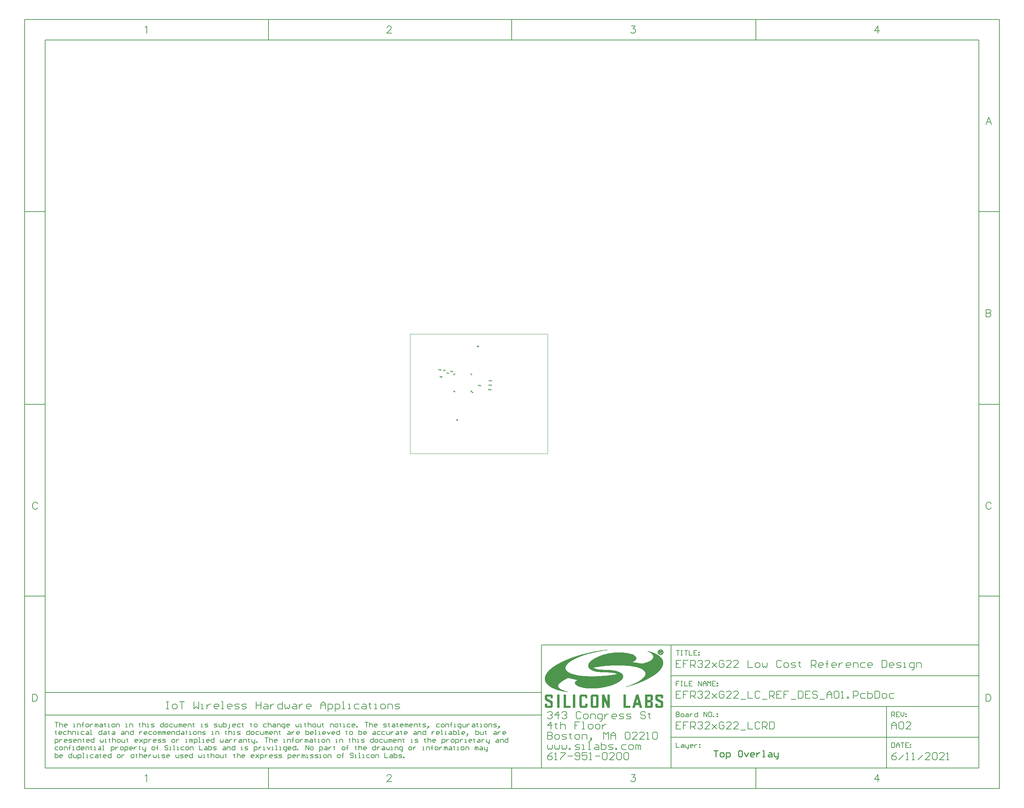
<source format=gto>
G04*
G04 #@! TF.GenerationSoftware,Altium Limited,Altium Designer,19.1.7 (138)*
G04*
G04 Layer_Color=65535*
%FSLAX25Y25*%
%MOIN*%
G70*
G01*
G75*
%ADD10C,0.00984*%
%ADD11C,0.00500*%
%ADD12C,0.01000*%
%ADD13C,0.00200*%
%ADD14C,0.00197*%
%ADD15C,0.00100*%
%ADD16C,0.00700*%
D10*
X53556Y32857D02*
G03*
X53556Y32857I-492J0D01*
G01*
X73776Y104608D02*
G03*
X73776Y104608I-492J0D01*
G01*
X68552Y59772D02*
G03*
X68552Y59772I-300J0D01*
G01*
D11*
X67366Y60461D02*
Y61741D01*
X66087Y60461D02*
X67366D01*
Y76701D02*
Y77981D01*
X66087D02*
X67366D01*
X49846Y76701D02*
Y77981D01*
X51126D01*
X49846Y60461D02*
Y61741D01*
Y60461D02*
X51126D01*
X-348447Y-232713D02*
X135353D01*
X344053Y-326503D02*
Y-306503D01*
X261553D02*
Y-246503D01*
X471553Y-306503D02*
Y-246503D01*
X135353Y-306503D02*
Y-186503D01*
X561553Y-306503D02*
Y-186503D01*
X261553D02*
X561553D01*
X261553Y-246503D02*
Y-186503D01*
X135353D02*
X261553D01*
X261353Y-246503D02*
X561553D01*
X261353Y-276503D02*
X561553D01*
X111553Y-306503D02*
X561553D01*
X261353Y-216503D02*
X561853D01*
X-28447Y-306503D02*
X135353D01*
X106353Y-326503D02*
Y-306503D01*
X-130847Y-326503D02*
Y-306503D01*
X-368447Y-138903D02*
X-348447D01*
X-368447Y48297D02*
X-348447D01*
X-368447Y236297D02*
X-348447D01*
X-368447Y-326503D02*
Y423497D01*
X-348447Y-306503D02*
X561553D01*
X-348447D02*
Y403497D01*
X-368447Y-326503D02*
X581553D01*
X344053Y403497D02*
Y423497D01*
X106353Y403497D02*
Y423497D01*
X-130847Y403497D02*
Y423497D01*
X-368447D02*
X581553D01*
X-348447Y403497D02*
X561553D01*
Y-138903D02*
X581553D01*
X561553Y48297D02*
X581553D01*
X561553Y236297D02*
X581553D01*
X561553Y-306503D02*
Y403497D01*
X581553Y-326503D02*
Y423497D01*
X-348447Y-254903D02*
X135353D01*
X269552Y-222004D02*
X266553D01*
Y-224254D01*
X268053D01*
X266553D01*
Y-226503D01*
X271052Y-222004D02*
X272551D01*
X271801D01*
Y-226503D01*
X271052D01*
X272551D01*
X274800Y-222004D02*
Y-226503D01*
X277799D01*
X282298Y-222004D02*
X279299D01*
Y-226503D01*
X282298D01*
X279299Y-224254D02*
X280798D01*
X288296Y-226503D02*
Y-222004D01*
X291295Y-226503D01*
Y-222004D01*
X292794Y-226503D02*
Y-223504D01*
X294294Y-222004D01*
X295794Y-223504D01*
Y-226503D01*
Y-224254D01*
X292794D01*
X297293Y-226503D02*
Y-222004D01*
X298793Y-223504D01*
X300292Y-222004D01*
Y-226503D01*
X304791Y-222004D02*
X301792D01*
Y-226503D01*
X304791D01*
X301792Y-224254D02*
X303291D01*
X306290Y-223504D02*
X307040D01*
Y-224254D01*
X306290D01*
Y-223504D01*
Y-225753D02*
X307040D01*
Y-226503D01*
X306290D01*
Y-225753D01*
X266553Y-192004D02*
X269552D01*
X268053D01*
Y-196503D01*
X271052Y-192004D02*
X272551D01*
X271801D01*
Y-196503D01*
X271052D01*
X272551D01*
X274800Y-192004D02*
X277799D01*
X276300D01*
Y-196503D01*
X279299Y-192004D02*
Y-196503D01*
X282298D01*
X286796Y-192004D02*
X283797D01*
Y-196503D01*
X286796D01*
X283797Y-194254D02*
X285297D01*
X288296Y-193504D02*
X289046D01*
Y-194254D01*
X288296D01*
Y-193504D01*
Y-195753D02*
X289046D01*
Y-196503D01*
X288296D01*
Y-195753D01*
X266553Y-252004D02*
Y-256503D01*
X268802D01*
X269552Y-255753D01*
Y-255003D01*
X268802Y-254254D01*
X266553D01*
X268802D01*
X269552Y-253504D01*
Y-252754D01*
X268802Y-252004D01*
X266553D01*
X271801Y-256503D02*
X273301D01*
X274051Y-255753D01*
Y-254254D01*
X273301Y-253504D01*
X271801D01*
X271052Y-254254D01*
Y-255753D01*
X271801Y-256503D01*
X276300Y-253504D02*
X277799D01*
X278549Y-254254D01*
Y-256503D01*
X276300D01*
X275550Y-255753D01*
X276300Y-255003D01*
X278549D01*
X280049Y-253504D02*
Y-256503D01*
Y-255003D01*
X280798Y-254254D01*
X281548Y-253504D01*
X282298D01*
X287546Y-252004D02*
Y-256503D01*
X285297D01*
X284547Y-255753D01*
Y-254254D01*
X285297Y-253504D01*
X287546D01*
X293544Y-256503D02*
Y-252004D01*
X296543Y-256503D01*
Y-252004D01*
X300292D02*
X298793D01*
X298043Y-252754D01*
Y-255753D01*
X298793Y-256503D01*
X300292D01*
X301042Y-255753D01*
Y-252754D01*
X300292Y-252004D01*
X302541Y-256503D02*
Y-255753D01*
X303291D01*
Y-256503D01*
X302541D01*
X306290Y-253504D02*
X307040D01*
Y-254254D01*
X306290D01*
Y-253504D01*
Y-255753D02*
X307040D01*
Y-256503D01*
X306290D01*
Y-255753D01*
X476553Y-256503D02*
Y-252004D01*
X478802D01*
X479552Y-252754D01*
Y-254254D01*
X478802Y-255003D01*
X476553D01*
X478053D02*
X479552Y-256503D01*
X484051Y-252004D02*
X481052D01*
Y-256503D01*
X484051D01*
X481052Y-254254D02*
X482551D01*
X485550Y-252004D02*
Y-255003D01*
X487050Y-256503D01*
X488549Y-255003D01*
Y-252004D01*
X490049Y-253504D02*
X490798D01*
Y-254254D01*
X490049D01*
Y-253504D01*
Y-255753D02*
X490798D01*
Y-256503D01*
X490049D01*
Y-255753D01*
X476553Y-282004D02*
Y-286503D01*
X478802D01*
X479552Y-285753D01*
Y-282754D01*
X478802Y-282004D01*
X476553D01*
X481052Y-286503D02*
Y-283504D01*
X482551Y-282004D01*
X484051Y-283504D01*
Y-286503D01*
Y-284254D01*
X481052D01*
X485550Y-282004D02*
X488549D01*
X487050D01*
Y-286503D01*
X493048Y-282004D02*
X490049D01*
Y-286503D01*
X493048D01*
X490049Y-284254D02*
X491548D01*
X494547Y-283504D02*
X495297D01*
Y-284254D01*
X494547D01*
Y-283504D01*
Y-285753D02*
X495297D01*
Y-286503D01*
X494547D01*
Y-285753D01*
X266553Y-282004D02*
Y-286503D01*
X269552D01*
X271801Y-283504D02*
X273301D01*
X274051Y-284254D01*
Y-286503D01*
X271801D01*
X271052Y-285753D01*
X271801Y-285003D01*
X274051D01*
X275550Y-283504D02*
Y-285753D01*
X276300Y-286503D01*
X278549D01*
Y-287253D01*
X277799Y-288002D01*
X277050D01*
X278549Y-286503D02*
Y-283504D01*
X282298Y-286503D02*
X280798D01*
X280049Y-285753D01*
Y-284254D01*
X280798Y-283504D01*
X282298D01*
X283048Y-284254D01*
Y-285003D01*
X280049D01*
X284547Y-283504D02*
Y-286503D01*
Y-285003D01*
X285297Y-284254D01*
X286047Y-283504D01*
X286796D01*
X289046D02*
X289795D01*
Y-284254D01*
X289046D01*
Y-283504D01*
Y-285753D02*
X289795D01*
Y-286503D01*
X289046D01*
Y-285753D01*
X-338947Y-262004D02*
X-335948D01*
X-337448D01*
Y-266503D01*
X-334449Y-262004D02*
Y-266503D01*
Y-264254D01*
X-333699Y-263504D01*
X-332199D01*
X-331449Y-264254D01*
Y-266503D01*
X-327701D02*
X-329200D01*
X-329950Y-265753D01*
Y-264254D01*
X-329200Y-263504D01*
X-327701D01*
X-326951Y-264254D01*
Y-265003D01*
X-329950D01*
X-320953Y-266503D02*
X-319453D01*
X-320203D01*
Y-263504D01*
X-320953D01*
X-317204Y-266503D02*
Y-263504D01*
X-314955D01*
X-314205Y-264254D01*
Y-266503D01*
X-311956D02*
Y-262754D01*
Y-264254D01*
X-312705D01*
X-311206D01*
X-311956D01*
Y-262754D01*
X-311206Y-262004D01*
X-308207Y-266503D02*
X-306707D01*
X-305958Y-265753D01*
Y-264254D01*
X-306707Y-263504D01*
X-308207D01*
X-308957Y-264254D01*
Y-265753D01*
X-308207Y-266503D01*
X-304458Y-263504D02*
Y-266503D01*
Y-265003D01*
X-303708Y-264254D01*
X-302959Y-263504D01*
X-302209D01*
X-299960Y-266503D02*
Y-263504D01*
X-299210D01*
X-298460Y-264254D01*
Y-266503D01*
Y-264254D01*
X-297710Y-263504D01*
X-296960Y-264254D01*
Y-266503D01*
X-294711Y-263504D02*
X-293212D01*
X-292462Y-264254D01*
Y-266503D01*
X-294711D01*
X-295461Y-265753D01*
X-294711Y-265003D01*
X-292462D01*
X-290213Y-262754D02*
Y-263504D01*
X-290963D01*
X-289463D01*
X-290213D01*
Y-265753D01*
X-289463Y-266503D01*
X-287214D02*
X-285714D01*
X-286464D01*
Y-263504D01*
X-287214D01*
X-282715Y-266503D02*
X-281216D01*
X-280466Y-265753D01*
Y-264254D01*
X-281216Y-263504D01*
X-282715D01*
X-283465Y-264254D01*
Y-265753D01*
X-282715Y-266503D01*
X-278966D02*
Y-263504D01*
X-276717D01*
X-275967Y-264254D01*
Y-266503D01*
X-269969D02*
X-268470D01*
X-269219D01*
Y-263504D01*
X-269969D01*
X-266220Y-266503D02*
Y-263504D01*
X-263971D01*
X-263221Y-264254D01*
Y-266503D01*
X-256474Y-262754D02*
Y-263504D01*
X-257223D01*
X-255724D01*
X-256474D01*
Y-265753D01*
X-255724Y-266503D01*
X-253475Y-262004D02*
Y-266503D01*
Y-264254D01*
X-252725Y-263504D01*
X-251225D01*
X-250476Y-264254D01*
Y-266503D01*
X-248976D02*
X-247477D01*
X-248226D01*
Y-263504D01*
X-248976D01*
X-245227Y-266503D02*
X-242978D01*
X-242228Y-265753D01*
X-242978Y-265003D01*
X-244478D01*
X-245227Y-264254D01*
X-244478Y-263504D01*
X-242228D01*
X-233231Y-262004D02*
Y-266503D01*
X-235480D01*
X-236230Y-265753D01*
Y-264254D01*
X-235480Y-263504D01*
X-233231D01*
X-230982Y-266503D02*
X-229482D01*
X-228732Y-265753D01*
Y-264254D01*
X-229482Y-263504D01*
X-230982D01*
X-231732Y-264254D01*
Y-265753D01*
X-230982Y-266503D01*
X-224234Y-263504D02*
X-226483D01*
X-227233Y-264254D01*
Y-265753D01*
X-226483Y-266503D01*
X-224234D01*
X-222734Y-263504D02*
Y-265753D01*
X-221985Y-266503D01*
X-219735D01*
Y-263504D01*
X-218236Y-266503D02*
Y-263504D01*
X-217486D01*
X-216736Y-264254D01*
Y-266503D01*
Y-264254D01*
X-215987Y-263504D01*
X-215237Y-264254D01*
Y-266503D01*
X-211488D02*
X-212988D01*
X-213737Y-265753D01*
Y-264254D01*
X-212988Y-263504D01*
X-211488D01*
X-210738Y-264254D01*
Y-265003D01*
X-213737D01*
X-209239Y-266503D02*
Y-263504D01*
X-206990D01*
X-206240Y-264254D01*
Y-266503D01*
X-203991Y-262754D02*
Y-263504D01*
X-204740D01*
X-203241D01*
X-203991D01*
Y-265753D01*
X-203241Y-266503D01*
X-196493D02*
X-194993D01*
X-195743D01*
Y-263504D01*
X-196493D01*
X-192744Y-266503D02*
X-190495D01*
X-189745Y-265753D01*
X-190495Y-265003D01*
X-191994D01*
X-192744Y-264254D01*
X-191994Y-263504D01*
X-189745D01*
X-183747Y-266503D02*
X-181498D01*
X-180748Y-265753D01*
X-181498Y-265003D01*
X-182997D01*
X-183747Y-264254D01*
X-182997Y-263504D01*
X-180748D01*
X-179248D02*
Y-265753D01*
X-178499Y-266503D01*
X-176250D01*
Y-263504D01*
X-174750Y-262004D02*
Y-266503D01*
X-172501D01*
X-171751Y-265753D01*
Y-265003D01*
Y-264254D01*
X-172501Y-263504D01*
X-174750D01*
X-170251Y-268003D02*
X-169502D01*
X-168752Y-267253D01*
Y-263504D01*
X-163504Y-266503D02*
X-165003D01*
X-165753Y-265753D01*
Y-264254D01*
X-165003Y-263504D01*
X-163504D01*
X-162754Y-264254D01*
Y-265003D01*
X-165753D01*
X-158255Y-263504D02*
X-160504D01*
X-161254Y-264254D01*
Y-265753D01*
X-160504Y-266503D01*
X-158255D01*
X-156006Y-262754D02*
Y-263504D01*
X-156756D01*
X-155256D01*
X-156006D01*
Y-265753D01*
X-155256Y-266503D01*
X-147759Y-262754D02*
Y-263504D01*
X-148508D01*
X-147009D01*
X-147759D01*
Y-265753D01*
X-147009Y-266503D01*
X-144010D02*
X-142510D01*
X-141761Y-265753D01*
Y-264254D01*
X-142510Y-263504D01*
X-144010D01*
X-144760Y-264254D01*
Y-265753D01*
X-144010Y-266503D01*
X-132764Y-263504D02*
X-135013D01*
X-135763Y-264254D01*
Y-265753D01*
X-135013Y-266503D01*
X-132764D01*
X-131264Y-262004D02*
Y-266503D01*
Y-264254D01*
X-130514Y-263504D01*
X-129015D01*
X-128265Y-264254D01*
Y-266503D01*
X-126016Y-263504D02*
X-124516D01*
X-123766Y-264254D01*
Y-266503D01*
X-126016D01*
X-126765Y-265753D01*
X-126016Y-265003D01*
X-123766D01*
X-122267Y-266503D02*
Y-263504D01*
X-120018D01*
X-119268Y-264254D01*
Y-266503D01*
X-116269Y-268003D02*
X-115519D01*
X-114769Y-267253D01*
Y-263504D01*
X-117019D01*
X-117768Y-264254D01*
Y-265753D01*
X-117019Y-266503D01*
X-114769D01*
X-111021D02*
X-112520D01*
X-113270Y-265753D01*
Y-264254D01*
X-112520Y-263504D01*
X-111021D01*
X-110271Y-264254D01*
Y-265003D01*
X-113270D01*
X-104273Y-263504D02*
Y-265753D01*
X-103523Y-266503D01*
X-102773Y-265753D01*
X-102023Y-266503D01*
X-101274Y-265753D01*
Y-263504D01*
X-99774Y-266503D02*
X-98275D01*
X-99024D01*
Y-263504D01*
X-99774D01*
X-95276Y-262754D02*
Y-263504D01*
X-96025D01*
X-94526D01*
X-95276D01*
Y-265753D01*
X-94526Y-266503D01*
X-92277Y-262004D02*
Y-266503D01*
Y-264254D01*
X-91527Y-263504D01*
X-90027D01*
X-89277Y-264254D01*
Y-266503D01*
X-87028D02*
X-85529D01*
X-84779Y-265753D01*
Y-264254D01*
X-85529Y-263504D01*
X-87028D01*
X-87778Y-264254D01*
Y-265753D01*
X-87028Y-266503D01*
X-83279Y-263504D02*
Y-265753D01*
X-82530Y-266503D01*
X-80280D01*
Y-263504D01*
X-78031Y-262754D02*
Y-263504D01*
X-78781D01*
X-77281D01*
X-78031D01*
Y-265753D01*
X-77281Y-266503D01*
X-70534D02*
Y-263504D01*
X-68284D01*
X-67535Y-264254D01*
Y-266503D01*
X-65285D02*
X-63786D01*
X-63036Y-265753D01*
Y-264254D01*
X-63786Y-263504D01*
X-65285D01*
X-66035Y-264254D01*
Y-265753D01*
X-65285Y-266503D01*
X-60787Y-262754D02*
Y-263504D01*
X-61536D01*
X-60037D01*
X-60787D01*
Y-265753D01*
X-60037Y-266503D01*
X-57788D02*
X-56288D01*
X-57038D01*
Y-263504D01*
X-57788D01*
X-51040D02*
X-53289D01*
X-54039Y-264254D01*
Y-265753D01*
X-53289Y-266503D01*
X-51040D01*
X-47291D02*
X-48791D01*
X-49540Y-265753D01*
Y-264254D01*
X-48791Y-263504D01*
X-47291D01*
X-46541Y-264254D01*
Y-265003D01*
X-49540D01*
X-45042Y-266503D02*
Y-265753D01*
X-44292D01*
Y-266503D01*
X-45042D01*
X-36794Y-262004D02*
X-33795D01*
X-35295D01*
Y-266503D01*
X-32296Y-262004D02*
Y-266503D01*
Y-264254D01*
X-31546Y-263504D01*
X-30047D01*
X-29297Y-264254D01*
Y-266503D01*
X-25548D02*
X-27048D01*
X-27797Y-265753D01*
Y-264254D01*
X-27048Y-263504D01*
X-25548D01*
X-24798Y-264254D01*
Y-265003D01*
X-27797D01*
X-18800Y-266503D02*
X-16551D01*
X-15801Y-265753D01*
X-16551Y-265003D01*
X-18050D01*
X-18800Y-264254D01*
X-18050Y-263504D01*
X-15801D01*
X-13552Y-262754D02*
Y-263504D01*
X-14302D01*
X-12802D01*
X-13552D01*
Y-265753D01*
X-12802Y-266503D01*
X-9803Y-263504D02*
X-8304D01*
X-7554Y-264254D01*
Y-266503D01*
X-9803D01*
X-10553Y-265753D01*
X-9803Y-265003D01*
X-7554D01*
X-5305Y-262754D02*
Y-263504D01*
X-6054D01*
X-4555D01*
X-5305D01*
Y-265753D01*
X-4555Y-266503D01*
X-56D02*
X-1556D01*
X-2306Y-265753D01*
Y-264254D01*
X-1556Y-263504D01*
X-56D01*
X693Y-264254D01*
Y-265003D01*
X-2306D01*
X2193Y-266503D02*
Y-263504D01*
X2943D01*
X3692Y-264254D01*
Y-266503D01*
Y-264254D01*
X4442Y-263504D01*
X5192Y-264254D01*
Y-266503D01*
X8941D02*
X7441D01*
X6692Y-265753D01*
Y-264254D01*
X7441Y-263504D01*
X8941D01*
X9691Y-264254D01*
Y-265003D01*
X6692D01*
X11190Y-266503D02*
Y-263504D01*
X13439D01*
X14189Y-264254D01*
Y-266503D01*
X16438Y-262754D02*
Y-263504D01*
X15689D01*
X17188D01*
X16438D01*
Y-265753D01*
X17188Y-266503D01*
X19437D02*
X21687D01*
X22436Y-265753D01*
X21687Y-265003D01*
X20187D01*
X19437Y-264254D01*
X20187Y-263504D01*
X22436D01*
X24686Y-267253D02*
X25436Y-266503D01*
Y-265753D01*
X24686D01*
Y-266503D01*
X25436D01*
X24686Y-267253D01*
X23936Y-268003D01*
X35932Y-263504D02*
X33683D01*
X32933Y-264254D01*
Y-265753D01*
X33683Y-266503D01*
X35932D01*
X38181D02*
X39681D01*
X40431Y-265753D01*
Y-264254D01*
X39681Y-263504D01*
X38181D01*
X37432Y-264254D01*
Y-265753D01*
X38181Y-266503D01*
X41930D02*
Y-263504D01*
X44179D01*
X44929Y-264254D01*
Y-266503D01*
X47179D02*
Y-262754D01*
Y-264254D01*
X46429D01*
X47928D01*
X47179D01*
Y-262754D01*
X47928Y-262004D01*
X50178Y-266503D02*
X51677D01*
X50927D01*
Y-263504D01*
X50178D01*
X55426Y-268003D02*
X56176D01*
X56925Y-267253D01*
Y-263504D01*
X54676D01*
X53926Y-264254D01*
Y-265753D01*
X54676Y-266503D01*
X56925D01*
X58425Y-263504D02*
Y-265753D01*
X59175Y-266503D01*
X61424D01*
Y-263504D01*
X62923D02*
Y-266503D01*
Y-265003D01*
X63673Y-264254D01*
X64423Y-263504D01*
X65173D01*
X68172D02*
X69671D01*
X70421Y-264254D01*
Y-266503D01*
X68172D01*
X67422Y-265753D01*
X68172Y-265003D01*
X70421D01*
X72670Y-262754D02*
Y-263504D01*
X71921D01*
X73420D01*
X72670D01*
Y-265753D01*
X73420Y-266503D01*
X75669D02*
X77169D01*
X76419D01*
Y-263504D01*
X75669D01*
X80168Y-266503D02*
X81667D01*
X82417Y-265753D01*
Y-264254D01*
X81667Y-263504D01*
X80168D01*
X79418Y-264254D01*
Y-265753D01*
X80168Y-266503D01*
X83917D02*
Y-263504D01*
X86166D01*
X86916Y-264254D01*
Y-266503D01*
X88415D02*
X90664D01*
X91414Y-265753D01*
X90664Y-265003D01*
X89165D01*
X88415Y-264254D01*
X89165Y-263504D01*
X91414D01*
X93664Y-267253D02*
X94413Y-266503D01*
Y-265753D01*
X93664D01*
Y-266503D01*
X94413D01*
X93664Y-267253D01*
X92914Y-268003D01*
X-338197Y-270254D02*
Y-271004D01*
X-338947D01*
X-337448D01*
X-338197D01*
Y-273253D01*
X-337448Y-274003D01*
X-332949D02*
X-334449D01*
X-335198Y-273253D01*
Y-271754D01*
X-334449Y-271004D01*
X-332949D01*
X-332199Y-271754D01*
Y-272503D01*
X-335198D01*
X-327701Y-271004D02*
X-329950D01*
X-330700Y-271754D01*
Y-273253D01*
X-329950Y-274003D01*
X-327701D01*
X-326201Y-269504D02*
Y-274003D01*
Y-271754D01*
X-325451Y-271004D01*
X-323952D01*
X-323202Y-271754D01*
Y-274003D01*
X-321703D02*
Y-271004D01*
X-319453D01*
X-318704Y-271754D01*
Y-274003D01*
X-317204D02*
X-315704D01*
X-316454D01*
Y-271004D01*
X-317204D01*
X-310456D02*
X-312705D01*
X-313455Y-271754D01*
Y-273253D01*
X-312705Y-274003D01*
X-310456D01*
X-308207Y-271004D02*
X-306707D01*
X-305958Y-271754D01*
Y-274003D01*
X-308207D01*
X-308957Y-273253D01*
X-308207Y-272503D01*
X-305958D01*
X-304458Y-274003D02*
X-302959D01*
X-303708D01*
Y-269504D01*
X-304458D01*
X-293212D02*
Y-274003D01*
X-295461D01*
X-296211Y-273253D01*
Y-271754D01*
X-295461Y-271004D01*
X-293212D01*
X-290963D02*
X-289463D01*
X-288713Y-271754D01*
Y-274003D01*
X-290963D01*
X-291712Y-273253D01*
X-290963Y-272503D01*
X-288713D01*
X-286464Y-270254D02*
Y-271004D01*
X-287214D01*
X-285714D01*
X-286464D01*
Y-273253D01*
X-285714Y-274003D01*
X-282715Y-271004D02*
X-281216D01*
X-280466Y-271754D01*
Y-274003D01*
X-282715D01*
X-283465Y-273253D01*
X-282715Y-272503D01*
X-280466D01*
X-273718Y-271004D02*
X-272218D01*
X-271469Y-271754D01*
Y-274003D01*
X-273718D01*
X-274468Y-273253D01*
X-273718Y-272503D01*
X-271469D01*
X-269969Y-274003D02*
Y-271004D01*
X-267720D01*
X-266970Y-271754D01*
Y-274003D01*
X-262472Y-269504D02*
Y-274003D01*
X-264721D01*
X-265471Y-273253D01*
Y-271754D01*
X-264721Y-271004D01*
X-262472D01*
X-256474D02*
Y-274003D01*
Y-272503D01*
X-255724Y-271754D01*
X-254974Y-271004D01*
X-254224D01*
X-249726Y-274003D02*
X-251225D01*
X-251975Y-273253D01*
Y-271754D01*
X-251225Y-271004D01*
X-249726D01*
X-248976Y-271754D01*
Y-272503D01*
X-251975D01*
X-244478Y-271004D02*
X-246727D01*
X-247477Y-271754D01*
Y-273253D01*
X-246727Y-274003D01*
X-244478D01*
X-242228D02*
X-240729D01*
X-239979Y-273253D01*
Y-271754D01*
X-240729Y-271004D01*
X-242228D01*
X-242978Y-271754D01*
Y-273253D01*
X-242228Y-274003D01*
X-238479D02*
Y-271004D01*
X-237730D01*
X-236980Y-271754D01*
Y-274003D01*
Y-271754D01*
X-236230Y-271004D01*
X-235480Y-271754D01*
Y-274003D01*
X-233981D02*
Y-271004D01*
X-233231D01*
X-232481Y-271754D01*
Y-274003D01*
Y-271754D01*
X-231732Y-271004D01*
X-230982Y-271754D01*
Y-274003D01*
X-227233D02*
X-228732D01*
X-229482Y-273253D01*
Y-271754D01*
X-228732Y-271004D01*
X-227233D01*
X-226483Y-271754D01*
Y-272503D01*
X-229482D01*
X-224984Y-274003D02*
Y-271004D01*
X-222734D01*
X-221985Y-271754D01*
Y-274003D01*
X-217486Y-269504D02*
Y-274003D01*
X-219735D01*
X-220485Y-273253D01*
Y-271754D01*
X-219735Y-271004D01*
X-217486D01*
X-215237D02*
X-213737D01*
X-212988Y-271754D01*
Y-274003D01*
X-215237D01*
X-215987Y-273253D01*
X-215237Y-272503D01*
X-212988D01*
X-210738Y-270254D02*
Y-271004D01*
X-211488D01*
X-209989D01*
X-210738D01*
Y-273253D01*
X-209989Y-274003D01*
X-207739D02*
X-206240D01*
X-206990D01*
Y-271004D01*
X-207739D01*
X-203241Y-274003D02*
X-201741D01*
X-200992Y-273253D01*
Y-271754D01*
X-201741Y-271004D01*
X-203241D01*
X-203991Y-271754D01*
Y-273253D01*
X-203241Y-274003D01*
X-199492D02*
Y-271004D01*
X-197243D01*
X-196493Y-271754D01*
Y-274003D01*
X-194993D02*
X-192744D01*
X-191994Y-273253D01*
X-192744Y-272503D01*
X-194244D01*
X-194993Y-271754D01*
X-194244Y-271004D01*
X-191994D01*
X-185996Y-274003D02*
X-184497D01*
X-185247D01*
Y-271004D01*
X-185996D01*
X-182247Y-274003D02*
Y-271004D01*
X-179998D01*
X-179248Y-271754D01*
Y-274003D01*
X-172501Y-270254D02*
Y-271004D01*
X-173250D01*
X-171751D01*
X-172501D01*
Y-273253D01*
X-171751Y-274003D01*
X-169502Y-269504D02*
Y-274003D01*
Y-271754D01*
X-168752Y-271004D01*
X-167252D01*
X-166503Y-271754D01*
Y-274003D01*
X-165003D02*
X-163504D01*
X-164253D01*
Y-271004D01*
X-165003D01*
X-161254Y-274003D02*
X-159005D01*
X-158255Y-273253D01*
X-159005Y-272503D01*
X-160504D01*
X-161254Y-271754D01*
X-160504Y-271004D01*
X-158255D01*
X-149258Y-269504D02*
Y-274003D01*
X-151507D01*
X-152257Y-273253D01*
Y-271754D01*
X-151507Y-271004D01*
X-149258D01*
X-147009Y-274003D02*
X-145509D01*
X-144760Y-273253D01*
Y-271754D01*
X-145509Y-271004D01*
X-147009D01*
X-147759Y-271754D01*
Y-273253D01*
X-147009Y-274003D01*
X-140261Y-271004D02*
X-142510D01*
X-143260Y-271754D01*
Y-273253D01*
X-142510Y-274003D01*
X-140261D01*
X-138761Y-271004D02*
Y-273253D01*
X-138012Y-274003D01*
X-135763D01*
Y-271004D01*
X-134263Y-274003D02*
Y-271004D01*
X-133513D01*
X-132764Y-271754D01*
Y-274003D01*
Y-271754D01*
X-132014Y-271004D01*
X-131264Y-271754D01*
Y-274003D01*
X-127515D02*
X-129015D01*
X-129764Y-273253D01*
Y-271754D01*
X-129015Y-271004D01*
X-127515D01*
X-126765Y-271754D01*
Y-272503D01*
X-129764D01*
X-125266Y-274003D02*
Y-271004D01*
X-123017D01*
X-122267Y-271754D01*
Y-274003D01*
X-120018Y-270254D02*
Y-271004D01*
X-120767D01*
X-119268D01*
X-120018D01*
Y-273253D01*
X-119268Y-274003D01*
X-111770Y-271004D02*
X-110271D01*
X-109521Y-271754D01*
Y-274003D01*
X-111770D01*
X-112520Y-273253D01*
X-111770Y-272503D01*
X-109521D01*
X-108021Y-271004D02*
Y-274003D01*
Y-272503D01*
X-107272Y-271754D01*
X-106522Y-271004D01*
X-105772D01*
X-101274Y-274003D02*
X-102773D01*
X-103523Y-273253D01*
Y-271754D01*
X-102773Y-271004D01*
X-101274D01*
X-100524Y-271754D01*
Y-272503D01*
X-103523D01*
X-94526Y-269504D02*
Y-274003D01*
X-92277D01*
X-91527Y-273253D01*
Y-272503D01*
Y-271754D01*
X-92277Y-271004D01*
X-94526D01*
X-87778Y-274003D02*
X-89277D01*
X-90027Y-273253D01*
Y-271754D01*
X-89277Y-271004D01*
X-87778D01*
X-87028Y-271754D01*
Y-272503D01*
X-90027D01*
X-85529Y-274003D02*
X-84029D01*
X-84779D01*
Y-269504D01*
X-85529D01*
X-81780Y-274003D02*
X-80280D01*
X-81030D01*
Y-271004D01*
X-81780D01*
X-75782Y-274003D02*
X-77281D01*
X-78031Y-273253D01*
Y-271754D01*
X-77281Y-271004D01*
X-75782D01*
X-75032Y-271754D01*
Y-272503D01*
X-78031D01*
X-73533Y-271004D02*
X-72033Y-274003D01*
X-70534Y-271004D01*
X-66785Y-274003D02*
X-68284D01*
X-69034Y-273253D01*
Y-271754D01*
X-68284Y-271004D01*
X-66785D01*
X-66035Y-271754D01*
Y-272503D01*
X-69034D01*
X-61536Y-269504D02*
Y-274003D01*
X-63786D01*
X-64535Y-273253D01*
Y-271754D01*
X-63786Y-271004D01*
X-61536D01*
X-54789Y-270254D02*
Y-271004D01*
X-55538D01*
X-54039D01*
X-54789D01*
Y-273253D01*
X-54039Y-274003D01*
X-51040D02*
X-49540D01*
X-48791Y-273253D01*
Y-271754D01*
X-49540Y-271004D01*
X-51040D01*
X-51790Y-271754D01*
Y-273253D01*
X-51040Y-274003D01*
X-42792Y-269504D02*
Y-274003D01*
X-40543D01*
X-39794Y-273253D01*
Y-272503D01*
Y-271754D01*
X-40543Y-271004D01*
X-42792D01*
X-36045Y-274003D02*
X-37544D01*
X-38294Y-273253D01*
Y-271754D01*
X-37544Y-271004D01*
X-36045D01*
X-35295Y-271754D01*
Y-272503D01*
X-38294D01*
X-28547Y-271004D02*
X-27048D01*
X-26298Y-271754D01*
Y-274003D01*
X-28547D01*
X-29297Y-273253D01*
X-28547Y-272503D01*
X-26298D01*
X-21799Y-271004D02*
X-24048D01*
X-24798Y-271754D01*
Y-273253D01*
X-24048Y-274003D01*
X-21799D01*
X-17301Y-271004D02*
X-19550D01*
X-20300Y-271754D01*
Y-273253D01*
X-19550Y-274003D01*
X-17301D01*
X-15801Y-271004D02*
Y-273253D01*
X-15051Y-274003D01*
X-12802D01*
Y-271004D01*
X-11303D02*
Y-274003D01*
Y-272503D01*
X-10553Y-271754D01*
X-9803Y-271004D01*
X-9053D01*
X-6054D02*
X-4555D01*
X-3805Y-271754D01*
Y-274003D01*
X-6054D01*
X-6804Y-273253D01*
X-6054Y-272503D01*
X-3805D01*
X-1556Y-270254D02*
Y-271004D01*
X-2306D01*
X-806D01*
X-1556D01*
Y-273253D01*
X-806Y-274003D01*
X3692D02*
X2193D01*
X1443Y-273253D01*
Y-271754D01*
X2193Y-271004D01*
X3692D01*
X4442Y-271754D01*
Y-272503D01*
X1443D01*
X11190Y-271004D02*
X12690D01*
X13439Y-271754D01*
Y-274003D01*
X11190D01*
X10440Y-273253D01*
X11190Y-272503D01*
X13439D01*
X14939Y-274003D02*
Y-271004D01*
X17188D01*
X17938Y-271754D01*
Y-274003D01*
X22436Y-269504D02*
Y-274003D01*
X20187D01*
X19437Y-273253D01*
Y-271754D01*
X20187Y-271004D01*
X22436D01*
X28435D02*
Y-274003D01*
Y-272503D01*
X29184Y-271754D01*
X29934Y-271004D01*
X30684D01*
X35182Y-274003D02*
X33683D01*
X32933Y-273253D01*
Y-271754D01*
X33683Y-271004D01*
X35182D01*
X35932Y-271754D01*
Y-272503D01*
X32933D01*
X37432Y-274003D02*
X38931D01*
X38181D01*
Y-269504D01*
X37432D01*
X41181Y-274003D02*
X42680D01*
X41930D01*
Y-271004D01*
X41181D01*
X45679D02*
X47179D01*
X47928Y-271754D01*
Y-274003D01*
X45679D01*
X44929Y-273253D01*
X45679Y-272503D01*
X47928D01*
X49428Y-269504D02*
Y-274003D01*
X51677D01*
X52427Y-273253D01*
Y-272503D01*
Y-271754D01*
X51677Y-271004D01*
X49428D01*
X53926Y-274003D02*
X55426D01*
X54676D01*
Y-269504D01*
X53926D01*
X59924Y-274003D02*
X58425D01*
X57675Y-273253D01*
Y-271754D01*
X58425Y-271004D01*
X59924D01*
X60674Y-271754D01*
Y-272503D01*
X57675D01*
X62923Y-274753D02*
X63673Y-274003D01*
Y-273253D01*
X62923D01*
Y-274003D01*
X63673D01*
X62923Y-274753D01*
X62174Y-275502D01*
X71171Y-269504D02*
Y-274003D01*
X73420D01*
X74170Y-273253D01*
Y-272503D01*
Y-271754D01*
X73420Y-271004D01*
X71171D01*
X75669D02*
Y-273253D01*
X76419Y-274003D01*
X78668D01*
Y-271004D01*
X80918Y-270254D02*
Y-271004D01*
X80168D01*
X81667D01*
X80918D01*
Y-273253D01*
X81667Y-274003D01*
X89165Y-271004D02*
X90664D01*
X91414Y-271754D01*
Y-274003D01*
X89165D01*
X88415Y-273253D01*
X89165Y-272503D01*
X91414D01*
X92914Y-271004D02*
Y-274003D01*
Y-272503D01*
X93664Y-271754D01*
X94413Y-271004D01*
X95163D01*
X99662Y-274003D02*
X98162D01*
X97412Y-273253D01*
Y-271754D01*
X98162Y-271004D01*
X99662D01*
X100411Y-271754D01*
Y-272503D01*
X97412D01*
X-338947Y-283002D02*
Y-278504D01*
X-336698D01*
X-335948Y-279254D01*
Y-280753D01*
X-336698Y-281503D01*
X-338947D01*
X-334449Y-278504D02*
Y-281503D01*
Y-280003D01*
X-333699Y-279254D01*
X-332949Y-278504D01*
X-332199D01*
X-327701Y-281503D02*
X-329200D01*
X-329950Y-280753D01*
Y-279254D01*
X-329200Y-278504D01*
X-327701D01*
X-326951Y-279254D01*
Y-280003D01*
X-329950D01*
X-325451Y-281503D02*
X-323202D01*
X-322452Y-280753D01*
X-323202Y-280003D01*
X-324702D01*
X-325451Y-279254D01*
X-324702Y-278504D01*
X-322452D01*
X-318704Y-281503D02*
X-320203D01*
X-320953Y-280753D01*
Y-279254D01*
X-320203Y-278504D01*
X-318704D01*
X-317954Y-279254D01*
Y-280003D01*
X-320953D01*
X-316454Y-281503D02*
Y-278504D01*
X-314205D01*
X-313455Y-279254D01*
Y-281503D01*
X-311206Y-277754D02*
Y-278504D01*
X-311956D01*
X-310456D01*
X-311206D01*
Y-280753D01*
X-310456Y-281503D01*
X-305958D02*
X-307457D01*
X-308207Y-280753D01*
Y-279254D01*
X-307457Y-278504D01*
X-305958D01*
X-305208Y-279254D01*
Y-280003D01*
X-308207D01*
X-300709Y-277004D02*
Y-281503D01*
X-302959D01*
X-303708Y-280753D01*
Y-279254D01*
X-302959Y-278504D01*
X-300709D01*
X-294711D02*
Y-280753D01*
X-293962Y-281503D01*
X-293212Y-280753D01*
X-292462Y-281503D01*
X-291712Y-280753D01*
Y-278504D01*
X-290213Y-281503D02*
X-288713D01*
X-289463D01*
Y-278504D01*
X-290213D01*
X-285714Y-277754D02*
Y-278504D01*
X-286464D01*
X-284964D01*
X-285714D01*
Y-280753D01*
X-284964Y-281503D01*
X-282715Y-277004D02*
Y-281503D01*
Y-279254D01*
X-281965Y-278504D01*
X-280466D01*
X-279716Y-279254D01*
Y-281503D01*
X-277467D02*
X-275967D01*
X-275218Y-280753D01*
Y-279254D01*
X-275967Y-278504D01*
X-277467D01*
X-278217Y-279254D01*
Y-280753D01*
X-277467Y-281503D01*
X-273718Y-278504D02*
Y-280753D01*
X-272968Y-281503D01*
X-270719D01*
Y-278504D01*
X-268470Y-277754D02*
Y-278504D01*
X-269219D01*
X-267720D01*
X-268470D01*
Y-280753D01*
X-267720Y-281503D01*
X-258723D02*
X-260222D01*
X-260972Y-280753D01*
Y-279254D01*
X-260222Y-278504D01*
X-258723D01*
X-257973Y-279254D01*
Y-280003D01*
X-260972D01*
X-256474Y-278504D02*
X-253475Y-281503D01*
X-254974Y-280003D01*
X-253475Y-278504D01*
X-256474Y-281503D01*
X-251975Y-283002D02*
Y-278504D01*
X-249726D01*
X-248976Y-279254D01*
Y-280753D01*
X-249726Y-281503D01*
X-251975D01*
X-247477Y-278504D02*
Y-281503D01*
Y-280003D01*
X-246727Y-279254D01*
X-245977Y-278504D01*
X-245227D01*
X-240729Y-281503D02*
X-242228D01*
X-242978Y-280753D01*
Y-279254D01*
X-242228Y-278504D01*
X-240729D01*
X-239979Y-279254D01*
Y-280003D01*
X-242978D01*
X-238479Y-281503D02*
X-236230D01*
X-235480Y-280753D01*
X-236230Y-280003D01*
X-237730D01*
X-238479Y-279254D01*
X-237730Y-278504D01*
X-235480D01*
X-233981Y-281503D02*
X-231732D01*
X-230982Y-280753D01*
X-231732Y-280003D01*
X-233231D01*
X-233981Y-279254D01*
X-233231Y-278504D01*
X-230982D01*
X-224234Y-281503D02*
X-222734D01*
X-221985Y-280753D01*
Y-279254D01*
X-222734Y-278504D01*
X-224234D01*
X-224984Y-279254D01*
Y-280753D01*
X-224234Y-281503D01*
X-220485Y-278504D02*
Y-281503D01*
Y-280003D01*
X-219735Y-279254D01*
X-218986Y-278504D01*
X-218236D01*
X-211488Y-281503D02*
X-209989D01*
X-210738D01*
Y-278504D01*
X-211488D01*
X-207739Y-281503D02*
Y-278504D01*
X-206990D01*
X-206240Y-279254D01*
Y-281503D01*
Y-279254D01*
X-205490Y-278504D01*
X-204740Y-279254D01*
Y-281503D01*
X-203241Y-283002D02*
Y-278504D01*
X-200992D01*
X-200242Y-279254D01*
Y-280753D01*
X-200992Y-281503D01*
X-203241D01*
X-198742D02*
X-197243D01*
X-197992D01*
Y-277004D01*
X-198742D01*
X-194993Y-281503D02*
X-193494D01*
X-194244D01*
Y-278504D01*
X-194993D01*
X-188995Y-281503D02*
X-190495D01*
X-191245Y-280753D01*
Y-279254D01*
X-190495Y-278504D01*
X-188995D01*
X-188246Y-279254D01*
Y-280003D01*
X-191245D01*
X-183747Y-277004D02*
Y-281503D01*
X-185996D01*
X-186746Y-280753D01*
Y-279254D01*
X-185996Y-278504D01*
X-183747D01*
X-177749D02*
Y-280753D01*
X-176999Y-281503D01*
X-176250Y-280753D01*
X-175500Y-281503D01*
X-174750Y-280753D01*
Y-278504D01*
X-172501D02*
X-171001D01*
X-170251Y-279254D01*
Y-281503D01*
X-172501D01*
X-173250Y-280753D01*
X-172501Y-280003D01*
X-170251D01*
X-168752Y-278504D02*
Y-281503D01*
Y-280003D01*
X-168002Y-279254D01*
X-167252Y-278504D01*
X-166503D01*
X-164253D02*
Y-281503D01*
Y-280003D01*
X-163504Y-279254D01*
X-162754Y-278504D01*
X-162004D01*
X-159005D02*
X-157506D01*
X-156756Y-279254D01*
Y-281503D01*
X-159005D01*
X-159755Y-280753D01*
X-159005Y-280003D01*
X-156756D01*
X-155256Y-281503D02*
Y-278504D01*
X-153007D01*
X-152257Y-279254D01*
Y-281503D01*
X-150008Y-277754D02*
Y-278504D01*
X-150758D01*
X-149258D01*
X-150008D01*
Y-280753D01*
X-149258Y-281503D01*
X-147009Y-278504D02*
Y-280753D01*
X-146259Y-281503D01*
X-144010D01*
Y-282253D01*
X-144760Y-283002D01*
X-145509D01*
X-144010Y-281503D02*
Y-278504D01*
X-142510Y-281503D02*
Y-280753D01*
X-141761D01*
Y-281503D01*
X-142510D01*
X-134263Y-277004D02*
X-131264D01*
X-132764D01*
Y-281503D01*
X-129764Y-277004D02*
Y-281503D01*
Y-279254D01*
X-129015Y-278504D01*
X-127515D01*
X-126765Y-279254D01*
Y-281503D01*
X-123017D02*
X-124516D01*
X-125266Y-280753D01*
Y-279254D01*
X-124516Y-278504D01*
X-123017D01*
X-122267Y-279254D01*
Y-280003D01*
X-125266D01*
X-116269Y-281503D02*
X-114769D01*
X-115519D01*
Y-278504D01*
X-116269D01*
X-112520Y-281503D02*
Y-278504D01*
X-110271D01*
X-109521Y-279254D01*
Y-281503D01*
X-107272D02*
Y-277754D01*
Y-279254D01*
X-108021D01*
X-106522D01*
X-107272D01*
Y-277754D01*
X-106522Y-277004D01*
X-103523Y-281503D02*
X-102023D01*
X-101274Y-280753D01*
Y-279254D01*
X-102023Y-278504D01*
X-103523D01*
X-104273Y-279254D01*
Y-280753D01*
X-103523Y-281503D01*
X-99774Y-278504D02*
Y-281503D01*
Y-280003D01*
X-99024Y-279254D01*
X-98275Y-278504D01*
X-97525D01*
X-95276Y-281503D02*
Y-278504D01*
X-94526D01*
X-93776Y-279254D01*
Y-281503D01*
Y-279254D01*
X-93026Y-278504D01*
X-92277Y-279254D01*
Y-281503D01*
X-90027Y-278504D02*
X-88528D01*
X-87778Y-279254D01*
Y-281503D01*
X-90027D01*
X-90777Y-280753D01*
X-90027Y-280003D01*
X-87778D01*
X-85529Y-277754D02*
Y-278504D01*
X-86278D01*
X-84779D01*
X-85529D01*
Y-280753D01*
X-84779Y-281503D01*
X-82530D02*
X-81030D01*
X-81780D01*
Y-278504D01*
X-82530D01*
X-78031Y-281503D02*
X-76532D01*
X-75782Y-280753D01*
Y-279254D01*
X-76532Y-278504D01*
X-78031D01*
X-78781Y-279254D01*
Y-280753D01*
X-78031Y-281503D01*
X-74282D02*
Y-278504D01*
X-72033D01*
X-71283Y-279254D01*
Y-281503D01*
X-65285D02*
X-63786D01*
X-64535D01*
Y-278504D01*
X-65285D01*
X-61536Y-281503D02*
Y-278504D01*
X-59287D01*
X-58537Y-279254D01*
Y-281503D01*
X-51790Y-277754D02*
Y-278504D01*
X-52539D01*
X-51040D01*
X-51790D01*
Y-280753D01*
X-51040Y-281503D01*
X-48791Y-277004D02*
Y-281503D01*
Y-279254D01*
X-48041Y-278504D01*
X-46541D01*
X-45792Y-279254D01*
Y-281503D01*
X-44292D02*
X-42792D01*
X-43542D01*
Y-278504D01*
X-44292D01*
X-40543Y-281503D02*
X-38294D01*
X-37544Y-280753D01*
X-38294Y-280003D01*
X-39794D01*
X-40543Y-279254D01*
X-39794Y-278504D01*
X-37544D01*
X-28547Y-277004D02*
Y-281503D01*
X-30796D01*
X-31546Y-280753D01*
Y-279254D01*
X-30796Y-278504D01*
X-28547D01*
X-26298Y-281503D02*
X-24798D01*
X-24048Y-280753D01*
Y-279254D01*
X-24798Y-278504D01*
X-26298D01*
X-27048Y-279254D01*
Y-280753D01*
X-26298Y-281503D01*
X-19550Y-278504D02*
X-21799D01*
X-22549Y-279254D01*
Y-280753D01*
X-21799Y-281503D01*
X-19550D01*
X-18050Y-278504D02*
Y-280753D01*
X-17301Y-281503D01*
X-15051D01*
Y-278504D01*
X-13552Y-281503D02*
Y-278504D01*
X-12802D01*
X-12052Y-279254D01*
Y-281503D01*
Y-279254D01*
X-11303Y-278504D01*
X-10553Y-279254D01*
Y-281503D01*
X-6804D02*
X-8304D01*
X-9053Y-280753D01*
Y-279254D01*
X-8304Y-278504D01*
X-6804D01*
X-6054Y-279254D01*
Y-280003D01*
X-9053D01*
X-4555Y-281503D02*
Y-278504D01*
X-2306D01*
X-1556Y-279254D01*
Y-281503D01*
X693Y-277754D02*
Y-278504D01*
X-56D01*
X1443D01*
X693D01*
Y-280753D01*
X1443Y-281503D01*
X8191D02*
X9691D01*
X8941D01*
Y-278504D01*
X8191D01*
X11940Y-281503D02*
X14189D01*
X14939Y-280753D01*
X14189Y-280003D01*
X12690D01*
X11940Y-279254D01*
X12690Y-278504D01*
X14939D01*
X21687Y-277754D02*
Y-278504D01*
X20937D01*
X22436D01*
X21687D01*
Y-280753D01*
X22436Y-281503D01*
X24686Y-277004D02*
Y-281503D01*
Y-279254D01*
X25436Y-278504D01*
X26935D01*
X27685Y-279254D01*
Y-281503D01*
X31434D02*
X29934D01*
X29184Y-280753D01*
Y-279254D01*
X29934Y-278504D01*
X31434D01*
X32183Y-279254D01*
Y-280003D01*
X29184D01*
X38181Y-283002D02*
Y-278504D01*
X40431D01*
X41180Y-279254D01*
Y-280753D01*
X40431Y-281503D01*
X38181D01*
X42680Y-278504D02*
Y-281503D01*
Y-280003D01*
X43430Y-279254D01*
X44179Y-278504D01*
X44929D01*
X47928Y-281503D02*
X49428D01*
X50178Y-280753D01*
Y-279254D01*
X49428Y-278504D01*
X47928D01*
X47179Y-279254D01*
Y-280753D01*
X47928Y-281503D01*
X51677Y-283002D02*
Y-278504D01*
X53926D01*
X54676Y-279254D01*
Y-280753D01*
X53926Y-281503D01*
X51677D01*
X56176Y-278504D02*
Y-281503D01*
Y-280003D01*
X56925Y-279254D01*
X57675Y-278504D01*
X58425D01*
X60674Y-281503D02*
X62174D01*
X61424D01*
Y-278504D01*
X60674D01*
X66672Y-281503D02*
X65173D01*
X64423Y-280753D01*
Y-279254D01*
X65173Y-278504D01*
X66672D01*
X67422Y-279254D01*
Y-280003D01*
X64423D01*
X69671Y-277754D02*
Y-278504D01*
X68922D01*
X70421D01*
X69671D01*
Y-280753D01*
X70421Y-281503D01*
X73420Y-278504D02*
X74920D01*
X75669Y-279254D01*
Y-281503D01*
X73420D01*
X72670Y-280753D01*
X73420Y-280003D01*
X75669D01*
X77169Y-278504D02*
Y-281503D01*
Y-280003D01*
X77919Y-279254D01*
X78668Y-278504D01*
X79418D01*
X81667D02*
Y-280753D01*
X82417Y-281503D01*
X84666D01*
Y-282253D01*
X83917Y-283002D01*
X83167D01*
X84666Y-281503D02*
Y-278504D01*
X91414D02*
X92914D01*
X93664Y-279254D01*
Y-281503D01*
X91414D01*
X90664Y-280753D01*
X91414Y-280003D01*
X93664D01*
X95163Y-281503D02*
Y-278504D01*
X97412D01*
X98162Y-279254D01*
Y-281503D01*
X102661Y-277004D02*
Y-281503D01*
X100411D01*
X99662Y-280753D01*
Y-279254D01*
X100411Y-278504D01*
X102661D01*
X-335948Y-286004D02*
X-338197D01*
X-338947Y-286754D01*
Y-288253D01*
X-338197Y-289003D01*
X-335948D01*
X-333699D02*
X-332199D01*
X-331449Y-288253D01*
Y-286754D01*
X-332199Y-286004D01*
X-333699D01*
X-334449Y-286754D01*
Y-288253D01*
X-333699Y-289003D01*
X-329950D02*
Y-286004D01*
X-327701D01*
X-326951Y-286754D01*
Y-289003D01*
X-324702D02*
Y-285254D01*
Y-286754D01*
X-325451D01*
X-323952D01*
X-324702D01*
Y-285254D01*
X-323952Y-284504D01*
X-321703Y-289003D02*
X-320203D01*
X-320953D01*
Y-286004D01*
X-321703D01*
X-314955Y-284504D02*
Y-289003D01*
X-317204D01*
X-317954Y-288253D01*
Y-286754D01*
X-317204Y-286004D01*
X-314955D01*
X-311206Y-289003D02*
X-312705D01*
X-313455Y-288253D01*
Y-286754D01*
X-312705Y-286004D01*
X-311206D01*
X-310456Y-286754D01*
Y-287504D01*
X-313455D01*
X-308957Y-289003D02*
Y-286004D01*
X-306707D01*
X-305958Y-286754D01*
Y-289003D01*
X-303708Y-285254D02*
Y-286004D01*
X-304458D01*
X-302959D01*
X-303708D01*
Y-288253D01*
X-302959Y-289003D01*
X-300709D02*
X-299210D01*
X-299960D01*
Y-286004D01*
X-300709D01*
X-296211D02*
X-294711D01*
X-293962Y-286754D01*
Y-289003D01*
X-296211D01*
X-296960Y-288253D01*
X-296211Y-287504D01*
X-293962D01*
X-292462Y-289003D02*
X-290963D01*
X-291712D01*
Y-284504D01*
X-292462D01*
X-284215Y-290503D02*
Y-286004D01*
X-281965D01*
X-281216Y-286754D01*
Y-288253D01*
X-281965Y-289003D01*
X-284215D01*
X-279716Y-286004D02*
Y-289003D01*
Y-287504D01*
X-278966Y-286754D01*
X-278217Y-286004D01*
X-277467D01*
X-274468Y-289003D02*
X-272968D01*
X-272218Y-288253D01*
Y-286754D01*
X-272968Y-286004D01*
X-274468D01*
X-275218Y-286754D01*
Y-288253D01*
X-274468Y-289003D01*
X-270719Y-290503D02*
Y-286004D01*
X-268470D01*
X-267720Y-286754D01*
Y-288253D01*
X-268470Y-289003D01*
X-270719D01*
X-263971D02*
X-265471D01*
X-266220Y-288253D01*
Y-286754D01*
X-265471Y-286004D01*
X-263971D01*
X-263221Y-286754D01*
Y-287504D01*
X-266220D01*
X-261722Y-286004D02*
Y-289003D01*
Y-287504D01*
X-260972Y-286754D01*
X-260222Y-286004D01*
X-259473D01*
X-256474Y-285254D02*
Y-286004D01*
X-257223D01*
X-255724D01*
X-256474D01*
Y-288253D01*
X-255724Y-289003D01*
X-253475Y-286004D02*
Y-288253D01*
X-252725Y-289003D01*
X-250476D01*
Y-289753D01*
X-251225Y-290503D01*
X-251975D01*
X-250476Y-289003D02*
Y-286004D01*
X-243728Y-289003D02*
X-242228D01*
X-241478Y-288253D01*
Y-286754D01*
X-242228Y-286004D01*
X-243728D01*
X-244478Y-286754D01*
Y-288253D01*
X-243728Y-289003D01*
X-239229D02*
Y-285254D01*
Y-286754D01*
X-239979D01*
X-238479D01*
X-239229D01*
Y-285254D01*
X-238479Y-284504D01*
X-228732Y-285254D02*
X-229482Y-284504D01*
X-230982D01*
X-231732Y-285254D01*
Y-286004D01*
X-230982Y-286754D01*
X-229482D01*
X-228732Y-287504D01*
Y-288253D01*
X-229482Y-289003D01*
X-230982D01*
X-231732Y-288253D01*
X-227233Y-289003D02*
X-225733D01*
X-226483D01*
Y-286004D01*
X-227233D01*
X-223484Y-289003D02*
X-221985D01*
X-222734D01*
Y-284504D01*
X-223484D01*
X-219735Y-289003D02*
X-218236D01*
X-218986D01*
Y-286004D01*
X-219735D01*
X-212988D02*
X-215237D01*
X-215987Y-286754D01*
Y-288253D01*
X-215237Y-289003D01*
X-212988D01*
X-210738D02*
X-209239D01*
X-208489Y-288253D01*
Y-286754D01*
X-209239Y-286004D01*
X-210738D01*
X-211488Y-286754D01*
Y-288253D01*
X-210738Y-289003D01*
X-206990D02*
Y-286004D01*
X-204740D01*
X-203991Y-286754D01*
Y-289003D01*
X-197993Y-284504D02*
Y-289003D01*
X-194993D01*
X-192744Y-286004D02*
X-191245D01*
X-190495Y-286754D01*
Y-289003D01*
X-192744D01*
X-193494Y-288253D01*
X-192744Y-287504D01*
X-190495D01*
X-188995Y-284504D02*
Y-289003D01*
X-186746D01*
X-185996Y-288253D01*
Y-287504D01*
Y-286754D01*
X-186746Y-286004D01*
X-188995D01*
X-184497Y-289003D02*
X-182247D01*
X-181498Y-288253D01*
X-182247Y-287504D01*
X-183747D01*
X-184497Y-286754D01*
X-183747Y-286004D01*
X-181498D01*
X-174750D02*
X-173250D01*
X-172501Y-286754D01*
Y-289003D01*
X-174750D01*
X-175500Y-288253D01*
X-174750Y-287504D01*
X-172501D01*
X-171001Y-289003D02*
Y-286004D01*
X-168752D01*
X-168002Y-286754D01*
Y-289003D01*
X-163504Y-284504D02*
Y-289003D01*
X-165753D01*
X-166503Y-288253D01*
Y-286754D01*
X-165753Y-286004D01*
X-163504D01*
X-157506Y-289003D02*
X-156006D01*
X-156756D01*
Y-286004D01*
X-157506D01*
X-153757Y-289003D02*
X-151507D01*
X-150758Y-288253D01*
X-151507Y-287504D01*
X-153007D01*
X-153757Y-286754D01*
X-153007Y-286004D01*
X-150758D01*
X-144760Y-290503D02*
Y-286004D01*
X-142510D01*
X-141761Y-286754D01*
Y-288253D01*
X-142510Y-289003D01*
X-144760D01*
X-140261Y-286004D02*
Y-289003D01*
Y-287504D01*
X-139511Y-286754D01*
X-138761Y-286004D01*
X-138012D01*
X-135763Y-289003D02*
X-134263D01*
X-135013D01*
Y-286004D01*
X-135763D01*
X-132014D02*
X-130514Y-289003D01*
X-129015Y-286004D01*
X-127515Y-289003D02*
X-126016D01*
X-126765D01*
Y-286004D01*
X-127515D01*
X-123766Y-289003D02*
X-122267D01*
X-123017D01*
Y-284504D01*
X-123766D01*
X-120018Y-289003D02*
X-118518D01*
X-119268D01*
Y-286004D01*
X-120018D01*
X-114769Y-290503D02*
X-114020D01*
X-113270Y-289753D01*
Y-286004D01*
X-115519D01*
X-116269Y-286754D01*
Y-288253D01*
X-115519Y-289003D01*
X-113270D01*
X-109521D02*
X-111021D01*
X-111770Y-288253D01*
Y-286754D01*
X-111021Y-286004D01*
X-109521D01*
X-108771Y-286754D01*
Y-287504D01*
X-111770D01*
X-104273Y-284504D02*
Y-289003D01*
X-106522D01*
X-107272Y-288253D01*
Y-286754D01*
X-106522Y-286004D01*
X-104273D01*
X-102773Y-289003D02*
Y-288253D01*
X-102023D01*
Y-289003D01*
X-102773D01*
X-94526D02*
Y-284504D01*
X-91527Y-289003D01*
Y-284504D01*
X-89277Y-289003D02*
X-87778D01*
X-87028Y-288253D01*
Y-286754D01*
X-87778Y-286004D01*
X-89277D01*
X-90027Y-286754D01*
Y-288253D01*
X-89277Y-289003D01*
X-81030Y-290503D02*
Y-286004D01*
X-78781D01*
X-78031Y-286754D01*
Y-288253D01*
X-78781Y-289003D01*
X-81030D01*
X-75782Y-286004D02*
X-74282D01*
X-73533Y-286754D01*
Y-289003D01*
X-75782D01*
X-76532Y-288253D01*
X-75782Y-287504D01*
X-73533D01*
X-72033Y-286004D02*
Y-289003D01*
Y-287504D01*
X-71283Y-286754D01*
X-70534Y-286004D01*
X-69784D01*
X-66785Y-285254D02*
Y-286004D01*
X-67535D01*
X-66035D01*
X-66785D01*
Y-288253D01*
X-66035Y-289003D01*
X-58537D02*
X-57038D01*
X-56288Y-288253D01*
Y-286754D01*
X-57038Y-286004D01*
X-58537D01*
X-59287Y-286754D01*
Y-288253D01*
X-58537Y-289003D01*
X-54039D02*
Y-285254D01*
Y-286754D01*
X-54789D01*
X-53289D01*
X-54039D01*
Y-285254D01*
X-53289Y-284504D01*
X-45792Y-285254D02*
Y-286004D01*
X-46541D01*
X-45042D01*
X-45792D01*
Y-288253D01*
X-45042Y-289003D01*
X-42792Y-284504D02*
Y-289003D01*
Y-286754D01*
X-42043Y-286004D01*
X-40543D01*
X-39794Y-286754D01*
Y-289003D01*
X-36045D02*
X-37544D01*
X-38294Y-288253D01*
Y-286754D01*
X-37544Y-286004D01*
X-36045D01*
X-35295Y-286754D01*
Y-287504D01*
X-38294D01*
X-26298Y-284504D02*
Y-289003D01*
X-28547D01*
X-29297Y-288253D01*
Y-286754D01*
X-28547Y-286004D01*
X-26298D01*
X-24798D02*
Y-289003D01*
Y-287504D01*
X-24048Y-286754D01*
X-23299Y-286004D01*
X-22549D01*
X-19550D02*
X-18050D01*
X-17301Y-286754D01*
Y-289003D01*
X-19550D01*
X-20300Y-288253D01*
X-19550Y-287504D01*
X-17301D01*
X-15801Y-286004D02*
Y-288253D01*
X-15051Y-289003D01*
X-14302Y-288253D01*
X-13552Y-289003D01*
X-12802Y-288253D01*
Y-286004D01*
X-11303Y-289003D02*
X-9803D01*
X-10553D01*
Y-286004D01*
X-11303D01*
X-7554Y-289003D02*
Y-286004D01*
X-5305D01*
X-4555Y-286754D01*
Y-289003D01*
X-1556Y-290503D02*
X-806D01*
X-56Y-289753D01*
Y-286004D01*
X-2306D01*
X-3055Y-286754D01*
Y-288253D01*
X-2306Y-289003D01*
X-56D01*
X6692D02*
X8191D01*
X8941Y-288253D01*
Y-286754D01*
X8191Y-286004D01*
X6692D01*
X5942Y-286754D01*
Y-288253D01*
X6692Y-289003D01*
X10440Y-286004D02*
Y-289003D01*
Y-287504D01*
X11190Y-286754D01*
X11940Y-286004D01*
X12690D01*
X19437Y-289003D02*
X20937D01*
X20187D01*
Y-286004D01*
X19437D01*
X23186Y-289003D02*
Y-286004D01*
X25436D01*
X26185Y-286754D01*
Y-289003D01*
X28435D02*
Y-285254D01*
Y-286754D01*
X27685D01*
X29184D01*
X28435D01*
Y-285254D01*
X29184Y-284504D01*
X32183Y-289003D02*
X33683D01*
X34433Y-288253D01*
Y-286754D01*
X33683Y-286004D01*
X32183D01*
X31434Y-286754D01*
Y-288253D01*
X32183Y-289003D01*
X35932Y-286004D02*
Y-289003D01*
Y-287504D01*
X36682Y-286754D01*
X37432Y-286004D01*
X38181D01*
X40431Y-289003D02*
Y-286004D01*
X41180D01*
X41930Y-286754D01*
Y-289003D01*
Y-286754D01*
X42680Y-286004D01*
X43430Y-286754D01*
Y-289003D01*
X45679Y-286004D02*
X47179D01*
X47928Y-286754D01*
Y-289003D01*
X45679D01*
X44929Y-288253D01*
X45679Y-287504D01*
X47928D01*
X50178Y-285254D02*
Y-286004D01*
X49428D01*
X50927D01*
X50178D01*
Y-288253D01*
X50927Y-289003D01*
X53177D02*
X54676D01*
X53926D01*
Y-286004D01*
X53177D01*
X57675Y-289003D02*
X59175D01*
X59924Y-288253D01*
Y-286754D01*
X59175Y-286004D01*
X57675D01*
X56925Y-286754D01*
Y-288253D01*
X57675Y-289003D01*
X61424D02*
Y-286004D01*
X63673D01*
X64423Y-286754D01*
Y-289003D01*
X70421D02*
Y-286004D01*
X71171D01*
X71921Y-286754D01*
Y-289003D01*
Y-286754D01*
X72670Y-286004D01*
X73420Y-286754D01*
Y-289003D01*
X75669Y-286004D02*
X77169D01*
X77919Y-286754D01*
Y-289003D01*
X75669D01*
X74920Y-288253D01*
X75669Y-287504D01*
X77919D01*
X79418Y-286004D02*
Y-288253D01*
X80168Y-289003D01*
X82417D01*
Y-289753D01*
X81667Y-290503D01*
X80918D01*
X82417Y-289003D02*
Y-286004D01*
X-338947Y-292004D02*
Y-296503D01*
X-336698D01*
X-335948Y-295753D01*
Y-295004D01*
Y-294254D01*
X-336698Y-293504D01*
X-338947D01*
X-332199Y-296503D02*
X-333699D01*
X-334449Y-295753D01*
Y-294254D01*
X-333699Y-293504D01*
X-332199D01*
X-331449Y-294254D01*
Y-295004D01*
X-334449D01*
X-322452Y-292004D02*
Y-296503D01*
X-324702D01*
X-325451Y-295753D01*
Y-294254D01*
X-324702Y-293504D01*
X-322452D01*
X-320953D02*
Y-295753D01*
X-320203Y-296503D01*
X-317954D01*
Y-293504D01*
X-316454Y-298003D02*
Y-293504D01*
X-314205D01*
X-313455Y-294254D01*
Y-295753D01*
X-314205Y-296503D01*
X-316454D01*
X-311956D02*
X-310456D01*
X-311206D01*
Y-292004D01*
X-311956D01*
X-308207Y-296503D02*
X-306707D01*
X-307457D01*
Y-293504D01*
X-308207D01*
X-301459D02*
X-303708D01*
X-304458Y-294254D01*
Y-295753D01*
X-303708Y-296503D01*
X-301459D01*
X-299210Y-293504D02*
X-297710D01*
X-296960Y-294254D01*
Y-296503D01*
X-299210D01*
X-299960Y-295753D01*
X-299210Y-295004D01*
X-296960D01*
X-294711Y-292754D02*
Y-293504D01*
X-295461D01*
X-293962D01*
X-294711D01*
Y-295753D01*
X-293962Y-296503D01*
X-289463D02*
X-290963D01*
X-291712Y-295753D01*
Y-294254D01*
X-290963Y-293504D01*
X-289463D01*
X-288713Y-294254D01*
Y-295004D01*
X-291712D01*
X-284215Y-292004D02*
Y-296503D01*
X-286464D01*
X-287214Y-295753D01*
Y-294254D01*
X-286464Y-293504D01*
X-284215D01*
X-277467Y-296503D02*
X-275967D01*
X-275218Y-295753D01*
Y-294254D01*
X-275967Y-293504D01*
X-277467D01*
X-278217Y-294254D01*
Y-295753D01*
X-277467Y-296503D01*
X-273718Y-293504D02*
Y-296503D01*
Y-295004D01*
X-272968Y-294254D01*
X-272218Y-293504D01*
X-271469D01*
X-263971Y-296503D02*
X-262472D01*
X-261722Y-295753D01*
Y-294254D01*
X-262472Y-293504D01*
X-263971D01*
X-264721Y-294254D01*
Y-295753D01*
X-263971Y-296503D01*
X-259473Y-292754D02*
Y-293504D01*
X-260222D01*
X-258723D01*
X-259473D01*
Y-295753D01*
X-258723Y-296503D01*
X-256474Y-292004D02*
Y-296503D01*
Y-294254D01*
X-255724Y-293504D01*
X-254224D01*
X-253475Y-294254D01*
Y-296503D01*
X-249726D02*
X-251225D01*
X-251975Y-295753D01*
Y-294254D01*
X-251225Y-293504D01*
X-249726D01*
X-248976Y-294254D01*
Y-295004D01*
X-251975D01*
X-247477Y-293504D02*
Y-296503D01*
Y-295004D01*
X-246727Y-294254D01*
X-245977Y-293504D01*
X-245227D01*
X-242978D02*
Y-295753D01*
X-242228Y-296503D01*
X-241478Y-295753D01*
X-240729Y-296503D01*
X-239979Y-295753D01*
Y-293504D01*
X-238479Y-296503D02*
X-236980D01*
X-237730D01*
Y-293504D01*
X-238479D01*
X-234731Y-296503D02*
X-232481D01*
X-231732Y-295753D01*
X-232481Y-295004D01*
X-233981D01*
X-234731Y-294254D01*
X-233981Y-293504D01*
X-231732D01*
X-227983Y-296503D02*
X-229482D01*
X-230232Y-295753D01*
Y-294254D01*
X-229482Y-293504D01*
X-227983D01*
X-227233Y-294254D01*
Y-295004D01*
X-230232D01*
X-221235Y-293504D02*
Y-295753D01*
X-220485Y-296503D01*
X-218236D01*
Y-293504D01*
X-216736Y-296503D02*
X-214487D01*
X-213737Y-295753D01*
X-214487Y-295004D01*
X-215987D01*
X-216736Y-294254D01*
X-215987Y-293504D01*
X-213737D01*
X-209989Y-296503D02*
X-211488D01*
X-212238Y-295753D01*
Y-294254D01*
X-211488Y-293504D01*
X-209989D01*
X-209239Y-294254D01*
Y-295004D01*
X-212238D01*
X-204740Y-292004D02*
Y-296503D01*
X-206990D01*
X-207739Y-295753D01*
Y-294254D01*
X-206990Y-293504D01*
X-204740D01*
X-198742D02*
Y-295753D01*
X-197992Y-296503D01*
X-197243Y-295753D01*
X-196493Y-296503D01*
X-195743Y-295753D01*
Y-293504D01*
X-194244Y-296503D02*
X-192744D01*
X-193494D01*
Y-293504D01*
X-194244D01*
X-189745Y-292754D02*
Y-293504D01*
X-190495D01*
X-188995D01*
X-189745D01*
Y-295753D01*
X-188995Y-296503D01*
X-186746Y-292004D02*
Y-296503D01*
Y-294254D01*
X-185996Y-293504D01*
X-184497D01*
X-183747Y-294254D01*
Y-296503D01*
X-181498D02*
X-179998D01*
X-179248Y-295753D01*
Y-294254D01*
X-179998Y-293504D01*
X-181498D01*
X-182247Y-294254D01*
Y-295753D01*
X-181498Y-296503D01*
X-177749Y-293504D02*
Y-295753D01*
X-176999Y-296503D01*
X-174750D01*
Y-293504D01*
X-172501Y-292754D02*
Y-293504D01*
X-173250D01*
X-171751D01*
X-172501D01*
Y-295753D01*
X-171751Y-296503D01*
X-164253Y-292754D02*
Y-293504D01*
X-165003D01*
X-163504D01*
X-164253D01*
Y-295753D01*
X-163504Y-296503D01*
X-161254Y-292004D02*
Y-296503D01*
Y-294254D01*
X-160504Y-293504D01*
X-159005D01*
X-158255Y-294254D01*
Y-296503D01*
X-154507D02*
X-156006D01*
X-156756Y-295753D01*
Y-294254D01*
X-156006Y-293504D01*
X-154507D01*
X-153757Y-294254D01*
Y-295004D01*
X-156756D01*
X-145509Y-296503D02*
X-147009D01*
X-147759Y-295753D01*
Y-294254D01*
X-147009Y-293504D01*
X-145509D01*
X-144760Y-294254D01*
Y-295004D01*
X-147759D01*
X-143260Y-293504D02*
X-140261Y-296503D01*
X-141761Y-295004D01*
X-140261Y-293504D01*
X-143260Y-296503D01*
X-138761Y-298003D02*
Y-293504D01*
X-136512D01*
X-135763Y-294254D01*
Y-295753D01*
X-136512Y-296503D01*
X-138761D01*
X-134263Y-293504D02*
Y-296503D01*
Y-295004D01*
X-133513Y-294254D01*
X-132764Y-293504D01*
X-132014D01*
X-127515Y-296503D02*
X-129015D01*
X-129764Y-295753D01*
Y-294254D01*
X-129015Y-293504D01*
X-127515D01*
X-126765Y-294254D01*
Y-295004D01*
X-129764D01*
X-125266Y-296503D02*
X-123017D01*
X-122267Y-295753D01*
X-123017Y-295004D01*
X-124516D01*
X-125266Y-294254D01*
X-124516Y-293504D01*
X-122267D01*
X-120767Y-296503D02*
X-118518D01*
X-117768Y-295753D01*
X-118518Y-295004D01*
X-120018D01*
X-120767Y-294254D01*
X-120018Y-293504D01*
X-117768D01*
X-111770Y-298003D02*
Y-293504D01*
X-109521D01*
X-108771Y-294254D01*
Y-295753D01*
X-109521Y-296503D01*
X-111770D01*
X-105022D02*
X-106522D01*
X-107272Y-295753D01*
Y-294254D01*
X-106522Y-293504D01*
X-105022D01*
X-104273Y-294254D01*
Y-295004D01*
X-107272D01*
X-102773Y-293504D02*
Y-296503D01*
Y-295004D01*
X-102023Y-294254D01*
X-101274Y-293504D01*
X-100524D01*
X-98275Y-296503D02*
Y-293504D01*
X-97525D01*
X-96775Y-294254D01*
Y-296503D01*
Y-294254D01*
X-96025Y-293504D01*
X-95276Y-294254D01*
Y-296503D01*
X-93776D02*
X-92277D01*
X-93026D01*
Y-293504D01*
X-93776D01*
X-90027Y-296503D02*
X-87778D01*
X-87028Y-295753D01*
X-87778Y-295004D01*
X-89277D01*
X-90027Y-294254D01*
X-89277Y-293504D01*
X-87028D01*
X-85529Y-296503D02*
X-83279D01*
X-82530Y-295753D01*
X-83279Y-295004D01*
X-84779D01*
X-85529Y-294254D01*
X-84779Y-293504D01*
X-82530D01*
X-81030Y-296503D02*
X-79531D01*
X-80280D01*
Y-293504D01*
X-81030D01*
X-76532Y-296503D02*
X-75032D01*
X-74282Y-295753D01*
Y-294254D01*
X-75032Y-293504D01*
X-76532D01*
X-77281Y-294254D01*
Y-295753D01*
X-76532Y-296503D01*
X-72783D02*
Y-293504D01*
X-70534D01*
X-69784Y-294254D01*
Y-296503D01*
X-63036D02*
X-61536D01*
X-60787Y-295753D01*
Y-294254D01*
X-61536Y-293504D01*
X-63036D01*
X-63786Y-294254D01*
Y-295753D01*
X-63036Y-296503D01*
X-58537D02*
Y-292754D01*
Y-294254D01*
X-59287D01*
X-57788D01*
X-58537D01*
Y-292754D01*
X-57788Y-292004D01*
X-48041Y-292754D02*
X-48791Y-292004D01*
X-50290D01*
X-51040Y-292754D01*
Y-293504D01*
X-50290Y-294254D01*
X-48791D01*
X-48041Y-295004D01*
Y-295753D01*
X-48791Y-296503D01*
X-50290D01*
X-51040Y-295753D01*
X-46541Y-296503D02*
X-45042D01*
X-45792D01*
Y-293504D01*
X-46541D01*
X-42792Y-296503D02*
X-41293D01*
X-42043D01*
Y-292004D01*
X-42792D01*
X-39044Y-296503D02*
X-37544D01*
X-38294D01*
Y-293504D01*
X-39044D01*
X-32296D02*
X-34545D01*
X-35295Y-294254D01*
Y-295753D01*
X-34545Y-296503D01*
X-32296D01*
X-30047D02*
X-28547D01*
X-27797Y-295753D01*
Y-294254D01*
X-28547Y-293504D01*
X-30047D01*
X-30796Y-294254D01*
Y-295753D01*
X-30047Y-296503D01*
X-26298D02*
Y-293504D01*
X-24048D01*
X-23299Y-294254D01*
Y-296503D01*
X-17301Y-292004D02*
Y-296503D01*
X-14302D01*
X-12052Y-293504D02*
X-10553D01*
X-9803Y-294254D01*
Y-296503D01*
X-12052D01*
X-12802Y-295753D01*
X-12052Y-295004D01*
X-9803D01*
X-8304Y-292004D02*
Y-296503D01*
X-6054D01*
X-5305Y-295753D01*
Y-295004D01*
Y-294254D01*
X-6054Y-293504D01*
X-8304D01*
X-3805Y-296503D02*
X-1556D01*
X-806Y-295753D01*
X-1556Y-295004D01*
X-3055D01*
X-3805Y-294254D01*
X-3055Y-293504D01*
X-806D01*
X693Y-296503D02*
Y-295753D01*
X1443D01*
Y-296503D01*
X693D01*
D12*
X303047Y-289405D02*
X307046D01*
X305046D01*
Y-295403D01*
X310045D02*
X312044D01*
X313044Y-294403D01*
Y-292404D01*
X312044Y-291404D01*
X310045D01*
X309045Y-292404D01*
Y-294403D01*
X310045Y-295403D01*
X315043Y-297402D02*
Y-291404D01*
X318042D01*
X319042Y-292404D01*
Y-294403D01*
X318042Y-295403D01*
X315043D01*
X330038Y-289405D02*
X328039D01*
X327039Y-290405D01*
Y-294403D01*
X328039Y-295403D01*
X330038D01*
X331038Y-294403D01*
Y-290405D01*
X330038Y-289405D01*
X333037Y-291404D02*
X335037Y-295403D01*
X337036Y-291404D01*
X342034Y-295403D02*
X340035D01*
X339035Y-294403D01*
Y-292404D01*
X340035Y-291404D01*
X342034D01*
X343034Y-292404D01*
Y-293404D01*
X339035D01*
X345033Y-291404D02*
Y-295403D01*
Y-293404D01*
X346033Y-292404D01*
X347033Y-291404D01*
X348032D01*
X351031Y-295403D02*
X353031D01*
X352031D01*
Y-289405D01*
X351031D01*
X357030Y-291404D02*
X359029D01*
X360029Y-292404D01*
Y-295403D01*
X357030D01*
X356030Y-294403D01*
X357030Y-293404D01*
X360029D01*
X362028Y-291404D02*
Y-294403D01*
X363028Y-295403D01*
X366027D01*
Y-296403D01*
X365027Y-297402D01*
X364027D01*
X366027Y-295403D02*
Y-291404D01*
D13*
X83716Y71825D02*
X84316D01*
X84016D01*
Y70925D01*
X84616D02*
Y71825D01*
X85066D01*
X85216Y71675D01*
Y71375D01*
X85066Y71225D01*
X84616D01*
X85516Y70925D02*
X85816D01*
X85666D01*
Y71825D01*
X85516Y71675D01*
X86716Y70925D02*
Y71825D01*
X86266Y71375D01*
X86866D01*
X83544Y67429D02*
X84144D01*
X83844D01*
Y66529D01*
X84444D02*
Y67429D01*
X84894D01*
X85044Y67279D01*
Y66979D01*
X84894Y66829D01*
X84444D01*
X85344Y66529D02*
X85644D01*
X85494D01*
Y67429D01*
X85344Y67279D01*
X86094D02*
X86244Y67429D01*
X86544D01*
X86694Y67279D01*
Y67129D01*
X86544Y66979D01*
X86394D01*
X86544D01*
X86694Y66829D01*
Y66679D01*
X86544Y66529D01*
X86244D01*
X86094Y66679D01*
X34674Y82347D02*
X35274D01*
X34974D01*
Y81447D01*
X35574D02*
Y82347D01*
X36024D01*
X36173Y82197D01*
Y81897D01*
X36024Y81747D01*
X35574D01*
X36473Y82197D02*
X36623Y82347D01*
X36923D01*
X37073Y82197D01*
Y82047D01*
X36923Y81897D01*
X37073Y81747D01*
Y81597D01*
X36923Y81447D01*
X36623D01*
X36473Y81597D01*
Y81747D01*
X36623Y81897D01*
X36473Y82047D01*
Y82197D01*
X36623Y81897D02*
X36923D01*
X39202Y81855D02*
X39801D01*
X39501D01*
Y80955D01*
X40101D02*
Y81855D01*
X40551D01*
X40701Y81705D01*
Y81405D01*
X40551Y81255D01*
X40101D01*
X41001Y81855D02*
X41601D01*
Y81705D01*
X41001Y81105D01*
Y80955D01*
X83103Y63081D02*
X83702D01*
X83402D01*
Y62181D01*
X84002D02*
Y63081D01*
X84452D01*
X84602Y62931D01*
Y62631D01*
X84452Y62481D01*
X84002D01*
X84902Y62181D02*
X85202D01*
X85052D01*
Y63081D01*
X84902Y62931D01*
X86251Y62181D02*
X85652D01*
X86251Y62781D01*
Y62931D01*
X86102Y63081D01*
X85802D01*
X85652Y62931D01*
X73277Y67032D02*
X73877D01*
X73577D01*
Y66132D01*
X74177D02*
Y67032D01*
X74627D01*
X74777Y66882D01*
Y66582D01*
X74627Y66432D01*
X74177D01*
X75077Y66132D02*
X75376D01*
X75226D01*
Y67032D01*
X75077Y66882D01*
X75826Y66132D02*
X76126D01*
X75976D01*
Y67032D01*
X75826Y66882D01*
X46328Y80839D02*
X46928D01*
X46628D01*
Y79939D01*
X47228D02*
Y80839D01*
X47678D01*
X47828Y80689D01*
Y80389D01*
X47678Y80239D01*
X47228D01*
X48727Y80839D02*
X48428Y80689D01*
X48128Y80389D01*
Y80089D01*
X48278Y79939D01*
X48577D01*
X48727Y80089D01*
Y80239D01*
X48577Y80389D01*
X48128D01*
X35855Y75359D02*
X36455D01*
X36155D01*
Y74459D01*
X36755D02*
Y75359D01*
X37205D01*
X37355Y75209D01*
Y74909D01*
X37205Y74759D01*
X36755D01*
X38254Y75359D02*
X37655D01*
Y74909D01*
X37954Y75059D01*
X38104D01*
X38254Y74909D01*
Y74609D01*
X38104Y74459D01*
X37804D01*
X37655Y74609D01*
X42610Y79145D02*
X43210D01*
X42910D01*
Y78245D01*
X43510D02*
Y79145D01*
X43960D01*
X44109Y78995D01*
Y78695D01*
X43960Y78545D01*
X43510D01*
X44859Y78245D02*
Y79145D01*
X44409Y78695D01*
X45009D01*
D14*
X7225Y33207D02*
Y47990D01*
X141351Y315D02*
Y116829D01*
X7240Y315D02*
X141351Y315D01*
X7225Y33207D02*
X7240Y33192D01*
Y315D02*
Y33192D01*
X13034Y116853D02*
X141343D01*
X13034Y116850D02*
Y116853D01*
X7222Y116850D02*
X13034D01*
X7222Y104220D02*
Y116850D01*
X7232Y82337D02*
Y99300D01*
X7225Y82330D02*
X7232Y82337D01*
X7221Y104219D02*
X7222Y104220D01*
X7221Y99312D02*
Y104219D01*
Y99312D02*
X7232Y99300D01*
X7225Y47990D02*
Y82330D01*
D15*
X250873Y-190863D02*
X251573D01*
X250473Y-190963D02*
X251973D01*
X199073Y-191063D02*
X199373D01*
X250273D02*
X252173D01*
X197873Y-191163D02*
X199173D01*
X249973D02*
X252473D01*
X197273Y-191263D02*
X198673D01*
X249773D02*
X252573D01*
X196773Y-191363D02*
X198173D01*
X249673D02*
X252673D01*
X195673Y-191463D02*
X197273D01*
X249573D02*
X252873D01*
X195073Y-191563D02*
X196773D01*
X249473D02*
X250873D01*
X251573D02*
X252973D01*
X194573Y-191663D02*
X196373D01*
X249273D02*
X250473D01*
X251873D02*
X253073D01*
X193573Y-191763D02*
X195473D01*
X249273D02*
X250273D01*
X252173D02*
X253173D01*
X193073Y-191863D02*
X194973D01*
X249173D02*
X250073D01*
X252273D02*
X253273D01*
X192573Y-191963D02*
X194573D01*
X249073D02*
X249973D01*
X252473D02*
X253273D01*
X191573Y-192063D02*
X193773D01*
X248973D02*
X249873D01*
X249973D02*
X251873D01*
X252573D02*
X253373D01*
X191173Y-192163D02*
X193273D01*
X248973D02*
X249773D01*
X249973D02*
X252073D01*
X252673D02*
X253473D01*
X190673Y-192263D02*
X192773D01*
X248873D02*
X249673D01*
X249973D02*
X252173D01*
X252673D02*
X253473D01*
X189773Y-192363D02*
X192073D01*
X238673D02*
X238773D01*
X248873D02*
X249573D01*
X249973D02*
X252273D01*
X252773D02*
X253573D01*
X189373Y-192463D02*
X191673D01*
X238673D02*
X239073D01*
X248773D02*
X249573D01*
X249973D02*
X252273D01*
X252873D02*
X253573D01*
X188873Y-192563D02*
X191173D01*
X238773D02*
X239373D01*
X248773D02*
X249473D01*
X249973D02*
X252273D01*
X252873D02*
X253673D01*
X188173Y-192663D02*
X190473D01*
X239173D02*
X239973D01*
X248673D02*
X249473D01*
X249973D02*
X250673D01*
X251673D02*
X252373D01*
X252973D02*
X253673D01*
X187673Y-192763D02*
X190073D01*
X239373D02*
X240273D01*
X248673D02*
X249373D01*
X249973D02*
X250673D01*
X251673D02*
X252373D01*
X252973D02*
X253773D01*
X187273Y-192863D02*
X189573D01*
X239573D02*
X240473D01*
X248673D02*
X249373D01*
X249973D02*
X250673D01*
X251673D02*
X252373D01*
X253073D02*
X253773D01*
X186473Y-192963D02*
X188873D01*
X239873D02*
X240973D01*
X248673D02*
X249273D01*
X249973D02*
X250673D01*
X251673D02*
X252373D01*
X253073D02*
X253773D01*
X186073Y-193063D02*
X188473D01*
X239973D02*
X241273D01*
X248673D02*
X249273D01*
X249973D02*
X250673D01*
X251673D02*
X252373D01*
X253073D02*
X253773D01*
X185673Y-193163D02*
X188173D01*
X240173D02*
X241473D01*
X248673D02*
X249273D01*
X249973D02*
X250673D01*
X251473D02*
X252273D01*
X253173D02*
X253773D01*
X184973Y-193263D02*
X187473D01*
X240473D02*
X241873D01*
X248573D02*
X249273D01*
X249973D02*
X252273D01*
X253173D02*
X253773D01*
X184573Y-193363D02*
X187073D01*
X240573D02*
X242173D01*
X248573D02*
X249273D01*
X249973D02*
X252273D01*
X253173D02*
X253773D01*
X184273Y-193463D02*
X186673D01*
X240773D02*
X242373D01*
X248573D02*
X249273D01*
X249973D02*
X252173D01*
X253173D02*
X253773D01*
X183573Y-193563D02*
X186073D01*
X240973D02*
X242773D01*
X248573D02*
X249273D01*
X249973D02*
X251973D01*
X253173D02*
X253773D01*
X183173Y-193663D02*
X185673D01*
X241073D02*
X242973D01*
X248573D02*
X249273D01*
X249973D02*
X251873D01*
X253173D02*
X253773D01*
X182773Y-193763D02*
X185373D01*
X209373D02*
X211973D01*
X241273D02*
X243273D01*
X248573D02*
X249273D01*
X249973D02*
X251973D01*
X253173D02*
X253773D01*
X182173Y-193863D02*
X184773D01*
X206573D02*
X206673D01*
X206773D02*
X214573D01*
X241473D02*
X243573D01*
X248673D02*
X249273D01*
X249973D02*
X250673D01*
X251173D02*
X251973D01*
X253173D02*
X253773D01*
X181873Y-193963D02*
X184473D01*
X205773D02*
X215573D01*
X241573D02*
X243773D01*
X248673D02*
X249273D01*
X249973D02*
X250673D01*
X251273D02*
X252073D01*
X253073D02*
X253773D01*
X181473Y-194063D02*
X184073D01*
X204973D02*
X216173D01*
X241673D02*
X243973D01*
X248673D02*
X249273D01*
X249973D02*
X250673D01*
X251373D02*
X252173D01*
X253073D02*
X253773D01*
X180873Y-194163D02*
X183473D01*
X203873D02*
X217273D01*
X241873D02*
X244373D01*
X248673D02*
X249373D01*
X249973D02*
X250673D01*
X251373D02*
X252273D01*
X252973D02*
X253773D01*
X180473Y-194263D02*
X183173D01*
X203273D02*
X217873D01*
X241973D02*
X244573D01*
X248673D02*
X249373D01*
X249973D02*
X250673D01*
X251473D02*
X252273D01*
X252973D02*
X253673D01*
X180173Y-194363D02*
X182873D01*
X202773D02*
X218273D01*
X242073D02*
X244773D01*
X248773D02*
X249473D01*
X249973D02*
X250673D01*
X251573D02*
X252273D01*
X252873D02*
X253673D01*
X179573Y-194463D02*
X182273D01*
X201873D02*
X219073D01*
X242273D02*
X245073D01*
X248773D02*
X249573D01*
X249973D02*
X250673D01*
X251673D02*
X252373D01*
X252873D02*
X253573D01*
X179273Y-194563D02*
X181973D01*
X201473D02*
X219573D01*
X242373D02*
X245273D01*
X248773D02*
X249573D01*
X249973D02*
X250673D01*
X251673D02*
X252473D01*
X252873D02*
X253573D01*
X178973Y-194663D02*
X181673D01*
X200973D02*
X219873D01*
X242473D02*
X245373D01*
X248873D02*
X249673D01*
X249973D02*
X250673D01*
X251673D02*
X252573D01*
X252773D02*
X253473D01*
X178373Y-194763D02*
X181173D01*
X200273D02*
X220573D01*
X242573D02*
X245673D01*
X248973D02*
X249773D01*
X249973D02*
X250673D01*
X251773D02*
X252573D01*
X252673D02*
X253473D01*
X178073Y-194863D02*
X180873D01*
X199873D02*
X220873D01*
X242673D02*
X245873D01*
X248973D02*
X249873D01*
X249973D02*
X250673D01*
X251873D02*
X253473D01*
X177773Y-194963D02*
X180573D01*
X199573D02*
X221273D01*
X242773D02*
X246073D01*
X249073D02*
X249873D01*
X250073D02*
X250673D01*
X251973D02*
X252373D01*
X252473D02*
X253373D01*
X177173Y-195063D02*
X180073D01*
X198973D02*
X221773D01*
X242873D02*
X246273D01*
X249173D02*
X250073D01*
X252273D02*
X253273D01*
X176873Y-195163D02*
X179873D01*
X198573D02*
X222073D01*
X242973D02*
X246473D01*
X249173D02*
X250273D01*
X252173D02*
X253173D01*
X176573Y-195263D02*
X179573D01*
X198273D02*
X222373D01*
X243073D02*
X246673D01*
X249273D02*
X250373D01*
X251973D02*
X253073D01*
X176073Y-195363D02*
X179073D01*
X197673D02*
X222873D01*
X243173D02*
X246873D01*
X249373D02*
X250773D01*
X251573D02*
X252973D01*
X175673Y-195463D02*
X178773D01*
X197373D02*
X223073D01*
X243173D02*
X247073D01*
X249473D02*
X252873D01*
X175473Y-195563D02*
X178573D01*
X197073D02*
X223373D01*
X243273D02*
X247173D01*
X249573D02*
X252773D01*
X174873Y-195663D02*
X178073D01*
X196573D02*
X223773D01*
X243373D02*
X247473D01*
X249773D02*
X252573D01*
X174573Y-195763D02*
X177873D01*
X196273D02*
X223973D01*
X243473D02*
X247573D01*
X249973D02*
X252473D01*
X174373Y-195863D02*
X177573D01*
X196073D02*
X224073D01*
X243473D02*
X247773D01*
X250073D02*
X252273D01*
X173873Y-195963D02*
X177173D01*
X195573D02*
X224473D01*
X243573D02*
X247973D01*
X250473D02*
X251973D01*
X173573Y-196063D02*
X176873D01*
X195273D02*
X224573D01*
X243573D02*
X248073D01*
X250873D02*
X251573D01*
X173273Y-196163D02*
X176673D01*
X195073D02*
X224773D01*
X243673D02*
X248273D01*
X172773Y-196263D02*
X176273D01*
X194673D02*
X224973D01*
X243673D02*
X248373D01*
X172473Y-196363D02*
X175973D01*
X194373D02*
X225173D01*
X243773D02*
X248573D01*
X172273Y-196463D02*
X175773D01*
X194173D02*
X225273D01*
X243873D02*
X248673D01*
X171773Y-196563D02*
X175373D01*
X193773D02*
X225473D01*
X243873D02*
X248873D01*
X171473Y-196663D02*
X175173D01*
X193573D02*
X225573D01*
X243873D02*
X248973D01*
X171273Y-196763D02*
X174973D01*
X193273D02*
X225673D01*
X243973D02*
X249173D01*
X170773Y-196863D02*
X174573D01*
X192973D02*
X225873D01*
X243973D02*
X249273D01*
X170573Y-196963D02*
X174373D01*
X192673D02*
X225973D01*
X243973D02*
X249473D01*
X170273Y-197063D02*
X174073D01*
X192473D02*
X226073D01*
X244073D02*
X249573D01*
X169873Y-197163D02*
X173773D01*
X192173D02*
X226173D01*
X244073D02*
X249673D01*
X169573Y-197263D02*
X173573D01*
X191973D02*
X226273D01*
X244073D02*
X249873D01*
X169373Y-197363D02*
X173273D01*
X191773D02*
X226373D01*
X244173D02*
X249873D01*
X168973Y-197463D02*
X172973D01*
X191373D02*
X226473D01*
X244173D02*
X250073D01*
X168673Y-197563D02*
X172773D01*
X191173D02*
X226473D01*
X244173D02*
X250173D01*
X168473Y-197663D02*
X172573D01*
X190973D02*
X226573D01*
X244173D02*
X250273D01*
X168073Y-197763D02*
X172273D01*
X190673D02*
X226673D01*
X244173D02*
X250473D01*
X167773Y-197863D02*
X171973D01*
X190473D02*
X226773D01*
X244173D02*
X250573D01*
X167573Y-197963D02*
X171773D01*
X190373D02*
X226773D01*
X244173D02*
X250673D01*
X167173Y-198063D02*
X171473D01*
X190073D02*
X226873D01*
X244173D02*
X250773D01*
X166873Y-198163D02*
X171273D01*
X189873D02*
X226973D01*
X244173D02*
X250873D01*
X166673Y-198263D02*
X171073D01*
X189673D02*
X226973D01*
X244173D02*
X250973D01*
X166273Y-198363D02*
X170773D01*
X189373D02*
X227073D01*
X244173D02*
X251073D01*
X166073Y-198463D02*
X170573D01*
X189173D02*
X227173D01*
X244173D02*
X251173D01*
X165873Y-198563D02*
X170373D01*
X189073D02*
X227173D01*
X244073D02*
X251273D01*
X165473Y-198663D02*
X170073D01*
X188773D02*
X227273D01*
X244073D02*
X251373D01*
X165273Y-198763D02*
X169873D01*
X188573D02*
X227273D01*
X244073D02*
X251473D01*
X164973Y-198863D02*
X169773D01*
X188473D02*
X227273D01*
X243973D02*
X251573D01*
X164673Y-198963D02*
X169473D01*
X188173D02*
X227373D01*
X243973D02*
X251673D01*
X164373Y-199063D02*
X169273D01*
X188073D02*
X227373D01*
X243873D02*
X251673D01*
X164173Y-199163D02*
X169073D01*
X187873D02*
X227373D01*
X243873D02*
X251773D01*
X163873Y-199263D02*
X168773D01*
X187673D02*
X227373D01*
X243873D02*
X251873D01*
X163573Y-199363D02*
X168673D01*
X187473D02*
X227373D01*
X243773D02*
X251973D01*
X163373Y-199463D02*
X168473D01*
X187373D02*
X227373D01*
X243773D02*
X251973D01*
X163073Y-199563D02*
X168173D01*
X187073D02*
X227373D01*
X243673D02*
X252073D01*
X162873Y-199663D02*
X167973D01*
X186873D02*
X227373D01*
X243673D02*
X252173D01*
X162673Y-199763D02*
X167873D01*
X186773D02*
X227373D01*
X243573D02*
X252273D01*
X162273Y-199863D02*
X167573D01*
X186573D02*
X227373D01*
X243573D02*
X252273D01*
X162073Y-199963D02*
X167373D01*
X186473D02*
X227273D01*
X243473D02*
X252373D01*
X161873Y-200063D02*
X167273D01*
X186273D02*
X227273D01*
X243373D02*
X252473D01*
X161573Y-200163D02*
X166973D01*
X186073D02*
X227273D01*
X243273D02*
X252473D01*
X161273Y-200263D02*
X166873D01*
X185973D02*
X227173D01*
X243273D02*
X252573D01*
X161173Y-200363D02*
X166673D01*
X185873D02*
X227173D01*
X243173D02*
X252573D01*
X160773Y-200463D02*
X166373D01*
X185673D02*
X227073D01*
X243073D02*
X252673D01*
X160573Y-200563D02*
X166273D01*
X185473D02*
X227073D01*
X242973D02*
X252673D01*
X160373Y-200663D02*
X166073D01*
X185373D02*
X226973D01*
X242973D02*
X252773D01*
X160073Y-200763D02*
X165873D01*
X185173D02*
X226873D01*
X242773D02*
X252873D01*
X159873Y-200863D02*
X165673D01*
X185073D02*
X226873D01*
X242673D02*
X252873D01*
X159673Y-200963D02*
X165573D01*
X184973D02*
X226773D01*
X242673D02*
X252873D01*
X159373Y-201063D02*
X165273D01*
X184773D02*
X226673D01*
X242473D02*
X252973D01*
X159173Y-201163D02*
X165173D01*
X184573D02*
X226573D01*
X242373D02*
X252973D01*
X158973Y-201263D02*
X164973D01*
X184473D02*
X226473D01*
X242273D02*
X253073D01*
X158673Y-201363D02*
X164773D01*
X184373D02*
X226373D01*
X242173D02*
X253073D01*
X158473Y-201463D02*
X164573D01*
X184173D02*
X226273D01*
X242073D02*
X253173D01*
X158273Y-201563D02*
X164473D01*
X184073D02*
X226173D01*
X241873D02*
X253173D01*
X157973Y-201663D02*
X164273D01*
X183973D02*
X225973D01*
X241773D02*
X253173D01*
X157773Y-201763D02*
X164073D01*
X183773D02*
X225873D01*
X241573D02*
X253173D01*
X157673Y-201863D02*
X163973D01*
X183673D02*
X225773D01*
X241473D02*
X253273D01*
X157373Y-201963D02*
X163773D01*
X183573D02*
X225573D01*
X241273D02*
X253273D01*
X157173Y-202063D02*
X163573D01*
X183473D02*
X225373D01*
X241073D02*
X253273D01*
X156973Y-202163D02*
X163473D01*
X183373D02*
X225273D01*
X240973D02*
X253373D01*
X156673Y-202263D02*
X163273D01*
X183173D02*
X225073D01*
X240673D02*
X253373D01*
X156473Y-202363D02*
X163173D01*
X183073D02*
X224873D01*
X240473D02*
X253373D01*
X156373Y-202463D02*
X163073D01*
X182973D02*
X224773D01*
X240373D02*
X253473D01*
X156073Y-202563D02*
X162873D01*
X182873D02*
X224573D01*
X240073D02*
X253473D01*
X155873Y-202663D02*
X162773D01*
X182773D02*
X224373D01*
X239873D02*
X253473D01*
X155673Y-202763D02*
X162573D01*
X182673D02*
X224273D01*
X239673D02*
X253473D01*
X155473Y-202863D02*
X162473D01*
X182573D02*
X223973D01*
X239373D02*
X253473D01*
X155273Y-202963D02*
X162373D01*
X182473D02*
X223873D01*
X239073D02*
X253473D01*
X155073Y-203063D02*
X162273D01*
X182373D02*
X223673D01*
X238873D02*
X253473D01*
X154873Y-203163D02*
X162073D01*
X182273D02*
X223673D01*
X238473D02*
X253473D01*
X154673Y-203263D02*
X161973D01*
X182273D02*
X224273D01*
X238273D02*
X253473D01*
X154473Y-203363D02*
X161873D01*
X182173D02*
X224773D01*
X237973D02*
X253473D01*
X154273Y-203463D02*
X161673D01*
X182073D02*
X225673D01*
X237573D02*
X253473D01*
X154073Y-203563D02*
X161573D01*
X181973D02*
X226273D01*
X237273D02*
X253473D01*
X153873Y-203663D02*
X161473D01*
X181873D02*
X226773D01*
X236973D02*
X253573D01*
X153673Y-203763D02*
X161373D01*
X181873D02*
X227673D01*
X236573D02*
X253573D01*
X153473Y-203863D02*
X161273D01*
X181773D02*
X228273D01*
X236273D02*
X253573D01*
X153273Y-203963D02*
X161173D01*
X181673D02*
X228773D01*
X235973D02*
X253573D01*
X153073Y-204063D02*
X160973D01*
X181673D02*
X229673D01*
X235573D02*
X253573D01*
X152873Y-204163D02*
X160973D01*
X181573D02*
X230173D01*
X235273D02*
X253473D01*
X152773Y-204263D02*
X160873D01*
X181473D02*
X230673D01*
X235073D02*
X253473D01*
X152473Y-204363D02*
X160673D01*
X181473D02*
X231573D01*
X234573D02*
X253473D01*
X152273Y-204463D02*
X160573D01*
X181373D02*
X232173D01*
X234373D02*
X253473D01*
X152173Y-204563D02*
X160573D01*
X181373D02*
X232673D01*
X234173D02*
X253473D01*
X151973Y-204663D02*
X160473D01*
X181273D02*
X233573D01*
X233773D02*
X253473D01*
X151773Y-204763D02*
X160373D01*
X181273D02*
X253473D01*
X151673Y-204863D02*
X160273D01*
X181173D02*
X253473D01*
X151373Y-204963D02*
X160173D01*
X181173D02*
X253473D01*
X151273Y-205063D02*
X160073D01*
X181073D02*
X253473D01*
X151073Y-205163D02*
X159973D01*
X181073D02*
X253473D01*
X150873Y-205263D02*
X159873D01*
X181073D02*
X253473D01*
X150673Y-205363D02*
X159773D01*
X180973D02*
X253373D01*
X150573Y-205463D02*
X159673D01*
X180973D02*
X253373D01*
X150373Y-205563D02*
X159673D01*
X180973D02*
X253373D01*
X150173Y-205663D02*
X159573D01*
X180873D02*
X253373D01*
X150073Y-205763D02*
X159473D01*
X180873D02*
X253273D01*
X149873Y-205863D02*
X159373D01*
X180873D02*
X253273D01*
X149673Y-205963D02*
X159373D01*
X180773D02*
X253173D01*
X149573Y-206063D02*
X159273D01*
X180773D02*
X253173D01*
X149373Y-206163D02*
X159173D01*
X180773D02*
X204673D01*
X214173D02*
X253173D01*
X149173Y-206263D02*
X159173D01*
X180773D02*
X203073D01*
X215673D02*
X253173D01*
X149073Y-206363D02*
X159073D01*
X180773D02*
X201873D01*
X216773D02*
X253173D01*
X148873Y-206463D02*
X158973D01*
X180773D02*
X199973D01*
X218573D02*
X253073D01*
X148673Y-206563D02*
X158973D01*
X180773D02*
X199073D01*
X219373D02*
X253073D01*
X148573Y-206663D02*
X158873D01*
X180773D02*
X198173D01*
X220073D02*
X252973D01*
X148373Y-206763D02*
X158873D01*
X180773D02*
X196773D01*
X221273D02*
X252973D01*
X148273Y-206863D02*
X158773D01*
X180773D02*
X196073D01*
X221873D02*
X252873D01*
X148173Y-206963D02*
X158773D01*
X180773D02*
X195373D01*
X222473D02*
X252873D01*
X147973Y-207063D02*
X158673D01*
X180773D02*
X194173D01*
X223473D02*
X252873D01*
X147773Y-207163D02*
X158673D01*
X180773D02*
X193573D01*
X223973D02*
X252873D01*
X147673Y-207263D02*
X158573D01*
X180773D02*
X192973D01*
X224573D02*
X252773D01*
X147473Y-207363D02*
X158573D01*
X180873D02*
X191873D01*
X225273D02*
X252773D01*
X147373Y-207463D02*
X158473D01*
X180873D02*
X191373D01*
X225773D02*
X252673D01*
X147273Y-207563D02*
X158473D01*
X180873D02*
X190773D01*
X226273D02*
X252573D01*
X147073Y-207663D02*
X158473D01*
X180973D02*
X189873D01*
X226973D02*
X252573D01*
X146873Y-207763D02*
X158473D01*
X180973D02*
X189373D01*
X227373D02*
X252573D01*
X146773Y-207863D02*
X158373D01*
X181073D02*
X188873D01*
X227773D02*
X252473D01*
X146673Y-207963D02*
X158373D01*
X181073D02*
X187973D01*
X228273D02*
X252473D01*
X146473Y-208063D02*
X158373D01*
X181073D02*
X187473D01*
X228573D02*
X252373D01*
X146373Y-208163D02*
X158373D01*
X181173D02*
X187073D01*
X228873D02*
X252273D01*
X146173Y-208263D02*
X158273D01*
X181273D02*
X186173D01*
X229273D02*
X252273D01*
X146073Y-208363D02*
X158273D01*
X181273D02*
X185673D01*
X229573D02*
X252173D01*
X145973Y-208463D02*
X158273D01*
X181373D02*
X185373D01*
X229873D02*
X252173D01*
X145873Y-208563D02*
X158273D01*
X181373D02*
X185573D01*
X230273D02*
X252073D01*
X145673Y-208663D02*
X158273D01*
X181473D02*
X185773D01*
X230473D02*
X251973D01*
X145573Y-208763D02*
X158273D01*
X181573D02*
X185873D01*
X230673D02*
X251973D01*
X145373Y-208863D02*
X158273D01*
X181673D02*
X186073D01*
X231073D02*
X251873D01*
X145273Y-208963D02*
X158273D01*
X181673D02*
X186273D01*
X231273D02*
X251873D01*
X145173Y-209063D02*
X158273D01*
X181773D02*
X186473D01*
X231473D02*
X251773D01*
X145073Y-209163D02*
X158273D01*
X181873D02*
X186773D01*
X231773D02*
X251673D01*
X144873Y-209263D02*
X158273D01*
X181973D02*
X186973D01*
X231973D02*
X251673D01*
X144773Y-209363D02*
X158373D01*
X182073D02*
X187073D01*
X232173D02*
X251573D01*
X144673Y-209463D02*
X158373D01*
X182173D02*
X187373D01*
X232473D02*
X251473D01*
X144573Y-209563D02*
X158373D01*
X182273D02*
X187673D01*
X232673D02*
X251373D01*
X144473Y-209663D02*
X158373D01*
X182373D02*
X187873D01*
X232773D02*
X251373D01*
X144373Y-209763D02*
X158473D01*
X182473D02*
X188273D01*
X233073D02*
X251273D01*
X144173Y-209863D02*
X158473D01*
X182573D02*
X188673D01*
X233173D02*
X251173D01*
X144073Y-209963D02*
X158473D01*
X182773D02*
X188973D01*
X233373D02*
X251173D01*
X143973Y-210063D02*
X158473D01*
X182873D02*
X189473D01*
X233573D02*
X251073D01*
X143873Y-210163D02*
X158573D01*
X183073D02*
X189973D01*
X233673D02*
X250973D01*
X143773Y-210263D02*
X158573D01*
X183173D02*
X190473D01*
X233773D02*
X250873D01*
X143673Y-210363D02*
X158673D01*
X183373D02*
X191373D01*
X233973D02*
X250773D01*
X143473Y-210463D02*
X158673D01*
X183573D02*
X192173D01*
X234173D02*
X250773D01*
X143473Y-210563D02*
X158773D01*
X183673D02*
X192973D01*
X234273D02*
X250673D01*
X143273Y-210663D02*
X158773D01*
X183973D02*
X194973D01*
X234473D02*
X250573D01*
X143173Y-210763D02*
X158873D01*
X184173D02*
X197973D01*
X234573D02*
X250473D01*
X143073Y-210863D02*
X158873D01*
X184373D02*
X200273D01*
X234673D02*
X250373D01*
X142973Y-210963D02*
X158973D01*
X184573D02*
X202373D01*
X234773D02*
X250373D01*
X142873Y-211063D02*
X159073D01*
X184773D02*
X203373D01*
X234873D02*
X250173D01*
X142773Y-211163D02*
X159073D01*
X184973D02*
X203973D01*
X234973D02*
X250173D01*
X142673Y-211263D02*
X159173D01*
X185273D02*
X204973D01*
X235073D02*
X250073D01*
X142573Y-211363D02*
X159273D01*
X185573D02*
X205573D01*
X235173D02*
X249973D01*
X142473Y-211463D02*
X159373D01*
X185773D02*
X205973D01*
X235273D02*
X249873D01*
X142373Y-211563D02*
X159473D01*
X186073D02*
X206673D01*
X235373D02*
X249773D01*
X142273Y-211663D02*
X159473D01*
X186373D02*
X207073D01*
X235473D02*
X249673D01*
X142173Y-211763D02*
X159573D01*
X186573D02*
X207473D01*
X235573D02*
X249573D01*
X142073Y-211863D02*
X159673D01*
X187073D02*
X207973D01*
X235673D02*
X249473D01*
X141973Y-211963D02*
X159773D01*
X187373D02*
X208273D01*
X235673D02*
X249373D01*
X141973Y-212063D02*
X159973D01*
X187573D02*
X208573D01*
X235773D02*
X249273D01*
X141873Y-212163D02*
X160073D01*
X188073D02*
X208973D01*
X235873D02*
X249173D01*
X141773Y-212263D02*
X160173D01*
X188473D02*
X209273D01*
X235873D02*
X249073D01*
X141673Y-212363D02*
X160273D01*
X188873D02*
X209473D01*
X235973D02*
X248973D01*
X141573Y-212463D02*
X160373D01*
X189573D02*
X209873D01*
X236073D02*
X248873D01*
X141473Y-212563D02*
X160573D01*
X190173D02*
X210073D01*
X236073D02*
X248773D01*
X141373Y-212663D02*
X160673D01*
X190673D02*
X210273D01*
X236173D02*
X248673D01*
X141373Y-212763D02*
X160873D01*
X192273D02*
X210573D01*
X236173D02*
X248573D01*
X141273Y-212863D02*
X160973D01*
X193873D02*
X210773D01*
X236273D02*
X248473D01*
X141173Y-212963D02*
X161073D01*
X197673D02*
X210973D01*
X236273D02*
X248373D01*
X141073Y-213063D02*
X161273D01*
X200473D02*
X211173D01*
X236373D02*
X248273D01*
X141073Y-213163D02*
X161473D01*
X201773D02*
X211473D01*
X236373D02*
X248073D01*
X140973Y-213263D02*
X161573D01*
X202773D02*
X211573D01*
X236373D02*
X247973D01*
X140873Y-213363D02*
X161773D01*
X204173D02*
X211773D01*
X236373D02*
X247873D01*
X140773Y-213463D02*
X161973D01*
X204873D02*
X211973D01*
X236473D02*
X247773D01*
X140773Y-213563D02*
X162073D01*
X205473D02*
X212073D01*
X236473D02*
X247673D01*
X140673Y-213663D02*
X162373D01*
X206273D02*
X212273D01*
X236473D02*
X247473D01*
X140573Y-213763D02*
X162573D01*
X206673D02*
X212473D01*
X236473D02*
X247373D01*
X140473Y-213863D02*
X162673D01*
X206973D02*
X212573D01*
X236473D02*
X247273D01*
X140473Y-213963D02*
X162973D01*
X207473D02*
X212773D01*
X236573D02*
X247173D01*
X140373Y-214063D02*
X163173D01*
X207673D02*
X212873D01*
X236573D02*
X247073D01*
X140273Y-214163D02*
X163373D01*
X207973D02*
X212973D01*
X236573D02*
X246973D01*
X140273Y-214263D02*
X163673D01*
X208273D02*
X213173D01*
X236573D02*
X246773D01*
X140173Y-214363D02*
X163973D01*
X208473D02*
X213273D01*
X236573D02*
X246673D01*
X140173Y-214463D02*
X164173D01*
X208673D02*
X213373D01*
X236573D02*
X246573D01*
X140073Y-214563D02*
X164573D01*
X208973D02*
X213473D01*
X236573D02*
X246373D01*
X139973Y-214663D02*
X164873D01*
X209173D02*
X213473D01*
X236573D02*
X246273D01*
X139973Y-214763D02*
X165073D01*
X209373D02*
X213573D01*
X236473D02*
X246173D01*
X139873Y-214863D02*
X165473D01*
X208773D02*
X213673D01*
X236473D02*
X245973D01*
X139873Y-214963D02*
X165773D01*
X208273D02*
X213773D01*
X236473D02*
X245873D01*
X139773Y-215063D02*
X166073D01*
X207773D02*
X213873D01*
X236473D02*
X245773D01*
X139673Y-215163D02*
X166573D01*
X207073D02*
X213973D01*
X236473D02*
X245573D01*
X139673Y-215263D02*
X166973D01*
X206573D02*
X213973D01*
X236373D02*
X245473D01*
X139573Y-215363D02*
X167273D01*
X206073D02*
X214073D01*
X236373D02*
X245373D01*
X139573Y-215463D02*
X167773D01*
X205273D02*
X214073D01*
X236373D02*
X245173D01*
X139573Y-215563D02*
X168173D01*
X204573D02*
X214173D01*
X236373D02*
X245073D01*
X139473Y-215663D02*
X168473D01*
X204073D02*
X214173D01*
X236373D02*
X244873D01*
X139373Y-215763D02*
X169073D01*
X203173D02*
X214273D01*
X236273D02*
X244773D01*
X139373Y-215863D02*
X169473D01*
X202473D02*
X214373D01*
X236273D02*
X244573D01*
X139273Y-215963D02*
X169873D01*
X201873D02*
X214373D01*
X236173D02*
X244473D01*
X139273Y-216063D02*
X170573D01*
X200873D02*
X214373D01*
X236173D02*
X244273D01*
X139273Y-216163D02*
X171073D01*
X199973D02*
X214373D01*
X236073D02*
X244173D01*
X139173Y-216263D02*
X171473D01*
X199273D02*
X214473D01*
X236073D02*
X243973D01*
X139173Y-216363D02*
X172273D01*
X198173D02*
X214473D01*
X236073D02*
X243873D01*
X139073Y-216463D02*
X172873D01*
X196973D02*
X214473D01*
X235973D02*
X243673D01*
X139073Y-216563D02*
X173473D01*
X196173D02*
X214473D01*
X235973D02*
X243573D01*
X138973Y-216663D02*
X174773D01*
X194673D02*
X214473D01*
X235873D02*
X243373D01*
X138973Y-216763D02*
X176173D01*
X193173D02*
X214473D01*
X235773D02*
X243173D01*
X138973Y-216863D02*
X177373D01*
X191873D02*
X214573D01*
X235773D02*
X243073D01*
X138973Y-216963D02*
X179673D01*
X179973D02*
X180073D01*
X188873D02*
X188973D01*
X189373D02*
X214473D01*
X235773D02*
X242873D01*
X138973Y-217063D02*
X214473D01*
X235673D02*
X242673D01*
X138873Y-217163D02*
X214473D01*
X235573D02*
X242573D01*
X138873Y-217263D02*
X214473D01*
X235473D02*
X242373D01*
X138773Y-217363D02*
X214473D01*
X235473D02*
X242173D01*
X138773Y-217463D02*
X214473D01*
X235373D02*
X242073D01*
X138773Y-217563D02*
X214473D01*
X235273D02*
X241773D01*
X138773Y-217663D02*
X214373D01*
X235173D02*
X241673D01*
X138673Y-217763D02*
X214373D01*
X235173D02*
X241573D01*
X138673Y-217863D02*
X214373D01*
X235073D02*
X241373D01*
X138673Y-217963D02*
X214373D01*
X234973D02*
X241173D01*
X138673Y-218063D02*
X214373D01*
X234873D02*
X240973D01*
X138673Y-218163D02*
X214373D01*
X234773D02*
X240773D01*
X138673Y-218263D02*
X214273D01*
X234673D02*
X240673D01*
X138673Y-218363D02*
X214273D01*
X234573D02*
X240473D01*
X138673Y-218463D02*
X160873D01*
X161373D02*
X214173D01*
X234573D02*
X240273D01*
X138573Y-218563D02*
X160673D01*
X161873D02*
X214173D01*
X234373D02*
X240073D01*
X138573Y-218663D02*
X160473D01*
X162173D02*
X214073D01*
X234273D02*
X239973D01*
X138573Y-218763D02*
X160273D01*
X162673D02*
X214073D01*
X234273D02*
X239673D01*
X138573Y-218863D02*
X159973D01*
X163173D02*
X214073D01*
X234073D02*
X239573D01*
X138573Y-218963D02*
X159873D01*
X163473D02*
X213973D01*
X233973D02*
X239373D01*
X138573Y-219063D02*
X159573D01*
X163973D02*
X213873D01*
X233873D02*
X239173D01*
X138573Y-219163D02*
X159373D01*
X164473D02*
X213873D01*
X233773D02*
X238973D01*
X138573Y-219263D02*
X159273D01*
X164773D02*
X213773D01*
X233673D02*
X238873D01*
X138573Y-219363D02*
X159073D01*
X165273D02*
X213773D01*
X233573D02*
X238673D01*
X138573Y-219463D02*
X158873D01*
X165673D02*
X213673D01*
X233473D02*
X238373D01*
X138573Y-219563D02*
X158673D01*
X166073D02*
X213573D01*
X233373D02*
X238273D01*
X138573Y-219663D02*
X158473D01*
X166473D02*
X213473D01*
X233173D02*
X238073D01*
X138573Y-219763D02*
X158273D01*
X166973D02*
X213473D01*
X233073D02*
X237873D01*
X138573Y-219863D02*
X158173D01*
X167373D02*
X213373D01*
X232973D02*
X237673D01*
X138573Y-219963D02*
X157973D01*
X167773D02*
X213273D01*
X232773D02*
X237473D01*
X138573Y-220063D02*
X157773D01*
X168273D02*
X213173D01*
X232673D02*
X237273D01*
X138673Y-220163D02*
X157673D01*
X168673D02*
X213073D01*
X232573D02*
X237073D01*
X138673Y-220263D02*
X157473D01*
X169073D02*
X212973D01*
X232473D02*
X236873D01*
X138673Y-220363D02*
X157273D01*
X169573D02*
X212873D01*
X232273D02*
X236673D01*
X138673Y-220463D02*
X157173D01*
X169973D02*
X212773D01*
X232173D02*
X236473D01*
X138673Y-220563D02*
X156973D01*
X170473D02*
X212673D01*
X232073D02*
X236273D01*
X138673Y-220663D02*
X156773D01*
X170273D02*
X212573D01*
X231873D02*
X236073D01*
X138673Y-220763D02*
X156673D01*
X170173D02*
X212473D01*
X231773D02*
X235873D01*
X138673Y-220863D02*
X156473D01*
X169973D02*
X212373D01*
X231573D02*
X235673D01*
X138773Y-220963D02*
X156273D01*
X169873D02*
X212273D01*
X231473D02*
X235373D01*
X138773Y-221063D02*
X156173D01*
X169773D02*
X212073D01*
X231273D02*
X235273D01*
X138773Y-221163D02*
X155973D01*
X169673D02*
X211973D01*
X231173D02*
X234973D01*
X138873Y-221263D02*
X155873D01*
X169473D02*
X211873D01*
X230973D02*
X234773D01*
X138873Y-221363D02*
X155673D01*
X169373D02*
X211673D01*
X230873D02*
X234573D01*
X138973Y-221463D02*
X155573D01*
X169273D02*
X211573D01*
X230673D02*
X234273D01*
X138973Y-221563D02*
X155373D01*
X169073D02*
X211473D01*
X230473D02*
X234073D01*
X138973Y-221663D02*
X155273D01*
X168973D02*
X211373D01*
X230373D02*
X233873D01*
X138973Y-221763D02*
X155173D01*
X168773D02*
X211173D01*
X230173D02*
X233673D01*
X139073Y-221863D02*
X154973D01*
X168673D02*
X210973D01*
X229973D02*
X233373D01*
X139073Y-221963D02*
X154873D01*
X168573D02*
X210873D01*
X229873D02*
X233173D01*
X139173Y-222063D02*
X154673D01*
X168473D02*
X210773D01*
X229673D02*
X232973D01*
X139173Y-222163D02*
X154573D01*
X168373D02*
X210573D01*
X229473D02*
X232673D01*
X139273Y-222263D02*
X154473D01*
X168273D02*
X210473D01*
X229373D02*
X232473D01*
X139273Y-222363D02*
X154273D01*
X168173D02*
X210273D01*
X229173D02*
X232173D01*
X139373Y-222463D02*
X154173D01*
X168073D02*
X210173D01*
X228973D02*
X231973D01*
X139373Y-222563D02*
X153973D01*
X168073D02*
X210073D01*
X228773D02*
X231773D01*
X139473Y-222663D02*
X153873D01*
X167973D02*
X209873D01*
X228573D02*
X231473D01*
X139573Y-222763D02*
X153773D01*
X167973D02*
X209673D01*
X228373D02*
X231173D01*
X139573Y-222863D02*
X153673D01*
X167873D02*
X209573D01*
X228273D02*
X230973D01*
X139573Y-222963D02*
X153473D01*
X167873D02*
X209373D01*
X228073D02*
X230773D01*
X139673Y-223063D02*
X153373D01*
X167873D02*
X209173D01*
X227773D02*
X230473D01*
X139773Y-223163D02*
X153273D01*
X167873D02*
X209073D01*
X227673D02*
X230273D01*
X139873Y-223263D02*
X153073D01*
X167873D02*
X208873D01*
X227473D02*
X229973D01*
X139873Y-223363D02*
X152973D01*
X167873D02*
X208673D01*
X227173D02*
X229673D01*
X139973Y-223463D02*
X152873D01*
X167873D02*
X208473D01*
X227073D02*
X229473D01*
X140073Y-223563D02*
X152773D01*
X167873D02*
X208273D01*
X226773D02*
X229173D01*
X140073Y-223663D02*
X152573D01*
X167873D02*
X208073D01*
X226573D02*
X228873D01*
X140173Y-223763D02*
X152473D01*
X167873D02*
X207873D01*
X226373D02*
X228673D01*
X140273Y-223863D02*
X152373D01*
X167873D02*
X207673D01*
X226173D02*
X228373D01*
X140373Y-223963D02*
X152273D01*
X167973D02*
X207473D01*
X225973D02*
X227973D01*
X140373Y-224063D02*
X152173D01*
X167973D02*
X207273D01*
X225773D02*
X227773D01*
X140473Y-224163D02*
X152073D01*
X168073D02*
X207073D01*
X225573D02*
X227573D01*
X140573Y-224263D02*
X151973D01*
X168073D02*
X206773D01*
X225273D02*
X227173D01*
X140673Y-224363D02*
X151873D01*
X168173D02*
X206573D01*
X225073D02*
X226973D01*
X140773Y-224463D02*
X151873D01*
X168273D02*
X206373D01*
X224873D02*
X226673D01*
X140873Y-224563D02*
X151773D01*
X168373D02*
X206073D01*
X224573D02*
X226273D01*
X140873Y-224663D02*
X151673D01*
X168373D02*
X205873D01*
X224373D02*
X226073D01*
X141073Y-224763D02*
X151673D01*
X168473D02*
X205673D01*
X224173D02*
X225773D01*
X141073Y-224863D02*
X151573D01*
X168573D02*
X205373D01*
X223873D02*
X225373D01*
X141173Y-224963D02*
X151573D01*
X168673D02*
X205173D01*
X223673D02*
X225173D01*
X141373Y-225063D02*
X151473D01*
X168773D02*
X204873D01*
X223473D02*
X224873D01*
X141373Y-225163D02*
X151373D01*
X168973D02*
X204573D01*
X223173D02*
X224473D01*
X141473Y-225263D02*
X151373D01*
X168973D02*
X204273D01*
X222873D02*
X224273D01*
X141673Y-225363D02*
X151373D01*
X169173D02*
X204073D01*
X222673D02*
X223973D01*
X141773Y-225463D02*
X151273D01*
X169273D02*
X203673D01*
X222373D02*
X223573D01*
X141873Y-225563D02*
X151273D01*
X169373D02*
X203473D01*
X222173D02*
X223273D01*
X141973Y-225663D02*
X151273D01*
X169573D02*
X203173D01*
X221873D02*
X223073D01*
X142073Y-225763D02*
X151273D01*
X169673D02*
X202773D01*
X221573D02*
X222673D01*
X142173Y-225863D02*
X151273D01*
X169873D02*
X202473D01*
X221373D02*
X222373D01*
X142273Y-225963D02*
X151173D01*
X169973D02*
X202173D01*
X221173D02*
X222073D01*
X142473Y-226063D02*
X151173D01*
X170273D02*
X201773D01*
X220773D02*
X221673D01*
X142573Y-226163D02*
X151173D01*
X170373D02*
X201473D01*
X220573D02*
X221473D01*
X142673Y-226263D02*
X151173D01*
X170573D02*
X201173D01*
X220373D02*
X221173D01*
X142873Y-226363D02*
X151173D01*
X170773D02*
X200773D01*
X219973D02*
X220773D01*
X142973Y-226463D02*
X151173D01*
X170973D02*
X200473D01*
X219773D02*
X220473D01*
X143173Y-226563D02*
X151173D01*
X171173D02*
X200073D01*
X219473D02*
X220173D01*
X143273Y-226663D02*
X151173D01*
X171373D02*
X199573D01*
X219173D02*
X219773D01*
X143373Y-226763D02*
X151173D01*
X171573D02*
X199273D01*
X218973D02*
X219573D01*
X143573Y-226863D02*
X151273D01*
X171873D02*
X198873D01*
X218573D02*
X219273D01*
X143773Y-226963D02*
X151273D01*
X172173D02*
X198373D01*
X218273D02*
X218873D01*
X143873Y-227063D02*
X151273D01*
X172373D02*
X197973D01*
X218073D02*
X218673D01*
X144073Y-227163D02*
X151273D01*
X172673D02*
X197573D01*
X217773D02*
X218373D01*
X144173Y-227263D02*
X151373D01*
X173073D02*
X196973D01*
X217673D02*
X217973D01*
X144373Y-227363D02*
X151373D01*
X173373D02*
X196573D01*
X144473Y-227463D02*
X151473D01*
X173673D02*
X196173D01*
X144673Y-227563D02*
X151473D01*
X174173D02*
X195473D01*
X144873Y-227663D02*
X151573D01*
X174473D02*
X194973D01*
X144973Y-227763D02*
X151573D01*
X174773D02*
X194473D01*
X145273Y-227863D02*
X151673D01*
X175373D02*
X193673D01*
X145373Y-227963D02*
X151773D01*
X175773D02*
X193173D01*
X145573Y-228063D02*
X151873D01*
X176273D02*
X192573D01*
X145773Y-228163D02*
X151973D01*
X176973D02*
X191573D01*
X145973Y-228263D02*
X152073D01*
X177573D02*
X190973D01*
X146173Y-228363D02*
X152173D01*
X178173D02*
X190073D01*
X146473Y-228463D02*
X152273D01*
X179373D02*
X188673D01*
X146573Y-228563D02*
X152373D01*
X180273D02*
X187673D01*
X146873Y-228663D02*
X152473D01*
X182073D02*
X185773D01*
X147073Y-228763D02*
X152673D01*
X147273Y-228863D02*
X152773D01*
X147573Y-228963D02*
X152873D01*
X147873Y-229063D02*
X153073D01*
X148073Y-229163D02*
X153173D01*
X148273Y-229263D02*
X153273D01*
X148573Y-229363D02*
X153473D01*
X148773Y-229463D02*
X153673D01*
X149073Y-229563D02*
X153773D01*
X149473Y-229663D02*
X153973D01*
X149673Y-229763D02*
X154173D01*
X149973Y-229863D02*
X154373D01*
X150373Y-229963D02*
X154573D01*
X150573Y-230063D02*
X154773D01*
X150873Y-230163D02*
X154973D01*
X151273Y-230263D02*
X155273D01*
X151573Y-230363D02*
X155473D01*
X151873Y-230463D02*
X155673D01*
X152373Y-230563D02*
X155973D01*
X152673Y-230663D02*
X156173D01*
X153073Y-230763D02*
X156373D01*
X153573Y-230863D02*
X156773D01*
X153873Y-230963D02*
X156973D01*
X154273Y-231063D02*
X157273D01*
X154873Y-231163D02*
X157673D01*
X155173Y-231263D02*
X157873D01*
X155673Y-231363D02*
X158173D01*
X156273Y-231463D02*
X158573D01*
X156673Y-231563D02*
X158873D01*
X157173Y-231663D02*
X159173D01*
X157873Y-231763D02*
X159573D01*
X158373Y-231863D02*
X159873D01*
X158873Y-231963D02*
X160173D01*
X159773Y-232063D02*
X160473D01*
X160273Y-232163D02*
X160473D01*
X140173Y-234763D02*
X144473D01*
X150373D02*
X152373D01*
X156773D02*
X158773D01*
X165873D02*
X167873D01*
X173973D02*
X178073D01*
X184873D02*
X188973D01*
X194173D02*
X196073D01*
X199673D02*
X201573D01*
X215173D02*
X217073D01*
X227473D02*
X229373D01*
X236073D02*
X241773D01*
X247773D02*
X251973D01*
X139873Y-234863D02*
X144873D01*
X150373D02*
X152373D01*
X156773D02*
X158773D01*
X165873D02*
X167873D01*
X173673D02*
X178373D01*
X184573D02*
X189273D01*
X194173D02*
X196173D01*
X199673D02*
X201573D01*
X215073D02*
X217073D01*
X227473D02*
X229473D01*
X236073D02*
X242173D01*
X247473D02*
X252373D01*
X139673Y-234963D02*
X145073D01*
X150373D02*
X152373D01*
X156773D02*
X158773D01*
X165873D02*
X167873D01*
X173473D02*
X178573D01*
X184373D02*
X189473D01*
X194173D02*
X196173D01*
X199673D02*
X201573D01*
X215073D02*
X217073D01*
X227373D02*
X229473D01*
X236073D02*
X242373D01*
X247273D02*
X252673D01*
X139473Y-235063D02*
X145273D01*
X150373D02*
X152373D01*
X156773D02*
X158773D01*
X165873D02*
X167873D01*
X173173D02*
X178773D01*
X184173D02*
X189673D01*
X194173D02*
X196273D01*
X199673D02*
X201573D01*
X215073D02*
X217073D01*
X227373D02*
X229473D01*
X236073D02*
X242573D01*
X247073D02*
X252873D01*
X139373Y-235163D02*
X145473D01*
X150373D02*
X152373D01*
X156773D02*
X158773D01*
X165873D02*
X167873D01*
X173073D02*
X178873D01*
X184073D02*
X189773D01*
X194173D02*
X196273D01*
X199673D02*
X201573D01*
X215073D02*
X217073D01*
X227373D02*
X229473D01*
X236073D02*
X242673D01*
X246973D02*
X252973D01*
X139273Y-235263D02*
X145573D01*
X150373D02*
X152373D01*
X156773D02*
X158773D01*
X165873D02*
X167873D01*
X172973D02*
X178973D01*
X183973D02*
X189973D01*
X194173D02*
X196373D01*
X199673D02*
X201573D01*
X215073D02*
X217073D01*
X227373D02*
X229573D01*
X236073D02*
X242773D01*
X246873D02*
X253073D01*
X139173Y-235363D02*
X145573D01*
X150373D02*
X152373D01*
X156773D02*
X158773D01*
X165873D02*
X167873D01*
X172873D02*
X179073D01*
X183773D02*
X190073D01*
X194173D02*
X196373D01*
X199673D02*
X201573D01*
X215073D02*
X217073D01*
X227273D02*
X229573D01*
X236073D02*
X242973D01*
X246673D02*
X253173D01*
X139073Y-235463D02*
X145673D01*
X150373D02*
X152373D01*
X156773D02*
X158773D01*
X165873D02*
X167873D01*
X172773D02*
X179173D01*
X183773D02*
X190173D01*
X194173D02*
X196373D01*
X199673D02*
X201573D01*
X215073D02*
X217073D01*
X227273D02*
X229573D01*
X236073D02*
X242973D01*
X246573D02*
X253273D01*
X138973Y-235563D02*
X145773D01*
X150373D02*
X152373D01*
X156773D02*
X158773D01*
X165873D02*
X167873D01*
X172673D02*
X179273D01*
X183673D02*
X190273D01*
X194173D02*
X196473D01*
X199673D02*
X201573D01*
X215073D02*
X217073D01*
X227273D02*
X229673D01*
X236073D02*
X243073D01*
X246573D02*
X253273D01*
X138873Y-235663D02*
X145873D01*
X150373D02*
X152373D01*
X156773D02*
X158773D01*
X165873D02*
X167873D01*
X172573D02*
X179373D01*
X183573D02*
X190273D01*
X194173D02*
X196473D01*
X199673D02*
X201573D01*
X215073D02*
X217073D01*
X227273D02*
X229673D01*
X236073D02*
X243173D01*
X246473D02*
X253373D01*
X138773Y-235763D02*
X145873D01*
X150373D02*
X152373D01*
X156773D02*
X158773D01*
X165873D02*
X167873D01*
X172573D02*
X179473D01*
X183473D02*
X190373D01*
X194173D02*
X196573D01*
X199673D02*
X201573D01*
X215073D02*
X217073D01*
X227173D02*
X229673D01*
X236073D02*
X243273D01*
X246373D02*
X253373D01*
X138773Y-235863D02*
X145873D01*
X150373D02*
X152373D01*
X156773D02*
X158773D01*
X165873D02*
X167873D01*
X172473D02*
X179473D01*
X183473D02*
X190373D01*
X194173D02*
X196573D01*
X199673D02*
X201573D01*
X215073D02*
X217073D01*
X227173D02*
X229773D01*
X236073D02*
X243273D01*
X246273D02*
X253473D01*
X138673Y-235963D02*
X145873D01*
X150373D02*
X152373D01*
X156773D02*
X158773D01*
X165873D02*
X167873D01*
X172373D02*
X179573D01*
X183373D02*
X190473D01*
X194173D02*
X196673D01*
X199673D02*
X201573D01*
X215073D02*
X217073D01*
X227073D02*
X229773D01*
X236073D02*
X243373D01*
X246273D02*
X253473D01*
X138673Y-236063D02*
X145873D01*
X150373D02*
X152373D01*
X156773D02*
X158773D01*
X165873D02*
X167873D01*
X172373D02*
X179573D01*
X183373D02*
X190573D01*
X194173D02*
X196673D01*
X199673D02*
X201573D01*
X215073D02*
X217073D01*
X227073D02*
X229773D01*
X236073D02*
X243373D01*
X246273D02*
X253473D01*
X138673Y-236163D02*
X145973D01*
X150373D02*
X152373D01*
X156773D02*
X158773D01*
X165873D02*
X167873D01*
X172373D02*
X179573D01*
X183273D02*
X190573D01*
X194173D02*
X196673D01*
X199673D02*
X201573D01*
X215073D02*
X217073D01*
X227073D02*
X229773D01*
X236073D02*
X243473D01*
X246173D02*
X253473D01*
X138673Y-236263D02*
X145973D01*
X150373D02*
X152373D01*
X156773D02*
X158773D01*
X165873D02*
X167873D01*
X172373D02*
X179673D01*
X183273D02*
X190573D01*
X194173D02*
X196773D01*
X199673D02*
X201573D01*
X215073D02*
X217073D01*
X227073D02*
X229773D01*
X236073D02*
X243473D01*
X246173D02*
X253473D01*
X138573Y-236363D02*
X145973D01*
X150373D02*
X152373D01*
X156773D02*
X158773D01*
X165873D02*
X167873D01*
X172373D02*
X179673D01*
X183273D02*
X190673D01*
X194173D02*
X196773D01*
X199673D02*
X201573D01*
X215073D02*
X217073D01*
X227073D02*
X229873D01*
X236073D02*
X243473D01*
X246173D02*
X253473D01*
X138573Y-236463D02*
X145973D01*
X150373D02*
X152373D01*
X156773D02*
X158773D01*
X165873D02*
X167873D01*
X172273D02*
X179673D01*
X183173D02*
X190673D01*
X194173D02*
X196873D01*
X199673D02*
X201573D01*
X215073D02*
X217073D01*
X226973D02*
X229873D01*
X236073D02*
X243573D01*
X246173D02*
X253473D01*
X138573Y-236563D02*
X145973D01*
X150373D02*
X152373D01*
X156773D02*
X158773D01*
X165873D02*
X167873D01*
X172273D02*
X179673D01*
X183173D02*
X190673D01*
X194173D02*
X196873D01*
X199673D02*
X201573D01*
X215073D02*
X217073D01*
X226973D02*
X229973D01*
X236073D02*
X243573D01*
X246073D02*
X253573D01*
X138573Y-236663D02*
X145973D01*
X150373D02*
X152373D01*
X156773D02*
X158773D01*
X165873D02*
X167873D01*
X172273D02*
X179673D01*
X183173D02*
X190673D01*
X194173D02*
X196973D01*
X199673D02*
X201573D01*
X215073D02*
X217073D01*
X226973D02*
X229973D01*
X236073D02*
X243573D01*
X246073D02*
X253573D01*
X138573Y-236763D02*
X140473D01*
X144073D02*
X145973D01*
X150373D02*
X152373D01*
X156773D02*
X158773D01*
X165873D02*
X167873D01*
X172273D02*
X174273D01*
X177773D02*
X179673D01*
X183173D02*
X185173D01*
X188673D02*
X190673D01*
X194173D02*
X196973D01*
X199673D02*
X201573D01*
X215073D02*
X217073D01*
X226873D02*
X229973D01*
X236073D02*
X238073D01*
X241573D02*
X243573D01*
X246073D02*
X248073D01*
X251573D02*
X253573D01*
X138573Y-236863D02*
X140473D01*
X144073D02*
X145973D01*
X150373D02*
X152373D01*
X156773D02*
X158773D01*
X165873D02*
X167873D01*
X172273D02*
X174273D01*
X177773D02*
X179673D01*
X183173D02*
X185173D01*
X188673D02*
X190673D01*
X194173D02*
X196973D01*
X199673D02*
X201573D01*
X215073D02*
X217073D01*
X226873D02*
X229973D01*
X236073D02*
X238073D01*
X241573D02*
X243573D01*
X246073D02*
X248073D01*
X251573D02*
X253573D01*
X138573Y-236963D02*
X140473D01*
X144073D02*
X145973D01*
X150373D02*
X152373D01*
X156773D02*
X158773D01*
X165873D02*
X167873D01*
X172273D02*
X174273D01*
X177773D02*
X179673D01*
X183173D02*
X185173D01*
X188673D02*
X190673D01*
X194173D02*
X197073D01*
X199673D02*
X201573D01*
X215073D02*
X217073D01*
X226873D02*
X230073D01*
X236073D02*
X238073D01*
X241573D02*
X243573D01*
X246073D02*
X248073D01*
X251573D02*
X253573D01*
X138573Y-237063D02*
X140473D01*
X144073D02*
X145973D01*
X150373D02*
X152373D01*
X156773D02*
X158773D01*
X165873D02*
X167873D01*
X172273D02*
X174273D01*
X177773D02*
X179673D01*
X183173D02*
X185173D01*
X188673D02*
X190673D01*
X194173D02*
X197073D01*
X199673D02*
X201573D01*
X215073D02*
X217073D01*
X226773D02*
X230073D01*
X236073D02*
X238073D01*
X241573D02*
X243573D01*
X246073D02*
X248073D01*
X251573D02*
X253573D01*
X138573Y-237163D02*
X140473D01*
X144073D02*
X145973D01*
X150373D02*
X152373D01*
X156773D02*
X158773D01*
X165873D02*
X167873D01*
X172273D02*
X174273D01*
X177773D02*
X179673D01*
X183173D02*
X185173D01*
X188673D02*
X190673D01*
X194173D02*
X197173D01*
X199673D02*
X201573D01*
X215073D02*
X217073D01*
X226773D02*
X230073D01*
X236073D02*
X238073D01*
X241573D02*
X243573D01*
X246073D02*
X248073D01*
X251573D02*
X253573D01*
X138573Y-237263D02*
X140473D01*
X144073D02*
X145973D01*
X150373D02*
X152373D01*
X156773D02*
X158773D01*
X165873D02*
X167873D01*
X172273D02*
X174273D01*
X177773D02*
X179673D01*
X183173D02*
X185173D01*
X188673D02*
X190673D01*
X194173D02*
X197273D01*
X199673D02*
X201573D01*
X215073D02*
X217073D01*
X226773D02*
X230073D01*
X236073D02*
X238073D01*
X241573D02*
X243573D01*
X246073D02*
X248073D01*
X251573D02*
X253573D01*
X138573Y-237363D02*
X140473D01*
X144073D02*
X145973D01*
X150373D02*
X152373D01*
X156773D02*
X158773D01*
X165873D02*
X167873D01*
X172273D02*
X174273D01*
X177773D02*
X179673D01*
X183173D02*
X185173D01*
X188673D02*
X190673D01*
X194173D02*
X197273D01*
X199673D02*
X201573D01*
X215073D02*
X217073D01*
X226773D02*
X230173D01*
X236073D02*
X238073D01*
X241573D02*
X243573D01*
X246073D02*
X248073D01*
X251573D02*
X253573D01*
X138573Y-237463D02*
X140473D01*
X144073D02*
X145973D01*
X150373D02*
X152373D01*
X156773D02*
X158773D01*
X165873D02*
X167873D01*
X172273D02*
X174273D01*
X177773D02*
X179673D01*
X183173D02*
X185173D01*
X188673D02*
X190673D01*
X194173D02*
X197273D01*
X199673D02*
X201573D01*
X215073D02*
X217073D01*
X226673D02*
X230173D01*
X236073D02*
X238073D01*
X241573D02*
X243573D01*
X246073D02*
X248073D01*
X251573D02*
X253573D01*
X138573Y-237563D02*
X140473D01*
X144073D02*
X145973D01*
X150373D02*
X152373D01*
X156773D02*
X158773D01*
X165873D02*
X167873D01*
X172273D02*
X174273D01*
X177773D02*
X179673D01*
X183173D02*
X185173D01*
X188673D02*
X190673D01*
X194173D02*
X197273D01*
X199673D02*
X201573D01*
X215073D02*
X217073D01*
X226673D02*
X230173D01*
X236073D02*
X238073D01*
X241573D02*
X243573D01*
X246073D02*
X248073D01*
X251573D02*
X253573D01*
X138573Y-237663D02*
X140473D01*
X144073D02*
X145973D01*
X150373D02*
X152373D01*
X156773D02*
X158773D01*
X165873D02*
X167873D01*
X172273D02*
X174273D01*
X177773D02*
X179673D01*
X183173D02*
X185173D01*
X188673D02*
X190673D01*
X194173D02*
X197373D01*
X199673D02*
X201573D01*
X215073D02*
X217073D01*
X226673D02*
X230273D01*
X236073D02*
X238073D01*
X241573D02*
X243573D01*
X246073D02*
X248073D01*
X251573D02*
X253573D01*
X138573Y-237763D02*
X140473D01*
X144073D02*
X145973D01*
X150373D02*
X152373D01*
X156773D02*
X158773D01*
X165873D02*
X167873D01*
X172273D02*
X174273D01*
X177773D02*
X179673D01*
X183173D02*
X185173D01*
X188673D02*
X190673D01*
X194173D02*
X197473D01*
X199673D02*
X201573D01*
X215073D02*
X217073D01*
X226573D02*
X230273D01*
X236073D02*
X238073D01*
X241573D02*
X243573D01*
X246073D02*
X248073D01*
X251573D02*
X253573D01*
X138573Y-237863D02*
X140473D01*
X144073D02*
X145973D01*
X150373D02*
X152373D01*
X156773D02*
X158773D01*
X165873D02*
X167873D01*
X172273D02*
X174273D01*
X177773D02*
X179673D01*
X183173D02*
X185173D01*
X188673D02*
X190673D01*
X194173D02*
X197473D01*
X199673D02*
X201573D01*
X215073D02*
X217073D01*
X226573D02*
X230273D01*
X236073D02*
X238073D01*
X241573D02*
X243573D01*
X246073D02*
X248073D01*
X251573D02*
X253573D01*
X138573Y-237963D02*
X140473D01*
X144073D02*
X145973D01*
X150373D02*
X152373D01*
X156773D02*
X158773D01*
X165873D02*
X167873D01*
X172273D02*
X174273D01*
X177773D02*
X179673D01*
X183173D02*
X185173D01*
X188673D02*
X190673D01*
X194173D02*
X197573D01*
X199673D02*
X201573D01*
X215073D02*
X217073D01*
X226573D02*
X230273D01*
X236073D02*
X238073D01*
X241573D02*
X243573D01*
X246073D02*
X248073D01*
X251573D02*
X253573D01*
X138573Y-238063D02*
X140473D01*
X144073D02*
X145973D01*
X150373D02*
X152373D01*
X156773D02*
X158773D01*
X165873D02*
X167873D01*
X172273D02*
X174273D01*
X177773D02*
X179673D01*
X183173D02*
X185173D01*
X188673D02*
X190673D01*
X194173D02*
X197573D01*
X199673D02*
X201573D01*
X215073D02*
X217073D01*
X226473D02*
X230373D01*
X236073D02*
X238073D01*
X241573D02*
X243573D01*
X246073D02*
X248073D01*
X251573D02*
X253573D01*
X138573Y-238163D02*
X140473D01*
X144073D02*
X145973D01*
X150373D02*
X152373D01*
X156773D02*
X158773D01*
X165873D02*
X167873D01*
X172273D02*
X174273D01*
X177773D02*
X179673D01*
X183173D02*
X185173D01*
X188673D02*
X190673D01*
X194173D02*
X197573D01*
X199673D02*
X201573D01*
X215073D02*
X217073D01*
X226473D02*
X228373D01*
X228473D02*
X230373D01*
X236073D02*
X238073D01*
X241573D02*
X243573D01*
X246073D02*
X248073D01*
X251573D02*
X253573D01*
X138573Y-238263D02*
X140473D01*
X150373D02*
X152373D01*
X156773D02*
X158773D01*
X165873D02*
X167873D01*
X172273D02*
X174273D01*
X183173D02*
X185173D01*
X188673D02*
X190673D01*
X194173D02*
X197673D01*
X199673D02*
X201573D01*
X215073D02*
X217073D01*
X226473D02*
X228373D01*
X228473D02*
X230373D01*
X236073D02*
X238073D01*
X241573D02*
X243573D01*
X246073D02*
X248073D01*
X138573Y-238363D02*
X140473D01*
X150373D02*
X152373D01*
X156773D02*
X158773D01*
X165873D02*
X167873D01*
X172273D02*
X174273D01*
X183173D02*
X185173D01*
X188673D02*
X190673D01*
X194173D02*
X197673D01*
X199673D02*
X201573D01*
X215073D02*
X217073D01*
X226473D02*
X228373D01*
X228573D02*
X230373D01*
X236073D02*
X238073D01*
X241573D02*
X243573D01*
X246073D02*
X248073D01*
X138573Y-238463D02*
X140573D01*
X150373D02*
X152373D01*
X156773D02*
X158773D01*
X165873D02*
X167873D01*
X172273D02*
X174273D01*
X183173D02*
X185173D01*
X188673D02*
X190673D01*
X194173D02*
X197773D01*
X199673D02*
X201573D01*
X215073D02*
X217073D01*
X226473D02*
X228373D01*
X228573D02*
X230473D01*
X236073D02*
X238073D01*
X241573D02*
X243573D01*
X246073D02*
X248073D01*
X138573Y-238563D02*
X140573D01*
X150373D02*
X152373D01*
X156773D02*
X158773D01*
X165873D02*
X167873D01*
X172273D02*
X174273D01*
X183173D02*
X185173D01*
X188673D02*
X190673D01*
X194173D02*
X197773D01*
X199673D02*
X201573D01*
X215073D02*
X217073D01*
X226373D02*
X228273D01*
X228573D02*
X230473D01*
X236073D02*
X238073D01*
X241573D02*
X243573D01*
X246073D02*
X248073D01*
X138573Y-238663D02*
X140673D01*
X150373D02*
X152373D01*
X156773D02*
X158773D01*
X165873D02*
X167873D01*
X172273D02*
X174273D01*
X183173D02*
X185173D01*
X188673D02*
X190673D01*
X194173D02*
X197873D01*
X199673D02*
X201573D01*
X215073D02*
X217073D01*
X226373D02*
X228273D01*
X228573D02*
X230473D01*
X236073D02*
X238073D01*
X241573D02*
X243573D01*
X246073D02*
X248173D01*
X138573Y-238763D02*
X140673D01*
X150373D02*
X152373D01*
X156773D02*
X158773D01*
X165873D02*
X167873D01*
X172273D02*
X174273D01*
X183173D02*
X185173D01*
X188673D02*
X190673D01*
X194173D02*
X197873D01*
X199673D02*
X201573D01*
X215073D02*
X217073D01*
X226373D02*
X228273D01*
X228573D02*
X230573D01*
X236073D02*
X238073D01*
X241573D02*
X243573D01*
X246073D02*
X248273D01*
X138573Y-238863D02*
X140773D01*
X150373D02*
X152373D01*
X156773D02*
X158773D01*
X165873D02*
X167873D01*
X172273D02*
X174273D01*
X183173D02*
X185173D01*
X188673D02*
X190673D01*
X194173D02*
X197873D01*
X199673D02*
X201573D01*
X215073D02*
X217073D01*
X226273D02*
X228273D01*
X228673D02*
X230573D01*
X236073D02*
X238073D01*
X241573D02*
X243573D01*
X246073D02*
X248373D01*
X138573Y-238963D02*
X140973D01*
X150373D02*
X152373D01*
X156773D02*
X158773D01*
X165873D02*
X167873D01*
X172273D02*
X174273D01*
X183173D02*
X185173D01*
X188673D02*
X190673D01*
X194173D02*
X197973D01*
X199673D02*
X201573D01*
X215073D02*
X217073D01*
X226273D02*
X228173D01*
X228673D02*
X230573D01*
X236073D02*
X238073D01*
X241573D02*
X243573D01*
X246073D02*
X248573D01*
X138573Y-239063D02*
X141173D01*
X150373D02*
X152373D01*
X156773D02*
X158773D01*
X165873D02*
X167873D01*
X172273D02*
X174273D01*
X183173D02*
X185173D01*
X188673D02*
X190673D01*
X194173D02*
X197973D01*
X199673D02*
X201573D01*
X215073D02*
X217073D01*
X226273D02*
X228173D01*
X228673D02*
X230673D01*
X236073D02*
X238073D01*
X241573D02*
X243573D01*
X246173D02*
X248773D01*
X138573Y-239163D02*
X141373D01*
X150373D02*
X152373D01*
X156773D02*
X158773D01*
X165873D02*
X167873D01*
X172273D02*
X174273D01*
X183173D02*
X185173D01*
X188673D02*
X190673D01*
X194173D02*
X198073D01*
X199673D02*
X201573D01*
X215073D02*
X217073D01*
X226173D02*
X228173D01*
X228773D02*
X230673D01*
X236073D02*
X238073D01*
X241573D02*
X243573D01*
X246173D02*
X248873D01*
X138673Y-239263D02*
X141573D01*
X150373D02*
X152373D01*
X156773D02*
X158773D01*
X165873D02*
X167873D01*
X172273D02*
X174273D01*
X183173D02*
X185173D01*
X188673D02*
X190673D01*
X194173D02*
X198073D01*
X199673D02*
X201573D01*
X215073D02*
X217073D01*
X226173D02*
X228173D01*
X228773D02*
X230673D01*
X236073D02*
X238073D01*
X241573D02*
X243573D01*
X246173D02*
X249173D01*
X138673Y-239363D02*
X141773D01*
X150373D02*
X152373D01*
X156773D02*
X158773D01*
X165873D02*
X167873D01*
X172273D02*
X174273D01*
X183173D02*
X185173D01*
X188673D02*
X190673D01*
X194173D02*
X198173D01*
X199673D02*
X201573D01*
X215073D02*
X217073D01*
X226173D02*
X228073D01*
X228773D02*
X230673D01*
X236073D02*
X238073D01*
X241573D02*
X243573D01*
X246173D02*
X249373D01*
X138673Y-239463D02*
X141973D01*
X150373D02*
X152373D01*
X156773D02*
X158773D01*
X165873D02*
X167873D01*
X172273D02*
X174273D01*
X183173D02*
X185173D01*
X188673D02*
X190673D01*
X194173D02*
X198173D01*
X199673D02*
X201573D01*
X215073D02*
X217073D01*
X226173D02*
X228073D01*
X228773D02*
X230773D01*
X236073D02*
X238073D01*
X241573D02*
X243573D01*
X246273D02*
X249473D01*
X138673Y-239563D02*
X142173D01*
X150373D02*
X152373D01*
X156773D02*
X158773D01*
X165873D02*
X167873D01*
X172273D02*
X174273D01*
X183173D02*
X185173D01*
X188673D02*
X190673D01*
X194173D02*
X198173D01*
X199673D02*
X201573D01*
X215073D02*
X217073D01*
X226073D02*
X227973D01*
X228873D02*
X230773D01*
X236073D02*
X238073D01*
X241573D02*
X243573D01*
X246273D02*
X249773D01*
X138773Y-239663D02*
X142373D01*
X150373D02*
X152373D01*
X156773D02*
X158773D01*
X165873D02*
X167873D01*
X172273D02*
X174273D01*
X183173D02*
X185173D01*
X188673D02*
X190673D01*
X194173D02*
X198273D01*
X199673D02*
X201573D01*
X215073D02*
X217073D01*
X226073D02*
X227973D01*
X228873D02*
X230773D01*
X236073D02*
X238073D01*
X241573D02*
X243573D01*
X246273D02*
X249973D01*
X138773Y-239763D02*
X142573D01*
X150373D02*
X152373D01*
X156773D02*
X158773D01*
X165873D02*
X167873D01*
X172273D02*
X174273D01*
X183173D02*
X185173D01*
X188673D02*
X190673D01*
X194173D02*
X196073D01*
X196173D02*
X198273D01*
X199673D02*
X201573D01*
X215073D02*
X217073D01*
X226073D02*
X227973D01*
X228873D02*
X230873D01*
X236073D02*
X238073D01*
X241573D02*
X243573D01*
X246373D02*
X250073D01*
X138873Y-239863D02*
X142773D01*
X150373D02*
X152373D01*
X156773D02*
X158773D01*
X165873D02*
X167873D01*
X172273D02*
X174273D01*
X183173D02*
X185173D01*
X188673D02*
X190673D01*
X194173D02*
X196073D01*
X196173D02*
X198373D01*
X199673D02*
X201573D01*
X215073D02*
X217073D01*
X225973D02*
X227973D01*
X228873D02*
X230873D01*
X236073D02*
X238073D01*
X241573D02*
X243573D01*
X246473D02*
X250373D01*
X138973Y-239963D02*
X142973D01*
X150373D02*
X152373D01*
X156773D02*
X158773D01*
X165873D02*
X167873D01*
X172273D02*
X174273D01*
X183173D02*
X185173D01*
X188673D02*
X190673D01*
X194173D02*
X196073D01*
X196273D02*
X198473D01*
X199673D02*
X201573D01*
X215073D02*
X217073D01*
X225973D02*
X227973D01*
X228873D02*
X230873D01*
X236073D02*
X238073D01*
X241573D02*
X243473D01*
X246573D02*
X250573D01*
X139073Y-240063D02*
X143173D01*
X150373D02*
X152373D01*
X156773D02*
X158773D01*
X165873D02*
X167873D01*
X172273D02*
X174273D01*
X183173D02*
X185173D01*
X188673D02*
X190673D01*
X194173D02*
X196073D01*
X196273D02*
X198473D01*
X199673D02*
X201573D01*
X215073D02*
X217073D01*
X225973D02*
X227873D01*
X228973D02*
X230873D01*
X236073D02*
X238073D01*
X241573D02*
X243273D01*
X246573D02*
X250673D01*
X139173Y-240163D02*
X143373D01*
X150373D02*
X152373D01*
X156773D02*
X158773D01*
X165873D02*
X167873D01*
X172273D02*
X174273D01*
X183173D02*
X185173D01*
X188673D02*
X190673D01*
X194173D02*
X196073D01*
X196373D02*
X198473D01*
X199673D02*
X201573D01*
X215073D02*
X217073D01*
X225873D02*
X227873D01*
X228973D02*
X230973D01*
X236073D02*
X238073D01*
X241573D02*
X243173D01*
X246673D02*
X250973D01*
X139273Y-240263D02*
X143573D01*
X150373D02*
X152373D01*
X156773D02*
X158773D01*
X165873D02*
X167873D01*
X172273D02*
X174273D01*
X183173D02*
X185173D01*
X188673D02*
X190673D01*
X194173D02*
X196073D01*
X196373D02*
X198473D01*
X199673D02*
X201573D01*
X215073D02*
X217073D01*
X225873D02*
X227873D01*
X228973D02*
X230973D01*
X236073D02*
X243173D01*
X246873D02*
X251173D01*
X139373Y-240363D02*
X143773D01*
X150373D02*
X152373D01*
X156773D02*
X158773D01*
X165873D02*
X167873D01*
X172273D02*
X174273D01*
X183173D02*
X185173D01*
X188673D02*
X190673D01*
X194173D02*
X196073D01*
X196373D02*
X198573D01*
X199673D02*
X201573D01*
X215073D02*
X217073D01*
X225873D02*
X227773D01*
X229073D02*
X230973D01*
X236073D02*
X242973D01*
X246973D02*
X251273D01*
X139573Y-240463D02*
X143973D01*
X150373D02*
X152373D01*
X156773D02*
X158773D01*
X165873D02*
X167873D01*
X172273D02*
X174273D01*
X183173D02*
X185173D01*
X188673D02*
X190673D01*
X194173D02*
X196073D01*
X196473D02*
X198673D01*
X199673D02*
X201573D01*
X215073D02*
X217073D01*
X225873D02*
X227773D01*
X229073D02*
X230973D01*
X236073D02*
X242873D01*
X247073D02*
X251573D01*
X139673Y-240563D02*
X144173D01*
X150373D02*
X152373D01*
X156773D02*
X158773D01*
X165873D02*
X167873D01*
X172273D02*
X174273D01*
X183173D02*
X185173D01*
X188673D02*
X190673D01*
X194173D02*
X196073D01*
X196473D02*
X198673D01*
X199673D02*
X201573D01*
X215073D02*
X217073D01*
X225773D02*
X227773D01*
X229073D02*
X231073D01*
X236073D02*
X242873D01*
X247173D02*
X251673D01*
X139773Y-240663D02*
X144373D01*
X150373D02*
X152373D01*
X156773D02*
X158773D01*
X165873D02*
X167873D01*
X172273D02*
X174273D01*
X183173D02*
X185173D01*
X188673D02*
X190673D01*
X194173D02*
X196073D01*
X196573D02*
X198773D01*
X199673D02*
X201573D01*
X215073D02*
X217073D01*
X225773D02*
X227673D01*
X229173D02*
X231073D01*
X236073D02*
X242673D01*
X247373D02*
X251873D01*
X139973Y-240763D02*
X144573D01*
X150373D02*
X152373D01*
X156773D02*
X158773D01*
X165873D02*
X167873D01*
X172273D02*
X174273D01*
X183173D02*
X185173D01*
X188673D02*
X190673D01*
X194173D02*
X196073D01*
X196573D02*
X198773D01*
X199673D02*
X201573D01*
X215073D02*
X217073D01*
X225773D02*
X227673D01*
X229173D02*
X231073D01*
X236073D02*
X242573D01*
X247573D02*
X252173D01*
X140173Y-240863D02*
X144773D01*
X150373D02*
X152373D01*
X156773D02*
X158773D01*
X165873D02*
X167873D01*
X172273D02*
X174273D01*
X183173D02*
X185173D01*
X188673D02*
X190673D01*
X194173D02*
X196073D01*
X196673D02*
X198773D01*
X199673D02*
X201573D01*
X215073D02*
X217073D01*
X225773D02*
X227673D01*
X229173D02*
X231173D01*
X236073D02*
X242573D01*
X247673D02*
X252373D01*
X140273Y-240963D02*
X144973D01*
X150373D02*
X152373D01*
X156773D02*
X158773D01*
X165873D02*
X167873D01*
X172273D02*
X174273D01*
X183173D02*
X185173D01*
X188673D02*
X190673D01*
X194173D02*
X196073D01*
X196673D02*
X198873D01*
X199673D02*
X201573D01*
X215073D02*
X217073D01*
X225673D02*
X227673D01*
X229173D02*
X231173D01*
X236073D02*
X242373D01*
X247873D02*
X252473D01*
X140573Y-241063D02*
X145173D01*
X150373D02*
X152373D01*
X156773D02*
X158773D01*
X165873D02*
X167873D01*
X172273D02*
X174273D01*
X183173D02*
X185173D01*
X188673D02*
X190673D01*
X194173D02*
X196073D01*
X196673D02*
X198873D01*
X199673D02*
X201573D01*
X215073D02*
X217073D01*
X225673D02*
X227573D01*
X229173D02*
X231173D01*
X236073D02*
X242273D01*
X248073D02*
X252673D01*
X140773Y-241163D02*
X145273D01*
X150373D02*
X152373D01*
X156773D02*
X158773D01*
X165873D02*
X167873D01*
X172273D02*
X174273D01*
X183173D02*
X185173D01*
X188673D02*
X190673D01*
X194173D02*
X196073D01*
X196773D02*
X198973D01*
X199673D02*
X201573D01*
X215073D02*
X217073D01*
X225573D02*
X227573D01*
X229273D02*
X231273D01*
X236073D02*
X242273D01*
X248273D02*
X252773D01*
X140873Y-241263D02*
X145373D01*
X150373D02*
X152373D01*
X156773D02*
X158773D01*
X165873D02*
X167873D01*
X172273D02*
X174273D01*
X183173D02*
X185173D01*
X188673D02*
X190673D01*
X194173D02*
X196073D01*
X196773D02*
X198973D01*
X199673D02*
X201573D01*
X215073D02*
X217073D01*
X225573D02*
X227573D01*
X229273D02*
X231273D01*
X236073D02*
X242173D01*
X248473D02*
X252873D01*
X141173Y-241363D02*
X145473D01*
X150373D02*
X152373D01*
X156773D02*
X158773D01*
X165873D02*
X167873D01*
X172273D02*
X174273D01*
X183173D02*
X185173D01*
X188673D02*
X190673D01*
X194173D02*
X196073D01*
X196873D02*
X199073D01*
X199673D02*
X201573D01*
X215073D02*
X217073D01*
X225573D02*
X227573D01*
X229273D02*
X231273D01*
X236073D02*
X242373D01*
X248673D02*
X253073D01*
X141373Y-241463D02*
X145573D01*
X150373D02*
X152373D01*
X156773D02*
X158773D01*
X165873D02*
X167873D01*
X172273D02*
X174273D01*
X183173D02*
X185173D01*
X188673D02*
X190673D01*
X194173D02*
X196073D01*
X196873D02*
X199073D01*
X199673D02*
X201573D01*
X215073D02*
X217073D01*
X225573D02*
X227473D01*
X229373D02*
X231273D01*
X236073D02*
X242373D01*
X248873D02*
X253173D01*
X141473Y-241563D02*
X145573D01*
X150373D02*
X152373D01*
X156773D02*
X158773D01*
X165873D02*
X167873D01*
X172273D02*
X174273D01*
X183173D02*
X185173D01*
X188673D02*
X190673D01*
X194173D02*
X196073D01*
X196973D02*
X199073D01*
X199673D02*
X201573D01*
X215073D02*
X217073D01*
X225573D02*
X227473D01*
X229373D02*
X231273D01*
X236073D02*
X242473D01*
X249073D02*
X253173D01*
X141773Y-241663D02*
X145673D01*
X150373D02*
X152373D01*
X156773D02*
X158773D01*
X165873D02*
X167873D01*
X172273D02*
X174273D01*
X183173D02*
X185173D01*
X188673D02*
X190673D01*
X194173D02*
X196073D01*
X196973D02*
X199173D01*
X199673D02*
X201573D01*
X215073D02*
X217073D01*
X225473D02*
X227473D01*
X229373D02*
X231373D01*
X236073D02*
X242673D01*
X249273D02*
X253273D01*
X141973Y-241763D02*
X145773D01*
X150373D02*
X152373D01*
X156773D02*
X158773D01*
X165873D02*
X167873D01*
X172273D02*
X174273D01*
X183173D02*
X185173D01*
X188673D02*
X190673D01*
X194173D02*
X196073D01*
X196973D02*
X199173D01*
X199673D02*
X201573D01*
X215073D02*
X217073D01*
X225473D02*
X227373D01*
X229473D02*
X231373D01*
X236073D02*
X242673D01*
X249473D02*
X253373D01*
X142073Y-241863D02*
X145873D01*
X150373D02*
X152373D01*
X156773D02*
X158773D01*
X165873D02*
X167873D01*
X172273D02*
X174273D01*
X183173D02*
X185173D01*
X188673D02*
X190673D01*
X194173D02*
X196073D01*
X197073D02*
X199273D01*
X199673D02*
X201573D01*
X215073D02*
X217073D01*
X225473D02*
X227373D01*
X229473D02*
X231473D01*
X236073D02*
X242773D01*
X249673D02*
X253373D01*
X142373Y-241963D02*
X145873D01*
X150373D02*
X152373D01*
X156773D02*
X158773D01*
X165873D02*
X167873D01*
X172273D02*
X174273D01*
X183173D02*
X185173D01*
X188673D02*
X190673D01*
X194173D02*
X196073D01*
X197073D02*
X199273D01*
X199673D02*
X201573D01*
X215073D02*
X217073D01*
X225373D02*
X227373D01*
X229473D02*
X231473D01*
X236073D02*
X242973D01*
X249973D02*
X253473D01*
X142573Y-242063D02*
X145873D01*
X150373D02*
X152373D01*
X156773D02*
X158773D01*
X165873D02*
X167873D01*
X172273D02*
X174273D01*
X183173D02*
X185173D01*
X188673D02*
X190673D01*
X194173D02*
X196073D01*
X197173D02*
X199373D01*
X199673D02*
X201573D01*
X215073D02*
X217073D01*
X225373D02*
X227373D01*
X229473D02*
X231473D01*
X236073D02*
X242973D01*
X250073D02*
X253473D01*
X142673Y-242163D02*
X145873D01*
X150373D02*
X152373D01*
X156773D02*
X158773D01*
X165873D02*
X167873D01*
X172273D02*
X174273D01*
X183173D02*
X185173D01*
X188673D02*
X190673D01*
X194173D02*
X196073D01*
X197273D02*
X199373D01*
X199673D02*
X201573D01*
X215073D02*
X217073D01*
X225373D02*
X227373D01*
X229473D02*
X231473D01*
X236073D02*
X243073D01*
X250273D02*
X253473D01*
X142973Y-242263D02*
X145873D01*
X150373D02*
X152373D01*
X156773D02*
X158773D01*
X165873D02*
X167873D01*
X172273D02*
X174273D01*
X183173D02*
X185173D01*
X188673D02*
X190673D01*
X194173D02*
X196073D01*
X197273D02*
X199373D01*
X199673D02*
X201573D01*
X215073D02*
X217073D01*
X225273D02*
X227273D01*
X229573D02*
X231573D01*
X236073D02*
X238073D01*
X241573D02*
X243273D01*
X250573D02*
X253473D01*
X143173Y-242363D02*
X145973D01*
X150373D02*
X152373D01*
X156773D02*
X158773D01*
X165873D02*
X167873D01*
X172273D02*
X174273D01*
X183173D02*
X185173D01*
X188673D02*
X190673D01*
X194173D02*
X196073D01*
X197273D02*
X199473D01*
X199673D02*
X201573D01*
X215073D02*
X217073D01*
X225273D02*
X227273D01*
X229573D02*
X231573D01*
X236073D02*
X238073D01*
X241573D02*
X243273D01*
X250673D02*
X253473D01*
X143273Y-242463D02*
X145973D01*
X150373D02*
X152373D01*
X156773D02*
X158773D01*
X165873D02*
X167873D01*
X172273D02*
X174273D01*
X183173D02*
X185173D01*
X188673D02*
X190673D01*
X194173D02*
X196073D01*
X197273D02*
X199473D01*
X199673D02*
X201573D01*
X215073D02*
X217073D01*
X225273D02*
X227273D01*
X229573D02*
X231573D01*
X236073D02*
X238073D01*
X241573D02*
X243373D01*
X250873D02*
X253473D01*
X143573Y-242563D02*
X145973D01*
X150373D02*
X152373D01*
X156773D02*
X158773D01*
X165873D02*
X167873D01*
X172273D02*
X174273D01*
X183173D02*
X185173D01*
X188673D02*
X190673D01*
X194173D02*
X196073D01*
X197373D02*
X199573D01*
X199673D02*
X201573D01*
X215073D02*
X217073D01*
X225273D02*
X227173D01*
X229673D02*
X231573D01*
X236073D02*
X238073D01*
X241573D02*
X243573D01*
X251073D02*
X253473D01*
X143673Y-242663D02*
X145973D01*
X150373D02*
X152373D01*
X156773D02*
X158773D01*
X165873D02*
X167873D01*
X172273D02*
X174273D01*
X183173D02*
X185173D01*
X188673D02*
X190673D01*
X194173D02*
X196073D01*
X197373D02*
X199573D01*
X199673D02*
X201573D01*
X215073D02*
X217073D01*
X225173D02*
X227173D01*
X229673D02*
X231673D01*
X236073D02*
X238073D01*
X241573D02*
X243573D01*
X251173D02*
X253573D01*
X143773Y-242763D02*
X145973D01*
X150373D02*
X152373D01*
X156773D02*
X158773D01*
X165873D02*
X167873D01*
X172273D02*
X174273D01*
X183173D02*
X185173D01*
X188673D02*
X190673D01*
X194173D02*
X196073D01*
X197473D02*
X201573D01*
X215073D02*
X217073D01*
X225173D02*
X227173D01*
X229673D02*
X231673D01*
X236073D02*
X238073D01*
X241573D02*
X243573D01*
X251373D02*
X253573D01*
X143873Y-242863D02*
X145973D01*
X150373D02*
X152373D01*
X156773D02*
X158773D01*
X165873D02*
X167873D01*
X172273D02*
X174273D01*
X183173D02*
X185173D01*
X188673D02*
X190673D01*
X194173D02*
X196073D01*
X197573D02*
X201573D01*
X215073D02*
X217073D01*
X225173D02*
X227073D01*
X229773D02*
X231673D01*
X236073D02*
X238073D01*
X241573D02*
X243573D01*
X251473D02*
X253573D01*
X143973Y-242963D02*
X145973D01*
X150373D02*
X152373D01*
X156773D02*
X158773D01*
X165873D02*
X167873D01*
X172273D02*
X174273D01*
X183173D02*
X185173D01*
X188673D02*
X190673D01*
X194173D02*
X196073D01*
X197573D02*
X201573D01*
X215073D02*
X217073D01*
X225073D02*
X231773D01*
X236073D02*
X238073D01*
X241573D02*
X243573D01*
X251473D02*
X253573D01*
X143973Y-243063D02*
X145973D01*
X150373D02*
X152373D01*
X156773D02*
X158773D01*
X165873D02*
X167873D01*
X172273D02*
X174273D01*
X183173D02*
X185173D01*
X188673D02*
X190673D01*
X194173D02*
X196073D01*
X197573D02*
X201573D01*
X215073D02*
X217073D01*
X225073D02*
X231773D01*
X236073D02*
X238073D01*
X241573D02*
X243573D01*
X251473D02*
X253573D01*
X143973Y-243163D02*
X145973D01*
X150373D02*
X152373D01*
X156773D02*
X158773D01*
X165873D02*
X167873D01*
X172273D02*
X174273D01*
X183173D02*
X185173D01*
X188673D02*
X190673D01*
X194173D02*
X196073D01*
X197673D02*
X201573D01*
X215073D02*
X217073D01*
X225073D02*
X231773D01*
X236073D02*
X238073D01*
X241573D02*
X243573D01*
X251573D02*
X253573D01*
X143973Y-243263D02*
X145973D01*
X150373D02*
X152373D01*
X156773D02*
X158773D01*
X165873D02*
X167873D01*
X172273D02*
X174273D01*
X183173D02*
X185173D01*
X188673D02*
X190673D01*
X194173D02*
X196073D01*
X197673D02*
X201573D01*
X215073D02*
X217073D01*
X224973D02*
X231873D01*
X236073D02*
X238073D01*
X241573D02*
X243573D01*
X251573D02*
X253573D01*
X143973Y-243363D02*
X145973D01*
X150373D02*
X152373D01*
X156773D02*
X158773D01*
X165873D02*
X167873D01*
X172273D02*
X174273D01*
X183173D02*
X185173D01*
X188673D02*
X190673D01*
X194173D02*
X196073D01*
X197773D02*
X201573D01*
X215073D02*
X217073D01*
X224973D02*
X231873D01*
X236073D02*
X238073D01*
X241573D02*
X243573D01*
X251573D02*
X253573D01*
X144073Y-243463D02*
X145973D01*
X150373D02*
X152373D01*
X156773D02*
X158773D01*
X165873D02*
X167873D01*
X172273D02*
X174273D01*
X183173D02*
X185173D01*
X188673D02*
X190673D01*
X194173D02*
X196073D01*
X197773D02*
X201573D01*
X215073D02*
X217073D01*
X224973D02*
X231873D01*
X236073D02*
X238073D01*
X241573D02*
X243573D01*
X251573D02*
X253573D01*
X144073Y-243563D02*
X145973D01*
X150373D02*
X152373D01*
X156773D02*
X158773D01*
X165873D02*
X167873D01*
X172273D02*
X174273D01*
X183173D02*
X185173D01*
X188673D02*
X190673D01*
X194173D02*
X196073D01*
X197873D02*
X201573D01*
X215073D02*
X217073D01*
X224973D02*
X231873D01*
X236073D02*
X238073D01*
X241573D02*
X243573D01*
X251573D02*
X253573D01*
X144073Y-243663D02*
X145973D01*
X150373D02*
X152373D01*
X156773D02*
X158773D01*
X165873D02*
X167873D01*
X172273D02*
X174273D01*
X183173D02*
X185173D01*
X188673D02*
X190673D01*
X194173D02*
X196073D01*
X197873D02*
X201573D01*
X215073D02*
X217073D01*
X224973D02*
X231873D01*
X236073D02*
X238073D01*
X241573D02*
X243573D01*
X251573D02*
X253573D01*
X144073Y-243763D02*
X145973D01*
X150373D02*
X152373D01*
X156773D02*
X158773D01*
X165873D02*
X167873D01*
X172273D02*
X174273D01*
X183173D02*
X185173D01*
X188673D02*
X190673D01*
X194173D02*
X196073D01*
X197873D02*
X201573D01*
X215073D02*
X217073D01*
X224873D02*
X231973D01*
X236073D02*
X238073D01*
X241573D02*
X243573D01*
X251573D02*
X253573D01*
X144073Y-243863D02*
X145973D01*
X150373D02*
X152373D01*
X156773D02*
X158773D01*
X165873D02*
X167873D01*
X172273D02*
X174273D01*
X183173D02*
X185173D01*
X188673D02*
X190673D01*
X194173D02*
X196073D01*
X197973D02*
X201573D01*
X215073D02*
X217073D01*
X224873D02*
X231973D01*
X236073D02*
X238073D01*
X241573D02*
X243573D01*
X251573D02*
X253573D01*
X138573Y-243963D02*
X140473D01*
X144073D02*
X145973D01*
X150373D02*
X152373D01*
X156773D02*
X158773D01*
X165873D02*
X167873D01*
X172273D02*
X174273D01*
X177773D02*
X179773D01*
X183173D02*
X185173D01*
X188673D02*
X190673D01*
X194173D02*
X196073D01*
X197973D02*
X201573D01*
X215073D02*
X217073D01*
X224873D02*
X231973D01*
X236073D02*
X238073D01*
X241573D02*
X243573D01*
X246073D02*
X248073D01*
X251573D02*
X253573D01*
X138573Y-244063D02*
X140473D01*
X144073D02*
X145973D01*
X150373D02*
X152373D01*
X156773D02*
X158773D01*
X165873D02*
X167873D01*
X172273D02*
X174273D01*
X177773D02*
X179773D01*
X183173D02*
X185173D01*
X188673D02*
X190673D01*
X194173D02*
X196073D01*
X198073D02*
X201573D01*
X215073D02*
X217073D01*
X224773D02*
X232073D01*
X236073D02*
X238073D01*
X241573D02*
X243573D01*
X246073D02*
X248073D01*
X251573D02*
X253573D01*
X138573Y-244163D02*
X140473D01*
X144073D02*
X145973D01*
X150373D02*
X152373D01*
X156773D02*
X158773D01*
X165873D02*
X167873D01*
X172273D02*
X174273D01*
X177773D02*
X179773D01*
X183173D02*
X185173D01*
X188673D02*
X190673D01*
X194173D02*
X196073D01*
X198073D02*
X201573D01*
X215073D02*
X217073D01*
X224773D02*
X232073D01*
X236073D02*
X238073D01*
X241573D02*
X243573D01*
X246073D02*
X248073D01*
X251573D02*
X253573D01*
X138573Y-244263D02*
X140473D01*
X144073D02*
X145973D01*
X150373D02*
X152373D01*
X156773D02*
X158773D01*
X165873D02*
X167873D01*
X172273D02*
X174273D01*
X177773D02*
X179773D01*
X183173D02*
X185173D01*
X188673D02*
X190673D01*
X194173D02*
X196073D01*
X198173D02*
X201573D01*
X215073D02*
X217073D01*
X224773D02*
X232073D01*
X236073D02*
X238073D01*
X241573D02*
X243573D01*
X246073D02*
X248073D01*
X251573D02*
X253573D01*
X138573Y-244363D02*
X140473D01*
X144073D02*
X145973D01*
X150373D02*
X152373D01*
X156773D02*
X158773D01*
X165873D02*
X167873D01*
X172273D02*
X174273D01*
X177773D02*
X179773D01*
X183173D02*
X185173D01*
X188673D02*
X190673D01*
X194173D02*
X196073D01*
X198173D02*
X201573D01*
X215073D02*
X217073D01*
X224673D02*
X232173D01*
X236073D02*
X238073D01*
X241573D02*
X243573D01*
X246073D02*
X248073D01*
X251573D02*
X253573D01*
X138573Y-244463D02*
X140473D01*
X144073D02*
X145973D01*
X150373D02*
X152373D01*
X156773D02*
X158773D01*
X165873D02*
X167873D01*
X172273D02*
X174273D01*
X177773D02*
X179773D01*
X183173D02*
X185173D01*
X188673D02*
X190673D01*
X194173D02*
X196073D01*
X198173D02*
X201573D01*
X215073D02*
X217073D01*
X224673D02*
X232173D01*
X236073D02*
X238073D01*
X241573D02*
X243573D01*
X246073D02*
X248073D01*
X251573D02*
X253573D01*
X138573Y-244563D02*
X140473D01*
X144073D02*
X145973D01*
X150373D02*
X152373D01*
X156773D02*
X158773D01*
X165873D02*
X167873D01*
X172273D02*
X174273D01*
X177773D02*
X179773D01*
X183173D02*
X185173D01*
X188673D02*
X190673D01*
X194173D02*
X196073D01*
X198273D02*
X201573D01*
X215073D02*
X217073D01*
X224673D02*
X232173D01*
X236073D02*
X238073D01*
X241573D02*
X243573D01*
X246073D02*
X248073D01*
X251573D02*
X253573D01*
X138573Y-244663D02*
X140473D01*
X144073D02*
X145973D01*
X150373D02*
X152373D01*
X156773D02*
X158773D01*
X165873D02*
X167873D01*
X172273D02*
X174273D01*
X177773D02*
X179773D01*
X183173D02*
X185173D01*
X188673D02*
X190673D01*
X194173D02*
X196073D01*
X198273D02*
X201573D01*
X215073D02*
X217073D01*
X224573D02*
X232173D01*
X236073D02*
X238073D01*
X241573D02*
X243573D01*
X246073D02*
X248073D01*
X251573D02*
X253573D01*
X138573Y-244763D02*
X140473D01*
X144073D02*
X145973D01*
X150373D02*
X152373D01*
X156773D02*
X158773D01*
X165873D02*
X167873D01*
X172273D02*
X174273D01*
X177773D02*
X179773D01*
X183173D02*
X185173D01*
X188673D02*
X190673D01*
X194173D02*
X196073D01*
X198373D02*
X201573D01*
X215073D02*
X217073D01*
X224573D02*
X232273D01*
X236073D02*
X238073D01*
X241573D02*
X243573D01*
X246073D02*
X248073D01*
X251573D02*
X253573D01*
X138573Y-244863D02*
X140473D01*
X144073D02*
X145973D01*
X150373D02*
X152373D01*
X156773D02*
X158773D01*
X165873D02*
X167873D01*
X172273D02*
X174273D01*
X177773D02*
X179773D01*
X183173D02*
X185173D01*
X188673D02*
X190673D01*
X194173D02*
X196073D01*
X198473D02*
X201573D01*
X215073D02*
X217073D01*
X224573D02*
X232273D01*
X236073D02*
X238073D01*
X241573D02*
X243573D01*
X246073D02*
X248073D01*
X251573D02*
X253573D01*
X138573Y-244963D02*
X140473D01*
X144073D02*
X145973D01*
X150373D02*
X152373D01*
X156773D02*
X158773D01*
X165873D02*
X167873D01*
X172273D02*
X174273D01*
X177773D02*
X179773D01*
X183173D02*
X185173D01*
X188673D02*
X190673D01*
X194173D02*
X196073D01*
X198473D02*
X201573D01*
X215073D02*
X217073D01*
X224573D02*
X226573D01*
X230273D02*
X232273D01*
X236073D02*
X238073D01*
X241573D02*
X243573D01*
X246073D02*
X248073D01*
X251573D02*
X253573D01*
X138573Y-245063D02*
X140473D01*
X144073D02*
X145973D01*
X150373D02*
X152373D01*
X156773D02*
X158773D01*
X165873D02*
X167873D01*
X172273D02*
X174273D01*
X177773D02*
X179773D01*
X183173D02*
X185173D01*
X188673D02*
X190673D01*
X194173D02*
X196073D01*
X198473D02*
X201573D01*
X215073D02*
X217073D01*
X224473D02*
X226473D01*
X230273D02*
X232373D01*
X236073D02*
X238073D01*
X241573D02*
X243573D01*
X246073D02*
X248073D01*
X251573D02*
X253573D01*
X138573Y-245163D02*
X140473D01*
X144073D02*
X145973D01*
X150373D02*
X152373D01*
X156773D02*
X158773D01*
X165873D02*
X167873D01*
X172273D02*
X174273D01*
X177773D02*
X179773D01*
X183173D02*
X185173D01*
X188673D02*
X190673D01*
X194173D02*
X196073D01*
X198473D02*
X201573D01*
X215073D02*
X217073D01*
X224473D02*
X226473D01*
X230373D02*
X232373D01*
X236073D02*
X238073D01*
X241573D02*
X243573D01*
X246073D02*
X248073D01*
X251573D02*
X253573D01*
X138573Y-245263D02*
X140473D01*
X144073D02*
X145973D01*
X150373D02*
X152373D01*
X156773D02*
X158773D01*
X165873D02*
X167873D01*
X172273D02*
X174273D01*
X177773D02*
X179773D01*
X183173D02*
X185173D01*
X188673D02*
X190673D01*
X194173D02*
X196073D01*
X198573D02*
X201573D01*
X215073D02*
X217073D01*
X224473D02*
X226473D01*
X230373D02*
X232373D01*
X236073D02*
X238073D01*
X241573D02*
X243573D01*
X246073D02*
X248073D01*
X251573D02*
X253573D01*
X138573Y-245363D02*
X140473D01*
X144073D02*
X145973D01*
X150373D02*
X152373D01*
X156773D02*
X158773D01*
X165873D02*
X167873D01*
X172273D02*
X174273D01*
X177773D02*
X179773D01*
X183173D02*
X185173D01*
X188673D02*
X190673D01*
X194173D02*
X196073D01*
X198573D02*
X201573D01*
X215073D02*
X217073D01*
X224373D02*
X226473D01*
X230373D02*
X232473D01*
X236073D02*
X238073D01*
X241573D02*
X243573D01*
X246073D02*
X248073D01*
X251573D02*
X253573D01*
X138573Y-245463D02*
X140473D01*
X144073D02*
X145973D01*
X150373D02*
X152373D01*
X156773D02*
X158773D01*
X165873D02*
X167873D01*
X172273D02*
X174273D01*
X177773D02*
X179773D01*
X183173D02*
X185173D01*
X188673D02*
X190673D01*
X194173D02*
X196073D01*
X198673D02*
X201573D01*
X215073D02*
X217073D01*
X224373D02*
X226373D01*
X230373D02*
X232473D01*
X236073D02*
X238073D01*
X241573D02*
X243573D01*
X246073D02*
X248073D01*
X251573D02*
X253573D01*
X138573Y-245563D02*
X140473D01*
X144073D02*
X145973D01*
X150373D02*
X152373D01*
X156773D02*
X158773D01*
X165873D02*
X167873D01*
X172273D02*
X174273D01*
X177773D02*
X179773D01*
X183173D02*
X185173D01*
X188673D02*
X190673D01*
X194173D02*
X196073D01*
X198773D02*
X201573D01*
X215073D02*
X217073D01*
X224373D02*
X226373D01*
X230373D02*
X232473D01*
X236073D02*
X238073D01*
X241573D02*
X243573D01*
X246073D02*
X248073D01*
X251573D02*
X253573D01*
X138573Y-245663D02*
X140473D01*
X144073D02*
X145973D01*
X150373D02*
X152373D01*
X156773D02*
X158773D01*
X165873D02*
X167873D01*
X172273D02*
X174273D01*
X177773D02*
X179773D01*
X183173D02*
X185173D01*
X188673D02*
X190673D01*
X194173D02*
X196073D01*
X198773D02*
X201573D01*
X215073D02*
X217073D01*
X224373D02*
X226373D01*
X230473D02*
X232473D01*
X236073D02*
X238073D01*
X241573D02*
X243573D01*
X246073D02*
X248073D01*
X251573D02*
X253573D01*
X138573Y-245763D02*
X145973D01*
X150373D02*
X152373D01*
X156773D02*
X163273D01*
X165873D02*
X167873D01*
X172273D02*
X179773D01*
X183173D02*
X190673D01*
X194173D02*
X196073D01*
X198773D02*
X201573D01*
X215073D02*
X221673D01*
X224273D02*
X226373D01*
X230473D02*
X232473D01*
X236073D02*
X243573D01*
X246073D02*
X253573D01*
X138573Y-245863D02*
X145973D01*
X150373D02*
X152373D01*
X156773D02*
X163273D01*
X165873D02*
X167873D01*
X172273D02*
X179673D01*
X183173D02*
X190673D01*
X194173D02*
X196073D01*
X198873D02*
X201573D01*
X215073D02*
X221673D01*
X224273D02*
X226273D01*
X230473D02*
X232573D01*
X236073D02*
X243573D01*
X246073D02*
X253573D01*
X138573Y-245963D02*
X145973D01*
X150373D02*
X152373D01*
X156773D02*
X163273D01*
X165873D02*
X167873D01*
X172273D02*
X179673D01*
X183173D02*
X190673D01*
X194173D02*
X196073D01*
X198873D02*
X201573D01*
X215073D02*
X221673D01*
X224273D02*
X226273D01*
X230573D02*
X232573D01*
X236073D02*
X243573D01*
X246173D02*
X253473D01*
X138573Y-246063D02*
X145973D01*
X150373D02*
X152373D01*
X156773D02*
X163273D01*
X165873D02*
X167873D01*
X172373D02*
X179673D01*
X183273D02*
X190673D01*
X194173D02*
X196073D01*
X198973D02*
X201573D01*
X215073D02*
X221673D01*
X224273D02*
X226173D01*
X230573D02*
X232573D01*
X236073D02*
X243473D01*
X246173D02*
X253473D01*
X138673Y-246163D02*
X145873D01*
X150373D02*
X152373D01*
X156773D02*
X163273D01*
X165873D02*
X167873D01*
X172373D02*
X179673D01*
X183273D02*
X190573D01*
X194173D02*
X196073D01*
X198973D02*
X201573D01*
X215073D02*
X221673D01*
X224173D02*
X226173D01*
X230573D02*
X232673D01*
X236073D02*
X243473D01*
X246173D02*
X253473D01*
X138673Y-246263D02*
X145873D01*
X150373D02*
X152373D01*
X156773D02*
X163273D01*
X165873D02*
X167873D01*
X172373D02*
X179573D01*
X183273D02*
X190573D01*
X194173D02*
X196073D01*
X199073D02*
X201573D01*
X215073D02*
X221673D01*
X224173D02*
X226173D01*
X230673D02*
X232673D01*
X236073D02*
X243473D01*
X246173D02*
X253473D01*
X138673Y-246363D02*
X145873D01*
X150373D02*
X152373D01*
X156773D02*
X163273D01*
X165873D02*
X167873D01*
X172373D02*
X179573D01*
X183373D02*
X190573D01*
X194173D02*
X196073D01*
X199073D02*
X201573D01*
X215073D02*
X221673D01*
X224173D02*
X226173D01*
X230673D02*
X232673D01*
X236073D02*
X243373D01*
X246273D02*
X253473D01*
X138673Y-246463D02*
X145873D01*
X150373D02*
X152373D01*
X156773D02*
X163273D01*
X165873D02*
X167873D01*
X172473D02*
X179573D01*
X183373D02*
X190473D01*
X194173D02*
X196073D01*
X199073D02*
X201573D01*
X215073D02*
X221673D01*
X224073D02*
X226073D01*
X230673D02*
X232773D01*
X236073D02*
X243373D01*
X246273D02*
X253373D01*
X138773Y-246563D02*
X145773D01*
X150373D02*
X152373D01*
X156773D02*
X163273D01*
X165873D02*
X167873D01*
X172473D02*
X179473D01*
X183473D02*
X190473D01*
X194173D02*
X196073D01*
X199173D02*
X201573D01*
X215073D02*
X221673D01*
X224073D02*
X226073D01*
X230673D02*
X232773D01*
X236073D02*
X243273D01*
X246273D02*
X253373D01*
X138773Y-246663D02*
X145773D01*
X150373D02*
X152373D01*
X156773D02*
X163273D01*
X165873D02*
X167873D01*
X172573D02*
X179473D01*
X183473D02*
X190373D01*
X194173D02*
X196073D01*
X199173D02*
X201573D01*
X215073D02*
X221673D01*
X224073D02*
X226073D01*
X230673D02*
X232773D01*
X236073D02*
X243273D01*
X246373D02*
X253273D01*
X138873Y-246763D02*
X145673D01*
X150373D02*
X152373D01*
X156773D02*
X163273D01*
X165873D02*
X167873D01*
X172673D02*
X179373D01*
X183573D02*
X190273D01*
X194173D02*
X196073D01*
X199273D02*
X201573D01*
X215073D02*
X221673D01*
X223973D02*
X226073D01*
X230773D02*
X232773D01*
X236073D02*
X243173D01*
X246473D02*
X253173D01*
X138973Y-246863D02*
X145573D01*
X150373D02*
X152373D01*
X156773D02*
X163273D01*
X165873D02*
X167873D01*
X172673D02*
X179273D01*
X183573D02*
X190273D01*
X194173D02*
X196073D01*
X199273D02*
X201573D01*
X215073D02*
X221673D01*
X223973D02*
X225973D01*
X230773D02*
X232773D01*
X236073D02*
X243073D01*
X246573D02*
X253173D01*
X139073Y-246963D02*
X145473D01*
X150373D02*
X152373D01*
X156773D02*
X163273D01*
X165873D02*
X167873D01*
X172773D02*
X179273D01*
X183673D02*
X190173D01*
X194173D02*
X196073D01*
X199373D02*
X201573D01*
X215073D02*
X221673D01*
X223973D02*
X225973D01*
X230773D02*
X232873D01*
X236073D02*
X242973D01*
X246573D02*
X253073D01*
X139173Y-247063D02*
X145373D01*
X150373D02*
X152373D01*
X156773D02*
X163273D01*
X165873D02*
X167873D01*
X172873D02*
X179173D01*
X183773D02*
X190073D01*
X194173D02*
X196073D01*
X199373D02*
X201573D01*
X215073D02*
X221673D01*
X223973D02*
X225973D01*
X230873D02*
X232873D01*
X236073D02*
X242873D01*
X246673D02*
X252973D01*
X139273Y-247163D02*
X145273D01*
X150373D02*
X152373D01*
X156773D02*
X163273D01*
X165873D02*
X167873D01*
X172973D02*
X179073D01*
X183873D02*
X189973D01*
X194173D02*
X196073D01*
X199373D02*
X201573D01*
X215073D02*
X221673D01*
X223873D02*
X225873D01*
X230873D02*
X232973D01*
X236073D02*
X242873D01*
X246773D02*
X252873D01*
X139373Y-247263D02*
X145173D01*
X150373D02*
X152373D01*
X156773D02*
X163273D01*
X165873D02*
X167873D01*
X173073D02*
X178873D01*
X183973D02*
X189873D01*
X194173D02*
X196073D01*
X199473D02*
X201573D01*
X215073D02*
X221673D01*
X223873D02*
X225873D01*
X230873D02*
X232973D01*
X236073D02*
X242673D01*
X246873D02*
X252773D01*
X139573Y-247363D02*
X144973D01*
X150373D02*
X152373D01*
X156773D02*
X163273D01*
X165873D02*
X167873D01*
X173273D02*
X178773D01*
X184173D02*
X189673D01*
X194173D02*
X196073D01*
X199473D02*
X201573D01*
X215073D02*
X221673D01*
X223873D02*
X225873D01*
X230873D02*
X232973D01*
X236073D02*
X242573D01*
X247073D02*
X252573D01*
X139673Y-247463D02*
X144873D01*
X150373D02*
X152373D01*
X156773D02*
X163273D01*
X165873D02*
X167873D01*
X173373D02*
X178573D01*
X184373D02*
X189573D01*
X194173D02*
X196073D01*
X199573D02*
X201573D01*
X215073D02*
X221673D01*
X223773D02*
X225873D01*
X230973D02*
X232973D01*
X236073D02*
X242373D01*
X247273D02*
X252473D01*
X139873Y-247563D02*
X144673D01*
X150373D02*
X152373D01*
X156773D02*
X163273D01*
X165873D02*
X167873D01*
X173573D02*
X178373D01*
X184473D02*
X189373D01*
X194173D02*
X196073D01*
X199673D02*
X201573D01*
X215073D02*
X221673D01*
X223773D02*
X225773D01*
X230973D02*
X233073D01*
X236073D02*
X242273D01*
X247373D02*
X252273D01*
D16*
X-230371Y-241750D02*
X-228038D01*
X-229205D01*
Y-248748D01*
X-230371D01*
X-228038D01*
X-223373D02*
X-221041D01*
X-219874Y-247582D01*
Y-245249D01*
X-221041Y-244083D01*
X-223373D01*
X-224540Y-245249D01*
Y-247582D01*
X-223373Y-248748D01*
X-217542Y-241750D02*
X-212877D01*
X-215209D01*
Y-248748D01*
X-203546Y-241750D02*
Y-248748D01*
X-201214Y-246415D01*
X-198881Y-248748D01*
Y-241750D01*
X-196549Y-248748D02*
X-194216D01*
X-195382D01*
Y-244083D01*
X-196549D01*
X-190717D02*
Y-248748D01*
Y-246415D01*
X-189551Y-245249D01*
X-188385Y-244083D01*
X-187218D01*
X-180220Y-248748D02*
X-182553D01*
X-183719Y-247582D01*
Y-245249D01*
X-182553Y-244083D01*
X-180220D01*
X-179054Y-245249D01*
Y-246415D01*
X-183719D01*
X-176722Y-248748D02*
X-174389D01*
X-175555D01*
Y-241750D01*
X-176722D01*
X-167391Y-248748D02*
X-169724D01*
X-170890Y-247582D01*
Y-245249D01*
X-169724Y-244083D01*
X-167391D01*
X-166225Y-245249D01*
Y-246415D01*
X-170890D01*
X-163892Y-248748D02*
X-160394D01*
X-159227Y-247582D01*
X-160394Y-246415D01*
X-162726D01*
X-163892Y-245249D01*
X-162726Y-244083D01*
X-159227D01*
X-156895Y-248748D02*
X-153396D01*
X-152230Y-247582D01*
X-153396Y-246415D01*
X-155728D01*
X-156895Y-245249D01*
X-155728Y-244083D01*
X-152230D01*
X-142899Y-241750D02*
Y-248748D01*
Y-245249D01*
X-138234D01*
Y-241750D01*
Y-248748D01*
X-134735Y-244083D02*
X-132403D01*
X-131236Y-245249D01*
Y-248748D01*
X-134735D01*
X-135901Y-247582D01*
X-134735Y-246415D01*
X-131236D01*
X-128904Y-244083D02*
Y-248748D01*
Y-246415D01*
X-127737Y-245249D01*
X-126571Y-244083D01*
X-125405D01*
X-117241Y-241750D02*
Y-248748D01*
X-120740D01*
X-121906Y-247582D01*
Y-245249D01*
X-120740Y-244083D01*
X-117241D01*
X-114908D02*
Y-247582D01*
X-113742Y-248748D01*
X-112576Y-247582D01*
X-111409Y-248748D01*
X-110243Y-247582D01*
Y-244083D01*
X-106744D02*
X-104412D01*
X-103245Y-245249D01*
Y-248748D01*
X-106744D01*
X-107911Y-247582D01*
X-106744Y-246415D01*
X-103245D01*
X-100913Y-244083D02*
Y-248748D01*
Y-246415D01*
X-99747Y-245249D01*
X-98580Y-244083D01*
X-97414D01*
X-90416Y-248748D02*
X-92749D01*
X-93915Y-247582D01*
Y-245249D01*
X-92749Y-244083D01*
X-90416D01*
X-89250Y-245249D01*
Y-246415D01*
X-93915D01*
X-79920Y-248748D02*
Y-244083D01*
X-77587Y-241750D01*
X-75254Y-244083D01*
Y-248748D01*
Y-245249D01*
X-79920D01*
X-72922Y-251081D02*
Y-244083D01*
X-69423D01*
X-68257Y-245249D01*
Y-247582D01*
X-69423Y-248748D01*
X-72922D01*
X-65924Y-251081D02*
Y-244083D01*
X-62425D01*
X-61259Y-245249D01*
Y-247582D01*
X-62425Y-248748D01*
X-65924D01*
X-58926D02*
X-56594D01*
X-57760D01*
Y-241750D01*
X-58926D01*
X-53095Y-248748D02*
X-50762D01*
X-51929D01*
Y-244083D01*
X-53095D01*
X-42598D02*
X-46097D01*
X-47264Y-245249D01*
Y-247582D01*
X-46097Y-248748D01*
X-42598D01*
X-39099Y-244083D02*
X-36767D01*
X-35601Y-245249D01*
Y-248748D01*
X-39099D01*
X-40266Y-247582D01*
X-39099Y-246415D01*
X-35601D01*
X-32102Y-242917D02*
Y-244083D01*
X-33268D01*
X-30935D01*
X-32102D01*
Y-247582D01*
X-30935Y-248748D01*
X-27437D02*
X-25104D01*
X-26270D01*
Y-244083D01*
X-27437D01*
X-20439Y-248748D02*
X-18106D01*
X-16940Y-247582D01*
Y-245249D01*
X-18106Y-244083D01*
X-20439D01*
X-21605Y-245249D01*
Y-247582D01*
X-20439Y-248748D01*
X-14607D02*
Y-244083D01*
X-11108D01*
X-9942Y-245249D01*
Y-248748D01*
X-7610D02*
X-4111D01*
X-2944Y-247582D01*
X-4111Y-246415D01*
X-6443D01*
X-7610Y-245249D01*
X-6443Y-244083D01*
X-2944D01*
X271218Y-231505D02*
X266553D01*
Y-238503D01*
X271218D01*
X266553Y-235004D02*
X268886D01*
X278216Y-231505D02*
X273551D01*
Y-235004D01*
X275883D01*
X273551D01*
Y-238503D01*
X280549D02*
Y-231505D01*
X284047D01*
X285214Y-232671D01*
Y-235004D01*
X284047Y-236170D01*
X280549D01*
X282881D02*
X285214Y-238503D01*
X287546Y-232671D02*
X288713Y-231505D01*
X291045D01*
X292211Y-232671D01*
Y-233838D01*
X291045Y-235004D01*
X289879D01*
X291045D01*
X292211Y-236170D01*
Y-237337D01*
X291045Y-238503D01*
X288713D01*
X287546Y-237337D01*
X299209Y-238503D02*
X294544D01*
X299209Y-233838D01*
Y-232671D01*
X298043Y-231505D01*
X295710D01*
X294544Y-232671D01*
X301542Y-233838D02*
X306207Y-238503D01*
X303874Y-236170D01*
X306207Y-233838D01*
X301542Y-238503D01*
X313205Y-232671D02*
X312038Y-231505D01*
X309706D01*
X308539Y-232671D01*
Y-237337D01*
X309706Y-238503D01*
X312038D01*
X313205Y-237337D01*
Y-235004D01*
X310872D01*
X320202Y-238503D02*
X315537D01*
X320202Y-233838D01*
Y-232671D01*
X319036Y-231505D01*
X316704D01*
X315537Y-232671D01*
X327200Y-238503D02*
X322535D01*
X327200Y-233838D01*
Y-232671D01*
X326034Y-231505D01*
X323701D01*
X322535Y-232671D01*
X329533Y-239669D02*
X334198D01*
X336530Y-231505D02*
Y-238503D01*
X341196D01*
X348193Y-232671D02*
X347027Y-231505D01*
X344694D01*
X343528Y-232671D01*
Y-237337D01*
X344694Y-238503D01*
X347027D01*
X348193Y-237337D01*
X350526Y-239669D02*
X355191D01*
X357524Y-238503D02*
Y-231505D01*
X361022D01*
X362189Y-232671D01*
Y-235004D01*
X361022Y-236170D01*
X357524D01*
X359856D02*
X362189Y-238503D01*
X369186Y-231505D02*
X364521D01*
Y-238503D01*
X369186D01*
X364521Y-235004D02*
X366854D01*
X376184Y-231505D02*
X371519D01*
Y-235004D01*
X373852D01*
X371519D01*
Y-238503D01*
X378517Y-239669D02*
X383182D01*
X385515Y-231505D02*
Y-238503D01*
X389014D01*
X390180Y-237337D01*
Y-232671D01*
X389014Y-231505D01*
X385515D01*
X397178D02*
X392512D01*
Y-238503D01*
X397178D01*
X392512Y-235004D02*
X394845D01*
X404175Y-232671D02*
X403009Y-231505D01*
X400676D01*
X399510Y-232671D01*
Y-233838D01*
X400676Y-235004D01*
X403009D01*
X404175Y-236170D01*
Y-237337D01*
X403009Y-238503D01*
X400676D01*
X399510Y-237337D01*
X406508Y-239669D02*
X411173D01*
X413506Y-238503D02*
Y-233838D01*
X415838Y-231505D01*
X418171Y-233838D01*
Y-238503D01*
Y-235004D01*
X413506D01*
X420503Y-232671D02*
X421670Y-231505D01*
X424002D01*
X425168Y-232671D01*
Y-237337D01*
X424002Y-238503D01*
X421670D01*
X420503Y-237337D01*
Y-232671D01*
X427501Y-238503D02*
X429834D01*
X428667D01*
Y-231505D01*
X427501Y-232671D01*
X433332Y-238503D02*
Y-237337D01*
X434499D01*
Y-238503D01*
X433332D01*
X439164D02*
Y-231505D01*
X442663D01*
X443829Y-232671D01*
Y-235004D01*
X442663Y-236170D01*
X439164D01*
X450827Y-233838D02*
X447328D01*
X446162Y-235004D01*
Y-237337D01*
X447328Y-238503D01*
X450827D01*
X453159Y-231505D02*
Y-238503D01*
X456658D01*
X457825Y-237337D01*
Y-236170D01*
Y-235004D01*
X456658Y-233838D01*
X453159D01*
X460157Y-231505D02*
Y-238503D01*
X463656D01*
X464822Y-237337D01*
Y-232671D01*
X463656Y-231505D01*
X460157D01*
X468321Y-238503D02*
X470654D01*
X471820Y-237337D01*
Y-235004D01*
X470654Y-233838D01*
X468321D01*
X467155Y-235004D01*
Y-237337D01*
X468321Y-238503D01*
X478818Y-233838D02*
X475319D01*
X474153Y-235004D01*
Y-237337D01*
X475319Y-238503D01*
X478818D01*
X481218Y-291505D02*
X478886Y-292671D01*
X476553Y-295004D01*
Y-297337D01*
X477719Y-298503D01*
X480052D01*
X481218Y-297337D01*
Y-296170D01*
X480052Y-295004D01*
X476553D01*
X483551Y-298503D02*
X488216Y-293838D01*
X490549Y-298503D02*
X492881D01*
X491715D01*
Y-291505D01*
X490549Y-292671D01*
X496380Y-298503D02*
X498712D01*
X497546D01*
Y-291505D01*
X496380Y-292671D01*
X502211Y-298503D02*
X506877Y-293838D01*
X513874Y-298503D02*
X509209D01*
X513874Y-293838D01*
Y-292671D01*
X512708Y-291505D01*
X510375D01*
X509209Y-292671D01*
X516207D02*
X517373Y-291505D01*
X519706D01*
X520872Y-292671D01*
Y-297337D01*
X519706Y-298503D01*
X517373D01*
X516207Y-297337D01*
Y-292671D01*
X527870Y-298503D02*
X523205D01*
X527870Y-293838D01*
Y-292671D01*
X526704Y-291505D01*
X524371D01*
X523205Y-292671D01*
X530202Y-298503D02*
X532535D01*
X531369D01*
Y-291505D01*
X530202Y-292671D01*
X144552Y-268503D02*
Y-261505D01*
X141053Y-265004D01*
X145718D01*
X149217Y-262671D02*
Y-263838D01*
X148051D01*
X150383D01*
X149217D01*
Y-267337D01*
X150383Y-268503D01*
X153882Y-261505D02*
Y-268503D01*
Y-265004D01*
X155049Y-263838D01*
X157381D01*
X158547Y-265004D01*
Y-268503D01*
X172543Y-261505D02*
X167878D01*
Y-265004D01*
X170210D01*
X167878D01*
Y-268503D01*
X174875D02*
X177208D01*
X176042D01*
Y-261505D01*
X174875D01*
X181873Y-268503D02*
X184206D01*
X185372Y-267337D01*
Y-265004D01*
X184206Y-263838D01*
X181873D01*
X180707Y-265004D01*
Y-267337D01*
X181873Y-268503D01*
X188871D02*
X191203D01*
X192370Y-267337D01*
Y-265004D01*
X191203Y-263838D01*
X188871D01*
X187705Y-265004D01*
Y-267337D01*
X188871Y-268503D01*
X194702Y-263838D02*
Y-268503D01*
Y-266170D01*
X195869Y-265004D01*
X197035Y-263838D01*
X198201D01*
X141053Y-271505D02*
Y-278503D01*
X144552D01*
X145718Y-277337D01*
Y-276170D01*
X144552Y-275004D01*
X141053D01*
X144552D01*
X145718Y-273838D01*
Y-272672D01*
X144552Y-271505D01*
X141053D01*
X149217Y-278503D02*
X151550D01*
X152716Y-277337D01*
Y-275004D01*
X151550Y-273838D01*
X149217D01*
X148051Y-275004D01*
Y-277337D01*
X149217Y-278503D01*
X155049D02*
X158547D01*
X159714Y-277337D01*
X158547Y-276170D01*
X156215D01*
X155049Y-275004D01*
X156215Y-273838D01*
X159714D01*
X163213Y-272672D02*
Y-273838D01*
X162046D01*
X164379D01*
X163213D01*
Y-277337D01*
X164379Y-278503D01*
X169044D02*
X171377D01*
X172543Y-277337D01*
Y-275004D01*
X171377Y-273838D01*
X169044D01*
X167878Y-275004D01*
Y-277337D01*
X169044Y-278503D01*
X174875D02*
Y-273838D01*
X178374D01*
X179541Y-275004D01*
Y-278503D01*
X183039Y-279669D02*
X184206Y-278503D01*
Y-277337D01*
X183039D01*
Y-278503D01*
X184206D01*
X183039Y-279669D01*
X181873Y-280836D01*
X195869Y-278503D02*
Y-271505D01*
X198201Y-273838D01*
X200534Y-271505D01*
Y-278503D01*
X202866D02*
Y-273838D01*
X205199Y-271505D01*
X207531Y-273838D01*
Y-278503D01*
Y-275004D01*
X202866D01*
X216862Y-272672D02*
X218028Y-271505D01*
X220361D01*
X221527Y-272672D01*
Y-277337D01*
X220361Y-278503D01*
X218028D01*
X216862Y-277337D01*
Y-272672D01*
X228525Y-278503D02*
X223860D01*
X228525Y-273838D01*
Y-272672D01*
X227359Y-271505D01*
X225026D01*
X223860Y-272672D01*
X235523Y-278503D02*
X230857D01*
X235523Y-273838D01*
Y-272672D01*
X234356Y-271505D01*
X232024D01*
X230857Y-272672D01*
X237855Y-278503D02*
X240188D01*
X239021D01*
Y-271505D01*
X237855Y-272672D01*
X243687D02*
X244853Y-271505D01*
X247185D01*
X248352Y-272672D01*
Y-277337D01*
X247185Y-278503D01*
X244853D01*
X243687Y-277337D01*
Y-272672D01*
X463121Y-313004D02*
X459788Y-317670D01*
X464787D01*
X463121Y-313004D02*
Y-320003D01*
X222920Y-313004D02*
X226585D01*
X224586Y-315671D01*
X225586D01*
X226252Y-316004D01*
X226585Y-316337D01*
X226919Y-317337D01*
Y-318003D01*
X226585Y-319003D01*
X225919Y-319670D01*
X224919Y-320003D01*
X223919D01*
X222920Y-319670D01*
X222586Y-319337D01*
X222253Y-318670D01*
X-15079Y-314671D02*
Y-314338D01*
X-14746Y-313671D01*
X-14412Y-313338D01*
X-13746Y-313004D01*
X-12413D01*
X-11746Y-313338D01*
X-11413Y-313671D01*
X-11080Y-314338D01*
Y-315004D01*
X-11413Y-315671D01*
X-12079Y-316670D01*
X-15412Y-320003D01*
X-10746D01*
X-251213Y-314338D02*
X-250547Y-314004D01*
X-249547Y-313004D01*
Y-320003D01*
X463121Y416995D02*
X459788Y412330D01*
X464787D01*
X463121Y416995D02*
Y409997D01*
X222920Y416995D02*
X226585D01*
X224586Y414329D01*
X225586D01*
X226252Y413996D01*
X226585Y413663D01*
X226919Y412663D01*
Y411997D01*
X226585Y410997D01*
X225919Y410330D01*
X224919Y409997D01*
X223919D01*
X222920Y410330D01*
X222586Y410664D01*
X222253Y411330D01*
X-15079Y415329D02*
Y415662D01*
X-14746Y416329D01*
X-14412Y416662D01*
X-13746Y416995D01*
X-12413D01*
X-11746Y416662D01*
X-11413Y416329D01*
X-11080Y415662D01*
Y414996D01*
X-11413Y414329D01*
X-12079Y413330D01*
X-15412Y409997D01*
X-10746D01*
X-251213Y415662D02*
X-250547Y415996D01*
X-249547Y416995D01*
Y409997D01*
X568553Y-234404D02*
Y-241403D01*
Y-234404D02*
X570886D01*
X571886Y-234738D01*
X572552Y-235404D01*
X572885Y-236071D01*
X573219Y-237071D01*
Y-238737D01*
X572885Y-239737D01*
X572552Y-240403D01*
X571886Y-241070D01*
X570886Y-241403D01*
X568553D01*
X573552Y-48871D02*
X573219Y-48204D01*
X572552Y-47538D01*
X571886Y-47205D01*
X570553D01*
X569886Y-47538D01*
X569219Y-48204D01*
X568886Y-48871D01*
X568553Y-49871D01*
Y-51537D01*
X568886Y-52537D01*
X569219Y-53203D01*
X569886Y-53870D01*
X570553Y-54203D01*
X571886D01*
X572552Y-53870D01*
X573219Y-53203D01*
X573552Y-52537D01*
X568553Y140395D02*
Y133397D01*
Y140395D02*
X571552D01*
X572552Y140062D01*
X572885Y139729D01*
X573219Y139062D01*
Y138396D01*
X572885Y137729D01*
X572552Y137396D01*
X571552Y137063D01*
X568553D02*
X571552D01*
X572552Y136730D01*
X572885Y136396D01*
X573219Y135730D01*
Y134730D01*
X572885Y134063D01*
X572552Y133730D01*
X571552Y133397D01*
X568553D01*
X573885Y320997D02*
X571219Y327995D01*
X568553Y320997D01*
X569553Y323330D02*
X572885D01*
X-360947Y-234404D02*
Y-241403D01*
Y-234404D02*
X-358614D01*
X-357614Y-234738D01*
X-356948Y-235404D01*
X-356615Y-236071D01*
X-356281Y-237071D01*
Y-238737D01*
X-356615Y-239737D01*
X-356948Y-240403D01*
X-357614Y-241070D01*
X-358614Y-241403D01*
X-360947D01*
X-355948Y-48871D02*
X-356281Y-48204D01*
X-356948Y-47538D01*
X-357614Y-47205D01*
X-358947D01*
X-359614Y-47538D01*
X-360280Y-48204D01*
X-360614Y-48871D01*
X-360947Y-49871D01*
Y-51537D01*
X-360614Y-52537D01*
X-360280Y-53203D01*
X-359614Y-53870D01*
X-358947Y-54203D01*
X-357614D01*
X-356948Y-53870D01*
X-356281Y-53203D01*
X-355948Y-52537D01*
X141053Y-252672D02*
X142219Y-251505D01*
X144552D01*
X145718Y-252672D01*
Y-253838D01*
X144552Y-255004D01*
X143386D01*
X144552D01*
X145718Y-256170D01*
Y-257337D01*
X144552Y-258503D01*
X142219D01*
X141053Y-257337D01*
X151550Y-258503D02*
Y-251505D01*
X148051Y-255004D01*
X152716D01*
X155049Y-252672D02*
X156215Y-251505D01*
X158547D01*
X159714Y-252672D01*
Y-253838D01*
X158547Y-255004D01*
X157381D01*
X158547D01*
X159714Y-256170D01*
Y-257337D01*
X158547Y-258503D01*
X156215D01*
X155049Y-257337D01*
X173709Y-252672D02*
X172543Y-251505D01*
X170210D01*
X169044Y-252672D01*
Y-257337D01*
X170210Y-258503D01*
X172543D01*
X173709Y-257337D01*
X177208Y-258503D02*
X179541D01*
X180707Y-257337D01*
Y-255004D01*
X179541Y-253838D01*
X177208D01*
X176042Y-255004D01*
Y-257337D01*
X177208Y-258503D01*
X183039D02*
Y-253838D01*
X186538D01*
X187705Y-255004D01*
Y-258503D01*
X192370Y-260836D02*
X193536D01*
X194702Y-259669D01*
Y-253838D01*
X191203D01*
X190037Y-255004D01*
Y-257337D01*
X191203Y-258503D01*
X194702D01*
X197035Y-253838D02*
Y-258503D01*
Y-256170D01*
X198201Y-255004D01*
X199367Y-253838D01*
X200534D01*
X207531Y-258503D02*
X205199D01*
X204033Y-257337D01*
Y-255004D01*
X205199Y-253838D01*
X207531D01*
X208698Y-255004D01*
Y-256170D01*
X204033D01*
X211030Y-258503D02*
X214529D01*
X215696Y-257337D01*
X214529Y-256170D01*
X212197D01*
X211030Y-255004D01*
X212197Y-253838D01*
X215696D01*
X218028Y-258503D02*
X221527D01*
X222693Y-257337D01*
X221527Y-256170D01*
X219194D01*
X218028Y-255004D01*
X219194Y-253838D01*
X222693D01*
X236689Y-252672D02*
X235523Y-251505D01*
X233190D01*
X232024Y-252672D01*
Y-253838D01*
X233190Y-255004D01*
X235523D01*
X236689Y-256170D01*
Y-257337D01*
X235523Y-258503D01*
X233190D01*
X232024Y-257337D01*
X240188Y-252672D02*
Y-253838D01*
X239021D01*
X241354D01*
X240188D01*
Y-257337D01*
X241354Y-258503D01*
X141053Y-283838D02*
Y-287337D01*
X142219Y-288503D01*
X143386Y-287337D01*
X144552Y-288503D01*
X145718Y-287337D01*
Y-283838D01*
X148051D02*
Y-287337D01*
X149217Y-288503D01*
X150383Y-287337D01*
X151550Y-288503D01*
X152716Y-287337D01*
Y-283838D01*
X155049D02*
Y-287337D01*
X156215Y-288503D01*
X157381Y-287337D01*
X158547Y-288503D01*
X159714Y-287337D01*
Y-283838D01*
X162046Y-288503D02*
Y-287337D01*
X163213D01*
Y-288503D01*
X162046D01*
X167878D02*
X171377D01*
X172543Y-287337D01*
X171377Y-286170D01*
X169044D01*
X167878Y-285004D01*
X169044Y-283838D01*
X172543D01*
X174875Y-288503D02*
X177208D01*
X176042D01*
Y-283838D01*
X174875D01*
X180707Y-288503D02*
X183039D01*
X181873D01*
Y-281505D01*
X180707D01*
X187705Y-283838D02*
X190037D01*
X191203Y-285004D01*
Y-288503D01*
X187705D01*
X186538Y-287337D01*
X187705Y-286170D01*
X191203D01*
X193536Y-281505D02*
Y-288503D01*
X197035D01*
X198201Y-287337D01*
Y-286170D01*
Y-285004D01*
X197035Y-283838D01*
X193536D01*
X200534Y-288503D02*
X204033D01*
X205199Y-287337D01*
X204033Y-286170D01*
X201700D01*
X200534Y-285004D01*
X201700Y-283838D01*
X205199D01*
X207531Y-288503D02*
Y-287337D01*
X208698D01*
Y-288503D01*
X207531D01*
X218028Y-283838D02*
X214529D01*
X213363Y-285004D01*
Y-287337D01*
X214529Y-288503D01*
X218028D01*
X221527D02*
X223860D01*
X225026Y-287337D01*
Y-285004D01*
X223860Y-283838D01*
X221527D01*
X220361Y-285004D01*
Y-287337D01*
X221527Y-288503D01*
X227359D02*
Y-283838D01*
X228525D01*
X229691Y-285004D01*
Y-288503D01*
Y-285004D01*
X230857Y-283838D01*
X232024Y-285004D01*
Y-288503D01*
X145718Y-291505D02*
X143386Y-292671D01*
X141053Y-295004D01*
Y-297337D01*
X142219Y-298503D01*
X144552D01*
X145718Y-297337D01*
Y-296170D01*
X144552Y-295004D01*
X141053D01*
X148051Y-298503D02*
X150383D01*
X149217D01*
Y-291505D01*
X148051Y-292671D01*
X153882Y-291505D02*
X158547D01*
Y-292671D01*
X153882Y-297337D01*
Y-298503D01*
X160880Y-295004D02*
X165545D01*
X167878Y-297337D02*
X169044Y-298503D01*
X171377D01*
X172543Y-297337D01*
Y-292671D01*
X171377Y-291505D01*
X169044D01*
X167878Y-292671D01*
Y-293838D01*
X169044Y-295004D01*
X172543D01*
X179541Y-291505D02*
X174875D01*
Y-295004D01*
X177208Y-293838D01*
X178374D01*
X179541Y-295004D01*
Y-297337D01*
X178374Y-298503D01*
X176042D01*
X174875Y-297337D01*
X181873Y-298503D02*
X184206D01*
X183039D01*
Y-291505D01*
X181873Y-292671D01*
X187705Y-295004D02*
X192370D01*
X194702Y-292671D02*
X195869Y-291505D01*
X198201D01*
X199367Y-292671D01*
Y-297337D01*
X198201Y-298503D01*
X195869D01*
X194702Y-297337D01*
Y-292671D01*
X206365Y-298503D02*
X201700D01*
X206365Y-293838D01*
Y-292671D01*
X205199Y-291505D01*
X202866D01*
X201700Y-292671D01*
X208698D02*
X209864Y-291505D01*
X212197D01*
X213363Y-292671D01*
Y-297337D01*
X212197Y-298503D01*
X209864D01*
X208698Y-297337D01*
Y-292671D01*
X215696D02*
X216862Y-291505D01*
X219194D01*
X220361Y-292671D01*
Y-297337D01*
X219194Y-298503D01*
X216862D01*
X215696Y-297337D01*
Y-292671D01*
X271218Y-261505D02*
X266553D01*
Y-268503D01*
X271218D01*
X266553Y-265004D02*
X268886D01*
X278216Y-261505D02*
X273551D01*
Y-265004D01*
X275883D01*
X273551D01*
Y-268503D01*
X280549D02*
Y-261505D01*
X284047D01*
X285214Y-262671D01*
Y-265004D01*
X284047Y-266170D01*
X280549D01*
X282881D02*
X285214Y-268503D01*
X287546Y-262671D02*
X288713Y-261505D01*
X291045D01*
X292211Y-262671D01*
Y-263838D01*
X291045Y-265004D01*
X289879D01*
X291045D01*
X292211Y-266170D01*
Y-267337D01*
X291045Y-268503D01*
X288713D01*
X287546Y-267337D01*
X299209Y-268503D02*
X294544D01*
X299209Y-263838D01*
Y-262671D01*
X298043Y-261505D01*
X295710D01*
X294544Y-262671D01*
X301542Y-263838D02*
X306207Y-268503D01*
X303874Y-266170D01*
X306207Y-263838D01*
X301542Y-268503D01*
X313205Y-262671D02*
X312038Y-261505D01*
X309706D01*
X308539Y-262671D01*
Y-267337D01*
X309706Y-268503D01*
X312038D01*
X313205Y-267337D01*
Y-265004D01*
X310872D01*
X320202Y-268503D02*
X315537D01*
X320202Y-263838D01*
Y-262671D01*
X319036Y-261505D01*
X316704D01*
X315537Y-262671D01*
X327200Y-268503D02*
X322535D01*
X327200Y-263838D01*
Y-262671D01*
X326034Y-261505D01*
X323701D01*
X322535Y-262671D01*
X329533Y-269669D02*
X334198D01*
X336530Y-261505D02*
Y-268503D01*
X341196D01*
X348193Y-262671D02*
X347027Y-261505D01*
X344694D01*
X343528Y-262671D01*
Y-267337D01*
X344694Y-268503D01*
X347027D01*
X348193Y-267337D01*
X350526Y-268503D02*
Y-261505D01*
X354025D01*
X355191Y-262671D01*
Y-265004D01*
X354025Y-266170D01*
X350526D01*
X352858D02*
X355191Y-268503D01*
X357524Y-261505D02*
Y-268503D01*
X361022D01*
X362189Y-267337D01*
Y-262671D01*
X361022Y-261505D01*
X357524D01*
X476553Y-268503D02*
Y-263838D01*
X478886Y-261505D01*
X481218Y-263838D01*
Y-268503D01*
Y-265004D01*
X476553D01*
X483551Y-262671D02*
X484717Y-261505D01*
X487050D01*
X488216Y-262671D01*
Y-267337D01*
X487050Y-268503D01*
X484717D01*
X483551Y-267337D01*
Y-262671D01*
X495214Y-268503D02*
X490549D01*
X495214Y-263838D01*
Y-262671D01*
X494047Y-261505D01*
X491715D01*
X490549Y-262671D01*
X271218Y-201505D02*
X266553D01*
Y-208503D01*
X271218D01*
X266553Y-205004D02*
X268886D01*
X278216Y-201505D02*
X273551D01*
Y-205004D01*
X275883D01*
X273551D01*
Y-208503D01*
X280549D02*
Y-201505D01*
X284047D01*
X285214Y-202672D01*
Y-205004D01*
X284047Y-206170D01*
X280549D01*
X282881D02*
X285214Y-208503D01*
X287546Y-202672D02*
X288713Y-201505D01*
X291045D01*
X292211Y-202672D01*
Y-203838D01*
X291045Y-205004D01*
X289879D01*
X291045D01*
X292211Y-206170D01*
Y-207337D01*
X291045Y-208503D01*
X288713D01*
X287546Y-207337D01*
X299209Y-208503D02*
X294544D01*
X299209Y-203838D01*
Y-202672D01*
X298043Y-201505D01*
X295710D01*
X294544Y-202672D01*
X301542Y-203838D02*
X306207Y-208503D01*
X303874Y-206170D01*
X306207Y-203838D01*
X301542Y-208503D01*
X313205Y-202672D02*
X312038Y-201505D01*
X309706D01*
X308539Y-202672D01*
Y-207337D01*
X309706Y-208503D01*
X312038D01*
X313205Y-207337D01*
Y-205004D01*
X310872D01*
X320202Y-208503D02*
X315537D01*
X320202Y-203838D01*
Y-202672D01*
X319036Y-201505D01*
X316704D01*
X315537Y-202672D01*
X327200Y-208503D02*
X322535D01*
X327200Y-203838D01*
Y-202672D01*
X326034Y-201505D01*
X323701D01*
X322535Y-202672D01*
X336530Y-201505D02*
Y-208503D01*
X341196D01*
X344694D02*
X347027D01*
X348193Y-207337D01*
Y-205004D01*
X347027Y-203838D01*
X344694D01*
X343528Y-205004D01*
Y-207337D01*
X344694Y-208503D01*
X350526Y-203838D02*
Y-207337D01*
X351692Y-208503D01*
X352858Y-207337D01*
X354025Y-208503D01*
X355191Y-207337D01*
Y-203838D01*
X369186Y-202672D02*
X368020Y-201505D01*
X365688D01*
X364521Y-202672D01*
Y-207337D01*
X365688Y-208503D01*
X368020D01*
X369186Y-207337D01*
X372685Y-208503D02*
X375018D01*
X376184Y-207337D01*
Y-205004D01*
X375018Y-203838D01*
X372685D01*
X371519Y-205004D01*
Y-207337D01*
X372685Y-208503D01*
X378517D02*
X382016D01*
X383182Y-207337D01*
X382016Y-206170D01*
X379683D01*
X378517Y-205004D01*
X379683Y-203838D01*
X383182D01*
X386681Y-202672D02*
Y-203838D01*
X385515D01*
X387847D01*
X386681D01*
Y-207337D01*
X387847Y-208503D01*
X398344D02*
Y-201505D01*
X401843D01*
X403009Y-202672D01*
Y-205004D01*
X401843Y-206170D01*
X398344D01*
X400676D02*
X403009Y-208503D01*
X408840D02*
X406508D01*
X405341Y-207337D01*
Y-205004D01*
X406508Y-203838D01*
X408840D01*
X410007Y-205004D01*
Y-206170D01*
X405341D01*
X413506Y-208503D02*
Y-202672D01*
Y-205004D01*
X412339D01*
X414672D01*
X413506D01*
Y-202672D01*
X414672Y-201505D01*
X421670Y-208503D02*
X419337D01*
X418171Y-207337D01*
Y-205004D01*
X419337Y-203838D01*
X421670D01*
X422836Y-205004D01*
Y-206170D01*
X418171D01*
X425168Y-203838D02*
Y-208503D01*
Y-206170D01*
X426335Y-205004D01*
X427501Y-203838D01*
X428667D01*
X435665Y-208503D02*
X433332D01*
X432166Y-207337D01*
Y-205004D01*
X433332Y-203838D01*
X435665D01*
X436831Y-205004D01*
Y-206170D01*
X432166D01*
X439164Y-208503D02*
Y-203838D01*
X442663D01*
X443829Y-205004D01*
Y-208503D01*
X450827Y-203838D02*
X447328D01*
X446162Y-205004D01*
Y-207337D01*
X447328Y-208503D01*
X450827D01*
X456658D02*
X454326D01*
X453159Y-207337D01*
Y-205004D01*
X454326Y-203838D01*
X456658D01*
X457825Y-205004D01*
Y-206170D01*
X453159D01*
X467155Y-201505D02*
Y-208503D01*
X470654D01*
X471820Y-207337D01*
Y-202672D01*
X470654Y-201505D01*
X467155D01*
X477652Y-208503D02*
X475319D01*
X474153Y-207337D01*
Y-205004D01*
X475319Y-203838D01*
X477652D01*
X478818Y-205004D01*
Y-206170D01*
X474153D01*
X481150Y-208503D02*
X484649D01*
X485815Y-207337D01*
X484649Y-206170D01*
X482317D01*
X481150Y-205004D01*
X482317Y-203838D01*
X485815D01*
X488148Y-208503D02*
X490481D01*
X489314D01*
Y-203838D01*
X488148D01*
X496312Y-210836D02*
X497478D01*
X498645Y-209669D01*
Y-203838D01*
X495146D01*
X493980Y-205004D01*
Y-207337D01*
X495146Y-208503D01*
X498645D01*
X500977D02*
Y-203838D01*
X504476D01*
X505643Y-205004D01*
Y-208503D01*
M02*

</source>
